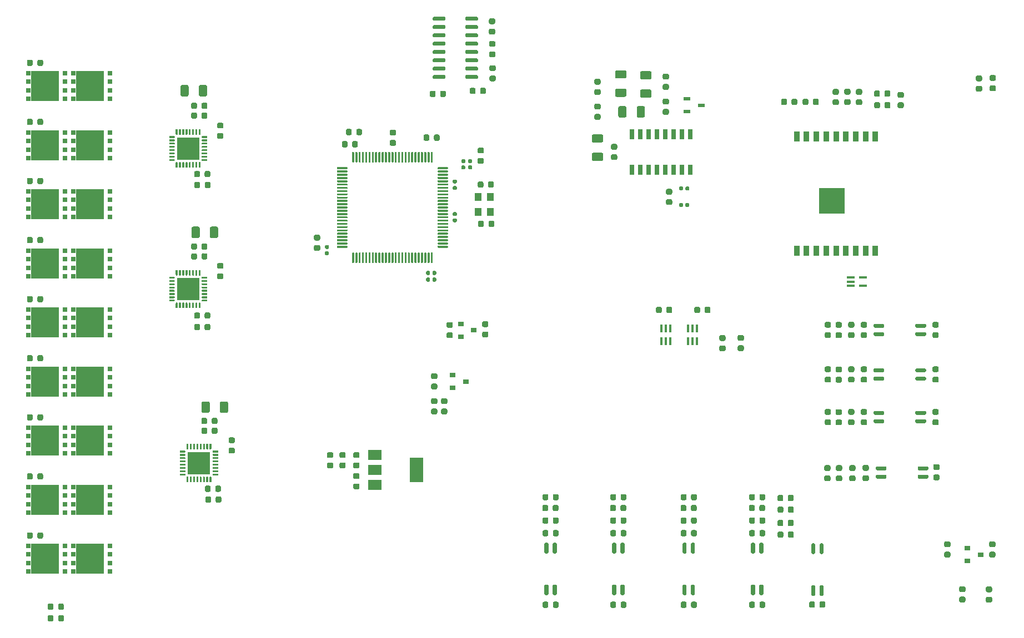
<source format=gbr>
%TF.GenerationSoftware,KiCad,Pcbnew,(5.1.6)-1*%
%TF.CreationDate,2021-03-23T13:45:05+09:00*%
%TF.ProjectId,FIG_DISPENSER_v1.0,4649475f-4449-4535-9045-4e5345525f76,rev?*%
%TF.SameCoordinates,Original*%
%TF.FileFunction,Paste,Top*%
%TF.FilePolarity,Positive*%
%FSLAX46Y46*%
G04 Gerber Fmt 4.6, Leading zero omitted, Abs format (unit mm)*
G04 Created by KiCad (PCBNEW (5.1.6)-1) date 2021-03-23 13:45:05*
%MOMM*%
%LPD*%
G01*
G04 APERTURE LIST*
%ADD10R,4.320000X4.560000*%
%ADD11R,0.680000X0.700000*%
%ADD12R,0.800000X0.700000*%
%ADD13C,0.100000*%
%ADD14R,3.450000X3.450000*%
%ADD15R,1.050000X1.300000*%
%ADD16R,2.000000X1.500000*%
%ADD17R,2.000000X3.800000*%
%ADD18R,0.900000X0.800000*%
%ADD19R,1.100000X0.600000*%
%ADD20R,0.900000X1.500000*%
%ADD21R,4.000000X4.000000*%
%ADD22R,0.400000X1.200000*%
%ADD23R,0.700000X1.525000*%
%ADD24R,1.200000X0.400000*%
G04 APERTURE END LIST*
%TO.C,C4*%
G36*
G01*
X52268500Y-42555250D02*
X52268500Y-42042750D01*
G75*
G02*
X52487250Y-41824000I218750J0D01*
G01*
X52924750Y-41824000D01*
G75*
G02*
X53143500Y-42042750I0J-218750D01*
G01*
X53143500Y-42555250D01*
G75*
G02*
X52924750Y-42774000I-218750J0D01*
G01*
X52487250Y-42774000D01*
G75*
G02*
X52268500Y-42555250I0J218750D01*
G01*
G37*
G36*
G01*
X50693500Y-42555250D02*
X50693500Y-42042750D01*
G75*
G02*
X50912250Y-41824000I218750J0D01*
G01*
X51349750Y-41824000D01*
G75*
G02*
X51568500Y-42042750I0J-218750D01*
G01*
X51568500Y-42555250D01*
G75*
G02*
X51349750Y-42774000I-218750J0D01*
G01*
X50912250Y-42774000D01*
G75*
G02*
X50693500Y-42555250I0J218750D01*
G01*
G37*
%TD*%
%TO.C,C28*%
G36*
G01*
X120277500Y-60619750D02*
X120277500Y-61132250D01*
G75*
G02*
X120058750Y-61351000I-218750J0D01*
G01*
X119621250Y-61351000D01*
G75*
G02*
X119402500Y-61132250I0J218750D01*
G01*
X119402500Y-60619750D01*
G75*
G02*
X119621250Y-60401000I218750J0D01*
G01*
X120058750Y-60401000D01*
G75*
G02*
X120277500Y-60619750I0J-218750D01*
G01*
G37*
G36*
G01*
X121852500Y-60619750D02*
X121852500Y-61132250D01*
G75*
G02*
X121633750Y-61351000I-218750J0D01*
G01*
X121196250Y-61351000D01*
G75*
G02*
X120977500Y-61132250I0J218750D01*
G01*
X120977500Y-60619750D01*
G75*
G02*
X121196250Y-60401000I218750J0D01*
G01*
X121633750Y-60401000D01*
G75*
G02*
X121852500Y-60619750I0J-218750D01*
G01*
G37*
%TD*%
%TO.C,C23*%
G36*
G01*
X50693500Y-69606250D02*
X50693500Y-69093750D01*
G75*
G02*
X50912250Y-68875000I218750J0D01*
G01*
X51349750Y-68875000D01*
G75*
G02*
X51568500Y-69093750I0J-218750D01*
G01*
X51568500Y-69606250D01*
G75*
G02*
X51349750Y-69825000I-218750J0D01*
G01*
X50912250Y-69825000D01*
G75*
G02*
X50693500Y-69606250I0J218750D01*
G01*
G37*
G36*
G01*
X52268500Y-69606250D02*
X52268500Y-69093750D01*
G75*
G02*
X52487250Y-68875000I218750J0D01*
G01*
X52924750Y-68875000D01*
G75*
G02*
X53143500Y-69093750I0J-218750D01*
G01*
X53143500Y-69606250D01*
G75*
G02*
X52924750Y-69825000I-218750J0D01*
G01*
X52487250Y-69825000D01*
G75*
G02*
X52268500Y-69606250I0J218750D01*
G01*
G37*
%TD*%
%TO.C,C36*%
G36*
G01*
X112122000Y-75203500D02*
X112122000Y-75548500D01*
G75*
G02*
X111974500Y-75696000I-147500J0D01*
G01*
X111679500Y-75696000D01*
G75*
G02*
X111532000Y-75548500I0J147500D01*
G01*
X111532000Y-75203500D01*
G75*
G02*
X111679500Y-75056000I147500J0D01*
G01*
X111974500Y-75056000D01*
G75*
G02*
X112122000Y-75203500I0J-147500D01*
G01*
G37*
G36*
G01*
X113092000Y-75203500D02*
X113092000Y-75548500D01*
G75*
G02*
X112944500Y-75696000I-147500J0D01*
G01*
X112649500Y-75696000D01*
G75*
G02*
X112502000Y-75548500I0J147500D01*
G01*
X112502000Y-75203500D01*
G75*
G02*
X112649500Y-75056000I147500J0D01*
G01*
X112944500Y-75056000D01*
G75*
G02*
X113092000Y-75203500I0J-147500D01*
G01*
G37*
%TD*%
%TO.C,C35*%
G36*
G01*
X100195000Y-52609750D02*
X100195000Y-53122250D01*
G75*
G02*
X99976250Y-53341000I-218750J0D01*
G01*
X99538750Y-53341000D01*
G75*
G02*
X99320000Y-53122250I0J218750D01*
G01*
X99320000Y-52609750D01*
G75*
G02*
X99538750Y-52391000I218750J0D01*
G01*
X99976250Y-52391000D01*
G75*
G02*
X100195000Y-52609750I0J-218750D01*
G01*
G37*
G36*
G01*
X101770000Y-52609750D02*
X101770000Y-53122250D01*
G75*
G02*
X101551250Y-53341000I-218750J0D01*
G01*
X101113750Y-53341000D01*
G75*
G02*
X100895000Y-53122250I0J218750D01*
G01*
X100895000Y-52609750D01*
G75*
G02*
X101113750Y-52391000I218750J0D01*
G01*
X101551250Y-52391000D01*
G75*
G02*
X101770000Y-52609750I0J-218750D01*
G01*
G37*
%TD*%
%TO.C,C38*%
G36*
G01*
X113092000Y-74203500D02*
X113092000Y-74548500D01*
G75*
G02*
X112944500Y-74696000I-147500J0D01*
G01*
X112649500Y-74696000D01*
G75*
G02*
X112502000Y-74548500I0J147500D01*
G01*
X112502000Y-74203500D01*
G75*
G02*
X112649500Y-74056000I147500J0D01*
G01*
X112944500Y-74056000D01*
G75*
G02*
X113092000Y-74203500I0J-147500D01*
G01*
G37*
G36*
G01*
X112122000Y-74203500D02*
X112122000Y-74548500D01*
G75*
G02*
X111974500Y-74696000I-147500J0D01*
G01*
X111679500Y-74696000D01*
G75*
G02*
X111532000Y-74548500I0J147500D01*
G01*
X111532000Y-74203500D01*
G75*
G02*
X111679500Y-74056000I147500J0D01*
G01*
X111974500Y-74056000D01*
G75*
G02*
X112122000Y-74203500I0J-147500D01*
G01*
G37*
%TD*%
%TO.C,C24*%
G36*
G01*
X50693500Y-114691250D02*
X50693500Y-114178750D01*
G75*
G02*
X50912250Y-113960000I218750J0D01*
G01*
X51349750Y-113960000D01*
G75*
G02*
X51568500Y-114178750I0J-218750D01*
G01*
X51568500Y-114691250D01*
G75*
G02*
X51349750Y-114910000I-218750J0D01*
G01*
X50912250Y-114910000D01*
G75*
G02*
X50693500Y-114691250I0J218750D01*
G01*
G37*
G36*
G01*
X52268500Y-114691250D02*
X52268500Y-114178750D01*
G75*
G02*
X52487250Y-113960000I218750J0D01*
G01*
X52924750Y-113960000D01*
G75*
G02*
X53143500Y-114178750I0J-218750D01*
G01*
X53143500Y-114691250D01*
G75*
G02*
X52924750Y-114910000I-218750J0D01*
G01*
X52487250Y-114910000D01*
G75*
G02*
X52268500Y-114691250I0J218750D01*
G01*
G37*
%TD*%
%TO.C,C27*%
G36*
G01*
X121927500Y-66619750D02*
X121927500Y-67132250D01*
G75*
G02*
X121708750Y-67351000I-218750J0D01*
G01*
X121271250Y-67351000D01*
G75*
G02*
X121052500Y-67132250I0J218750D01*
G01*
X121052500Y-66619750D01*
G75*
G02*
X121271250Y-66401000I218750J0D01*
G01*
X121708750Y-66401000D01*
G75*
G02*
X121927500Y-66619750I0J-218750D01*
G01*
G37*
G36*
G01*
X120352500Y-66619750D02*
X120352500Y-67132250D01*
G75*
G02*
X120133750Y-67351000I-218750J0D01*
G01*
X119696250Y-67351000D01*
G75*
G02*
X119477500Y-67132250I0J218750D01*
G01*
X119477500Y-66619750D01*
G75*
G02*
X119696250Y-66401000I218750J0D01*
G01*
X120133750Y-66401000D01*
G75*
G02*
X120352500Y-66619750I0J-218750D01*
G01*
G37*
%TD*%
%TO.C,C34*%
G36*
G01*
X115742500Y-65096000D02*
X116087500Y-65096000D01*
G75*
G02*
X116235000Y-65243500I0J-147500D01*
G01*
X116235000Y-65538500D01*
G75*
G02*
X116087500Y-65686000I-147500J0D01*
G01*
X115742500Y-65686000D01*
G75*
G02*
X115595000Y-65538500I0J147500D01*
G01*
X115595000Y-65243500D01*
G75*
G02*
X115742500Y-65096000I147500J0D01*
G01*
G37*
G36*
G01*
X115742500Y-66066000D02*
X116087500Y-66066000D01*
G75*
G02*
X116235000Y-66213500I0J-147500D01*
G01*
X116235000Y-66508500D01*
G75*
G02*
X116087500Y-66656000I-147500J0D01*
G01*
X115742500Y-66656000D01*
G75*
G02*
X115595000Y-66508500I0J147500D01*
G01*
X115595000Y-66213500D01*
G75*
G02*
X115742500Y-66066000I147500J0D01*
G01*
G37*
%TD*%
%TO.C,C39*%
G36*
G01*
X96242500Y-71066000D02*
X96587500Y-71066000D01*
G75*
G02*
X96735000Y-71213500I0J-147500D01*
G01*
X96735000Y-71508500D01*
G75*
G02*
X96587500Y-71656000I-147500J0D01*
G01*
X96242500Y-71656000D01*
G75*
G02*
X96095000Y-71508500I0J147500D01*
G01*
X96095000Y-71213500D01*
G75*
G02*
X96242500Y-71066000I147500J0D01*
G01*
G37*
G36*
G01*
X96242500Y-70096000D02*
X96587500Y-70096000D01*
G75*
G02*
X96735000Y-70243500I0J-147500D01*
G01*
X96735000Y-70538500D01*
G75*
G02*
X96587500Y-70686000I-147500J0D01*
G01*
X96242500Y-70686000D01*
G75*
G02*
X96095000Y-70538500I0J147500D01*
G01*
X96095000Y-70243500D01*
G75*
G02*
X96242500Y-70096000I147500J0D01*
G01*
G37*
%TD*%
%TO.C,C32*%
G36*
G01*
X94658750Y-68541000D02*
X95171250Y-68541000D01*
G75*
G02*
X95390000Y-68759750I0J-218750D01*
G01*
X95390000Y-69197250D01*
G75*
G02*
X95171250Y-69416000I-218750J0D01*
G01*
X94658750Y-69416000D01*
G75*
G02*
X94440000Y-69197250I0J218750D01*
G01*
X94440000Y-68759750D01*
G75*
G02*
X94658750Y-68541000I218750J0D01*
G01*
G37*
G36*
G01*
X94658750Y-70116000D02*
X95171250Y-70116000D01*
G75*
G02*
X95390000Y-70334750I0J-218750D01*
G01*
X95390000Y-70772250D01*
G75*
G02*
X95171250Y-70991000I-218750J0D01*
G01*
X94658750Y-70991000D01*
G75*
G02*
X94440000Y-70772250I0J218750D01*
G01*
X94440000Y-70334750D01*
G75*
G02*
X94658750Y-70116000I218750J0D01*
G01*
G37*
%TD*%
%TO.C,C31*%
G36*
G01*
X116087500Y-60701000D02*
X115742500Y-60701000D01*
G75*
G02*
X115595000Y-60553500I0J147500D01*
G01*
X115595000Y-60258500D01*
G75*
G02*
X115742500Y-60111000I147500J0D01*
G01*
X116087500Y-60111000D01*
G75*
G02*
X116235000Y-60258500I0J-147500D01*
G01*
X116235000Y-60553500D01*
G75*
G02*
X116087500Y-60701000I-147500J0D01*
G01*
G37*
G36*
G01*
X116087500Y-61671000D02*
X115742500Y-61671000D01*
G75*
G02*
X115595000Y-61523500I0J147500D01*
G01*
X115595000Y-61228500D01*
G75*
G02*
X115742500Y-61081000I147500J0D01*
G01*
X116087500Y-61081000D01*
G75*
G02*
X116235000Y-61228500I0J-147500D01*
G01*
X116235000Y-61523500D01*
G75*
G02*
X116087500Y-61671000I-147500J0D01*
G01*
G37*
%TD*%
%TO.C,R18*%
G36*
G01*
X150365000Y-108841250D02*
X150365000Y-108328750D01*
G75*
G02*
X150583750Y-108110000I218750J0D01*
G01*
X151021250Y-108110000D01*
G75*
G02*
X151240000Y-108328750I0J-218750D01*
G01*
X151240000Y-108841250D01*
G75*
G02*
X151021250Y-109060000I-218750J0D01*
G01*
X150583750Y-109060000D01*
G75*
G02*
X150365000Y-108841250I0J218750D01*
G01*
G37*
G36*
G01*
X151940000Y-108841250D02*
X151940000Y-108328750D01*
G75*
G02*
X152158750Y-108110000I218750J0D01*
G01*
X152596250Y-108110000D01*
G75*
G02*
X152815000Y-108328750I0J-218750D01*
G01*
X152815000Y-108841250D01*
G75*
G02*
X152596250Y-109060000I-218750J0D01*
G01*
X152158750Y-109060000D01*
G75*
G02*
X151940000Y-108841250I0J218750D01*
G01*
G37*
%TD*%
%TO.C,R16*%
G36*
G01*
X129295000Y-108841250D02*
X129295000Y-108328750D01*
G75*
G02*
X129513750Y-108110000I218750J0D01*
G01*
X129951250Y-108110000D01*
G75*
G02*
X130170000Y-108328750I0J-218750D01*
G01*
X130170000Y-108841250D01*
G75*
G02*
X129951250Y-109060000I-218750J0D01*
G01*
X129513750Y-109060000D01*
G75*
G02*
X129295000Y-108841250I0J218750D01*
G01*
G37*
G36*
G01*
X130870000Y-108841250D02*
X130870000Y-108328750D01*
G75*
G02*
X131088750Y-108110000I218750J0D01*
G01*
X131526250Y-108110000D01*
G75*
G02*
X131745000Y-108328750I0J-218750D01*
G01*
X131745000Y-108841250D01*
G75*
G02*
X131526250Y-109060000I-218750J0D01*
G01*
X131088750Y-109060000D01*
G75*
G02*
X130870000Y-108841250I0J218750D01*
G01*
G37*
%TD*%
%TO.C,R25*%
G36*
G01*
X176623250Y-97586001D02*
X176110750Y-97586001D01*
G75*
G02*
X175892000Y-97367251I0J218750D01*
G01*
X175892000Y-96929751D01*
G75*
G02*
X176110750Y-96711001I218750J0D01*
G01*
X176623250Y-96711001D01*
G75*
G02*
X176842000Y-96929751I0J-218750D01*
G01*
X176842000Y-97367251D01*
G75*
G02*
X176623250Y-97586001I-218750J0D01*
G01*
G37*
G36*
G01*
X176623250Y-96011001D02*
X176110750Y-96011001D01*
G75*
G02*
X175892000Y-95792251I0J218750D01*
G01*
X175892000Y-95354751D01*
G75*
G02*
X176110750Y-95136001I218750J0D01*
G01*
X176623250Y-95136001D01*
G75*
G02*
X176842000Y-95354751I0J-218750D01*
G01*
X176842000Y-95792251D01*
G75*
G02*
X176623250Y-96011001I-218750J0D01*
G01*
G37*
%TD*%
%TO.C,R14*%
G36*
G01*
X152815000Y-113828750D02*
X152815000Y-114341250D01*
G75*
G02*
X152596250Y-114560000I-218750J0D01*
G01*
X152158750Y-114560000D01*
G75*
G02*
X151940000Y-114341250I0J218750D01*
G01*
X151940000Y-113828750D01*
G75*
G02*
X152158750Y-113610000I218750J0D01*
G01*
X152596250Y-113610000D01*
G75*
G02*
X152815000Y-113828750I0J-218750D01*
G01*
G37*
G36*
G01*
X151240000Y-113828750D02*
X151240000Y-114341250D01*
G75*
G02*
X151021250Y-114560000I-218750J0D01*
G01*
X150583750Y-114560000D01*
G75*
G02*
X150365000Y-114341250I0J218750D01*
G01*
X150365000Y-113828750D01*
G75*
G02*
X150583750Y-113610000I218750J0D01*
G01*
X151021250Y-113610000D01*
G75*
G02*
X151240000Y-113828750I0J-218750D01*
G01*
G37*
%TD*%
%TO.C,R4*%
G36*
G01*
X130870000Y-125261250D02*
X130870000Y-124748750D01*
G75*
G02*
X131088750Y-124530000I218750J0D01*
G01*
X131526250Y-124530000D01*
G75*
G02*
X131745000Y-124748750I0J-218750D01*
G01*
X131745000Y-125261250D01*
G75*
G02*
X131526250Y-125480000I-218750J0D01*
G01*
X131088750Y-125480000D01*
G75*
G02*
X130870000Y-125261250I0J218750D01*
G01*
G37*
G36*
G01*
X129295000Y-125261250D02*
X129295000Y-124748750D01*
G75*
G02*
X129513750Y-124530000I218750J0D01*
G01*
X129951250Y-124530000D01*
G75*
G02*
X130170000Y-124748750I0J-218750D01*
G01*
X130170000Y-125261250D01*
G75*
G02*
X129951250Y-125480000I-218750J0D01*
G01*
X129513750Y-125480000D01*
G75*
G02*
X129295000Y-125261250I0J218750D01*
G01*
G37*
%TD*%
%TO.C,R17*%
G36*
G01*
X139625000Y-108841250D02*
X139625000Y-108328750D01*
G75*
G02*
X139843750Y-108110000I218750J0D01*
G01*
X140281250Y-108110000D01*
G75*
G02*
X140500000Y-108328750I0J-218750D01*
G01*
X140500000Y-108841250D01*
G75*
G02*
X140281250Y-109060000I-218750J0D01*
G01*
X139843750Y-109060000D01*
G75*
G02*
X139625000Y-108841250I0J218750D01*
G01*
G37*
G36*
G01*
X141200000Y-108841250D02*
X141200000Y-108328750D01*
G75*
G02*
X141418750Y-108110000I218750J0D01*
G01*
X141856250Y-108110000D01*
G75*
G02*
X142075000Y-108328750I0J-218750D01*
G01*
X142075000Y-108841250D01*
G75*
G02*
X141856250Y-109060000I-218750J0D01*
G01*
X141418750Y-109060000D01*
G75*
G02*
X141200000Y-108841250I0J218750D01*
G01*
G37*
%TD*%
%TO.C,R32*%
G36*
G01*
X114883750Y-81861000D02*
X115396250Y-81861000D01*
G75*
G02*
X115615000Y-82079750I0J-218750D01*
G01*
X115615000Y-82517250D01*
G75*
G02*
X115396250Y-82736000I-218750J0D01*
G01*
X114883750Y-82736000D01*
G75*
G02*
X114665000Y-82517250I0J218750D01*
G01*
X114665000Y-82079750D01*
G75*
G02*
X114883750Y-81861000I218750J0D01*
G01*
G37*
G36*
G01*
X114883750Y-83436000D02*
X115396250Y-83436000D01*
G75*
G02*
X115615000Y-83654750I0J-218750D01*
G01*
X115615000Y-84092250D01*
G75*
G02*
X115396250Y-84311000I-218750J0D01*
G01*
X114883750Y-84311000D01*
G75*
G02*
X114665000Y-84092250I0J218750D01*
G01*
X114665000Y-83654750D01*
G75*
G02*
X114883750Y-83436000I218750J0D01*
G01*
G37*
%TD*%
%TO.C,R33*%
G36*
G01*
X120303750Y-83326000D02*
X120816250Y-83326000D01*
G75*
G02*
X121035000Y-83544750I0J-218750D01*
G01*
X121035000Y-83982250D01*
G75*
G02*
X120816250Y-84201000I-218750J0D01*
G01*
X120303750Y-84201000D01*
G75*
G02*
X120085000Y-83982250I0J218750D01*
G01*
X120085000Y-83544750D01*
G75*
G02*
X120303750Y-83326000I218750J0D01*
G01*
G37*
G36*
G01*
X120303750Y-81751000D02*
X120816250Y-81751000D01*
G75*
G02*
X121035000Y-81969750I0J-218750D01*
G01*
X121035000Y-82407250D01*
G75*
G02*
X120816250Y-82626000I-218750J0D01*
G01*
X120303750Y-82626000D01*
G75*
G02*
X120085000Y-82407250I0J218750D01*
G01*
X120085000Y-81969750D01*
G75*
G02*
X120303750Y-81751000I218750J0D01*
G01*
G37*
%TD*%
%TO.C,R19*%
G36*
G01*
X160795000Y-108841250D02*
X160795000Y-108328750D01*
G75*
G02*
X161013750Y-108110000I218750J0D01*
G01*
X161451250Y-108110000D01*
G75*
G02*
X161670000Y-108328750I0J-218750D01*
G01*
X161670000Y-108841250D01*
G75*
G02*
X161451250Y-109060000I-218750J0D01*
G01*
X161013750Y-109060000D01*
G75*
G02*
X160795000Y-108841250I0J218750D01*
G01*
G37*
G36*
G01*
X162370000Y-108841250D02*
X162370000Y-108328750D01*
G75*
G02*
X162588750Y-108110000I218750J0D01*
G01*
X163026250Y-108110000D01*
G75*
G02*
X163245000Y-108328750I0J-218750D01*
G01*
X163245000Y-108841250D01*
G75*
G02*
X163026250Y-109060000I-218750J0D01*
G01*
X162588750Y-109060000D01*
G75*
G02*
X162370000Y-108841250I0J218750D01*
G01*
G37*
%TD*%
%TO.C,R28*%
G36*
G01*
X178040750Y-96711001D02*
X178553250Y-96711001D01*
G75*
G02*
X178772000Y-96929751I0J-218750D01*
G01*
X178772000Y-97367251D01*
G75*
G02*
X178553250Y-97586001I-218750J0D01*
G01*
X178040750Y-97586001D01*
G75*
G02*
X177822000Y-97367251I0J218750D01*
G01*
X177822000Y-96929751D01*
G75*
G02*
X178040750Y-96711001I218750J0D01*
G01*
G37*
G36*
G01*
X178040750Y-95136001D02*
X178553250Y-95136001D01*
G75*
G02*
X178772000Y-95354751I0J-218750D01*
G01*
X178772000Y-95792251D01*
G75*
G02*
X178553250Y-96011001I-218750J0D01*
G01*
X178040750Y-96011001D01*
G75*
G02*
X177822000Y-95792251I0J218750D01*
G01*
X177822000Y-95354751D01*
G75*
G02*
X178040750Y-95136001I218750J0D01*
G01*
G37*
%TD*%
%TO.C,R9*%
G36*
G01*
X139625000Y-112411250D02*
X139625000Y-111898750D01*
G75*
G02*
X139843750Y-111680000I218750J0D01*
G01*
X140281250Y-111680000D01*
G75*
G02*
X140500000Y-111898750I0J-218750D01*
G01*
X140500000Y-112411250D01*
G75*
G02*
X140281250Y-112630000I-218750J0D01*
G01*
X139843750Y-112630000D01*
G75*
G02*
X139625000Y-112411250I0J218750D01*
G01*
G37*
G36*
G01*
X141200000Y-112411250D02*
X141200000Y-111898750D01*
G75*
G02*
X141418750Y-111680000I218750J0D01*
G01*
X141856250Y-111680000D01*
G75*
G02*
X142075000Y-111898750I0J-218750D01*
G01*
X142075000Y-112411250D01*
G75*
G02*
X141856250Y-112630000I-218750J0D01*
G01*
X141418750Y-112630000D01*
G75*
G02*
X141200000Y-112411250I0J218750D01*
G01*
G37*
%TD*%
%TO.C,R8*%
G36*
G01*
X129295000Y-112411250D02*
X129295000Y-111898750D01*
G75*
G02*
X129513750Y-111680000I218750J0D01*
G01*
X129951250Y-111680000D01*
G75*
G02*
X130170000Y-111898750I0J-218750D01*
G01*
X130170000Y-112411250D01*
G75*
G02*
X129951250Y-112630000I-218750J0D01*
G01*
X129513750Y-112630000D01*
G75*
G02*
X129295000Y-112411250I0J218750D01*
G01*
G37*
G36*
G01*
X130870000Y-112411250D02*
X130870000Y-111898750D01*
G75*
G02*
X131088750Y-111680000I218750J0D01*
G01*
X131526250Y-111680000D01*
G75*
G02*
X131745000Y-111898750I0J-218750D01*
G01*
X131745000Y-112411250D01*
G75*
G02*
X131526250Y-112630000I-218750J0D01*
G01*
X131088750Y-112630000D01*
G75*
G02*
X130870000Y-112411250I0J218750D01*
G01*
G37*
%TD*%
%TO.C,R13*%
G36*
G01*
X142075000Y-113828750D02*
X142075000Y-114341250D01*
G75*
G02*
X141856250Y-114560000I-218750J0D01*
G01*
X141418750Y-114560000D01*
G75*
G02*
X141200000Y-114341250I0J218750D01*
G01*
X141200000Y-113828750D01*
G75*
G02*
X141418750Y-113610000I218750J0D01*
G01*
X141856250Y-113610000D01*
G75*
G02*
X142075000Y-113828750I0J-218750D01*
G01*
G37*
G36*
G01*
X140500000Y-113828750D02*
X140500000Y-114341250D01*
G75*
G02*
X140281250Y-114560000I-218750J0D01*
G01*
X139843750Y-114560000D01*
G75*
G02*
X139625000Y-114341250I0J218750D01*
G01*
X139625000Y-113828750D01*
G75*
G02*
X139843750Y-113610000I218750J0D01*
G01*
X140281250Y-113610000D01*
G75*
G02*
X140500000Y-113828750I0J-218750D01*
G01*
G37*
%TD*%
%TO.C,R12*%
G36*
G01*
X130170000Y-113828750D02*
X130170000Y-114341250D01*
G75*
G02*
X129951250Y-114560000I-218750J0D01*
G01*
X129513750Y-114560000D01*
G75*
G02*
X129295000Y-114341250I0J218750D01*
G01*
X129295000Y-113828750D01*
G75*
G02*
X129513750Y-113610000I218750J0D01*
G01*
X129951250Y-113610000D01*
G75*
G02*
X130170000Y-113828750I0J-218750D01*
G01*
G37*
G36*
G01*
X131745000Y-113828750D02*
X131745000Y-114341250D01*
G75*
G02*
X131526250Y-114560000I-218750J0D01*
G01*
X131088750Y-114560000D01*
G75*
G02*
X130870000Y-114341250I0J218750D01*
G01*
X130870000Y-113828750D01*
G75*
G02*
X131088750Y-113610000I218750J0D01*
G01*
X131526250Y-113610000D01*
G75*
G02*
X131745000Y-113828750I0J-218750D01*
G01*
G37*
%TD*%
%TO.C,R11*%
G36*
G01*
X162370000Y-112411250D02*
X162370000Y-111898750D01*
G75*
G02*
X162588750Y-111680000I218750J0D01*
G01*
X163026250Y-111680000D01*
G75*
G02*
X163245000Y-111898750I0J-218750D01*
G01*
X163245000Y-112411250D01*
G75*
G02*
X163026250Y-112630000I-218750J0D01*
G01*
X162588750Y-112630000D01*
G75*
G02*
X162370000Y-112411250I0J218750D01*
G01*
G37*
G36*
G01*
X160795000Y-112411250D02*
X160795000Y-111898750D01*
G75*
G02*
X161013750Y-111680000I218750J0D01*
G01*
X161451250Y-111680000D01*
G75*
G02*
X161670000Y-111898750I0J-218750D01*
G01*
X161670000Y-112411250D01*
G75*
G02*
X161451250Y-112630000I-218750J0D01*
G01*
X161013750Y-112630000D01*
G75*
G02*
X160795000Y-112411250I0J218750D01*
G01*
G37*
%TD*%
%TO.C,R15*%
G36*
G01*
X161670000Y-113828750D02*
X161670000Y-114341250D01*
G75*
G02*
X161451250Y-114560000I-218750J0D01*
G01*
X161013750Y-114560000D01*
G75*
G02*
X160795000Y-114341250I0J218750D01*
G01*
X160795000Y-113828750D01*
G75*
G02*
X161013750Y-113610000I218750J0D01*
G01*
X161451250Y-113610000D01*
G75*
G02*
X161670000Y-113828750I0J-218750D01*
G01*
G37*
G36*
G01*
X163245000Y-113828750D02*
X163245000Y-114341250D01*
G75*
G02*
X163026250Y-114560000I-218750J0D01*
G01*
X162588750Y-114560000D01*
G75*
G02*
X162370000Y-114341250I0J218750D01*
G01*
X162370000Y-113828750D01*
G75*
G02*
X162588750Y-113610000I218750J0D01*
G01*
X163026250Y-113610000D01*
G75*
G02*
X163245000Y-113828750I0J-218750D01*
G01*
G37*
%TD*%
%TO.C,R22*%
G36*
G01*
X189473250Y-96011001D02*
X188960750Y-96011001D01*
G75*
G02*
X188742000Y-95792251I0J218750D01*
G01*
X188742000Y-95354751D01*
G75*
G02*
X188960750Y-95136001I218750J0D01*
G01*
X189473250Y-95136001D01*
G75*
G02*
X189692000Y-95354751I0J-218750D01*
G01*
X189692000Y-95792251D01*
G75*
G02*
X189473250Y-96011001I-218750J0D01*
G01*
G37*
G36*
G01*
X189473250Y-97586001D02*
X188960750Y-97586001D01*
G75*
G02*
X188742000Y-97367251I0J218750D01*
G01*
X188742000Y-96929751D01*
G75*
G02*
X188960750Y-96711001I218750J0D01*
G01*
X189473250Y-96711001D01*
G75*
G02*
X189692000Y-96929751I0J-218750D01*
G01*
X189692000Y-97367251D01*
G75*
G02*
X189473250Y-97586001I-218750J0D01*
G01*
G37*
%TD*%
%TO.C,R5*%
G36*
G01*
X141200000Y-125261250D02*
X141200000Y-124748750D01*
G75*
G02*
X141418750Y-124530000I218750J0D01*
G01*
X141856250Y-124530000D01*
G75*
G02*
X142075000Y-124748750I0J-218750D01*
G01*
X142075000Y-125261250D01*
G75*
G02*
X141856250Y-125480000I-218750J0D01*
G01*
X141418750Y-125480000D01*
G75*
G02*
X141200000Y-125261250I0J218750D01*
G01*
G37*
G36*
G01*
X139625000Y-125261250D02*
X139625000Y-124748750D01*
G75*
G02*
X139843750Y-124530000I218750J0D01*
G01*
X140281250Y-124530000D01*
G75*
G02*
X140500000Y-124748750I0J-218750D01*
G01*
X140500000Y-125261250D01*
G75*
G02*
X140281250Y-125480000I-218750J0D01*
G01*
X139843750Y-125480000D01*
G75*
G02*
X139625000Y-125261250I0J218750D01*
G01*
G37*
%TD*%
%TO.C,R31*%
G36*
G01*
X173053250Y-96011001D02*
X172540750Y-96011001D01*
G75*
G02*
X172322000Y-95792251I0J218750D01*
G01*
X172322000Y-95354751D01*
G75*
G02*
X172540750Y-95136001I218750J0D01*
G01*
X173053250Y-95136001D01*
G75*
G02*
X173272000Y-95354751I0J-218750D01*
G01*
X173272000Y-95792251D01*
G75*
G02*
X173053250Y-96011001I-218750J0D01*
G01*
G37*
G36*
G01*
X173053250Y-97586001D02*
X172540750Y-97586001D01*
G75*
G02*
X172322000Y-97367251I0J218750D01*
G01*
X172322000Y-96929751D01*
G75*
G02*
X172540750Y-96711001I218750J0D01*
G01*
X173053250Y-96711001D01*
G75*
G02*
X173272000Y-96929751I0J-218750D01*
G01*
X173272000Y-97367251D01*
G75*
G02*
X173053250Y-97586001I-218750J0D01*
G01*
G37*
%TD*%
%TO.C,R10*%
G36*
G01*
X150365000Y-112411250D02*
X150365000Y-111898750D01*
G75*
G02*
X150583750Y-111680000I218750J0D01*
G01*
X151021250Y-111680000D01*
G75*
G02*
X151240000Y-111898750I0J-218750D01*
G01*
X151240000Y-112411250D01*
G75*
G02*
X151021250Y-112630000I-218750J0D01*
G01*
X150583750Y-112630000D01*
G75*
G02*
X150365000Y-112411250I0J218750D01*
G01*
G37*
G36*
G01*
X151940000Y-112411250D02*
X151940000Y-111898750D01*
G75*
G02*
X152158750Y-111680000I218750J0D01*
G01*
X152596250Y-111680000D01*
G75*
G02*
X152815000Y-111898750I0J-218750D01*
G01*
X152815000Y-112411250D01*
G75*
G02*
X152596250Y-112630000I-218750J0D01*
G01*
X152158750Y-112630000D01*
G75*
G02*
X151940000Y-112411250I0J218750D01*
G01*
G37*
%TD*%
D10*
%TO.C,Q2*%
X60275000Y-45855000D03*
D11*
X57775000Y-43925000D03*
X57775000Y-45170000D03*
X57775000Y-46540000D03*
X57775000Y-47785000D03*
D12*
X63340000Y-43925000D03*
X63340000Y-45170000D03*
X63340000Y-46540000D03*
X63340000Y-47785000D03*
%TD*%
%TO.C,Q3*%
X56482000Y-83853000D03*
X56482000Y-82608000D03*
X56482000Y-81238000D03*
X56482000Y-79993000D03*
D11*
X50917000Y-83853000D03*
X50917000Y-82608000D03*
X50917000Y-81238000D03*
X50917000Y-79993000D03*
D10*
X53417000Y-81923000D03*
%TD*%
D12*
%TO.C,Q4*%
X63340000Y-83853000D03*
X63340000Y-82608000D03*
X63340000Y-81238000D03*
X63340000Y-79993000D03*
D11*
X57775000Y-83853000D03*
X57775000Y-82608000D03*
X57775000Y-81238000D03*
X57775000Y-79993000D03*
D10*
X60275000Y-81923000D03*
%TD*%
D12*
%TO.C,Q1*%
X56482000Y-47785000D03*
X56482000Y-46540000D03*
X56482000Y-45170000D03*
X56482000Y-43925000D03*
D11*
X50917000Y-47785000D03*
X50917000Y-46540000D03*
X50917000Y-45170000D03*
X50917000Y-43925000D03*
D10*
X53417000Y-45855000D03*
%TD*%
%TO.C,Q5*%
X53417000Y-54872000D03*
D11*
X50917000Y-52942000D03*
X50917000Y-54187000D03*
X50917000Y-55557000D03*
X50917000Y-56802000D03*
D12*
X56482000Y-52942000D03*
X56482000Y-54187000D03*
X56482000Y-55557000D03*
X56482000Y-56802000D03*
%TD*%
%TO.C,C8*%
G36*
G01*
X78855000Y-97209250D02*
X78855000Y-96696750D01*
G75*
G02*
X79073750Y-96478000I218750J0D01*
G01*
X79511250Y-96478000D01*
G75*
G02*
X79730000Y-96696750I0J-218750D01*
G01*
X79730000Y-97209250D01*
G75*
G02*
X79511250Y-97428000I-218750J0D01*
G01*
X79073750Y-97428000D01*
G75*
G02*
X78855000Y-97209250I0J218750D01*
G01*
G37*
G36*
G01*
X77280000Y-97209250D02*
X77280000Y-96696750D01*
G75*
G02*
X77498750Y-96478000I218750J0D01*
G01*
X77936250Y-96478000D01*
G75*
G02*
X78155000Y-96696750I0J-218750D01*
G01*
X78155000Y-97209250D01*
G75*
G02*
X77936250Y-97428000I-218750J0D01*
G01*
X77498750Y-97428000D01*
G75*
G02*
X77280000Y-97209250I0J218750D01*
G01*
G37*
%TD*%
%TO.C,C5*%
G36*
G01*
X50693500Y-78623250D02*
X50693500Y-78110750D01*
G75*
G02*
X50912250Y-77892000I218750J0D01*
G01*
X51349750Y-77892000D01*
G75*
G02*
X51568500Y-78110750I0J-218750D01*
G01*
X51568500Y-78623250D01*
G75*
G02*
X51349750Y-78842000I-218750J0D01*
G01*
X50912250Y-78842000D01*
G75*
G02*
X50693500Y-78623250I0J218750D01*
G01*
G37*
G36*
G01*
X52268500Y-78623250D02*
X52268500Y-78110750D01*
G75*
G02*
X52487250Y-77892000I218750J0D01*
G01*
X52924750Y-77892000D01*
G75*
G02*
X53143500Y-78110750I0J-218750D01*
G01*
X53143500Y-78623250D01*
G75*
G02*
X52924750Y-78842000I-218750J0D01*
G01*
X52487250Y-78842000D01*
G75*
G02*
X52268500Y-78623250I0J218750D01*
G01*
G37*
%TD*%
%TO.C,C11*%
G36*
G01*
X80264500Y-107040750D02*
X80264500Y-107553250D01*
G75*
G02*
X80045750Y-107772000I-218750J0D01*
G01*
X79608250Y-107772000D01*
G75*
G02*
X79389500Y-107553250I0J218750D01*
G01*
X79389500Y-107040750D01*
G75*
G02*
X79608250Y-106822000I218750J0D01*
G01*
X80045750Y-106822000D01*
G75*
G02*
X80264500Y-107040750I0J-218750D01*
G01*
G37*
G36*
G01*
X78689500Y-107040750D02*
X78689500Y-107553250D01*
G75*
G02*
X78470750Y-107772000I-218750J0D01*
G01*
X78033250Y-107772000D01*
G75*
G02*
X77814500Y-107553250I0J218750D01*
G01*
X77814500Y-107040750D01*
G75*
G02*
X78033250Y-106822000I218750J0D01*
G01*
X78470750Y-106822000D01*
G75*
G02*
X78689500Y-107040750I0J-218750D01*
G01*
G37*
%TD*%
%TO.C,C18*%
G36*
G01*
X50693500Y-51572250D02*
X50693500Y-51059750D01*
G75*
G02*
X50912250Y-50841000I218750J0D01*
G01*
X51349750Y-50841000D01*
G75*
G02*
X51568500Y-51059750I0J-218750D01*
G01*
X51568500Y-51572250D01*
G75*
G02*
X51349750Y-51791000I-218750J0D01*
G01*
X50912250Y-51791000D01*
G75*
G02*
X50693500Y-51572250I0J218750D01*
G01*
G37*
G36*
G01*
X52268500Y-51572250D02*
X52268500Y-51059750D01*
G75*
G02*
X52487250Y-50841000I218750J0D01*
G01*
X52924750Y-50841000D01*
G75*
G02*
X53143500Y-51059750I0J-218750D01*
G01*
X53143500Y-51572250D01*
G75*
G02*
X52924750Y-51791000I-218750J0D01*
G01*
X52487250Y-51791000D01*
G75*
G02*
X52268500Y-51572250I0J218750D01*
G01*
G37*
%TD*%
%TO.C,C13*%
G36*
G01*
X79898750Y-53011000D02*
X80411250Y-53011000D01*
G75*
G02*
X80630000Y-53229750I0J-218750D01*
G01*
X80630000Y-53667250D01*
G75*
G02*
X80411250Y-53886000I-218750J0D01*
G01*
X79898750Y-53886000D01*
G75*
G02*
X79680000Y-53667250I0J218750D01*
G01*
X79680000Y-53229750D01*
G75*
G02*
X79898750Y-53011000I218750J0D01*
G01*
G37*
G36*
G01*
X79898750Y-51436000D02*
X80411250Y-51436000D01*
G75*
G02*
X80630000Y-51654750I0J-218750D01*
G01*
X80630000Y-52092250D01*
G75*
G02*
X80411250Y-52311000I-218750J0D01*
G01*
X79898750Y-52311000D01*
G75*
G02*
X79680000Y-52092250I0J218750D01*
G01*
X79680000Y-51654750D01*
G75*
G02*
X79898750Y-51436000I218750J0D01*
G01*
G37*
%TD*%
%TO.C,C20*%
G36*
G01*
X52268500Y-60589250D02*
X52268500Y-60076750D01*
G75*
G02*
X52487250Y-59858000I218750J0D01*
G01*
X52924750Y-59858000D01*
G75*
G02*
X53143500Y-60076750I0J-218750D01*
G01*
X53143500Y-60589250D01*
G75*
G02*
X52924750Y-60808000I-218750J0D01*
G01*
X52487250Y-60808000D01*
G75*
G02*
X52268500Y-60589250I0J218750D01*
G01*
G37*
G36*
G01*
X50693500Y-60589250D02*
X50693500Y-60076750D01*
G75*
G02*
X50912250Y-59858000I218750J0D01*
G01*
X51349750Y-59858000D01*
G75*
G02*
X51568500Y-60076750I0J-218750D01*
G01*
X51568500Y-60589250D01*
G75*
G02*
X51349750Y-60808000I-218750J0D01*
G01*
X50912250Y-60808000D01*
G75*
G02*
X50693500Y-60589250I0J218750D01*
G01*
G37*
%TD*%
%TO.C,C21*%
G36*
G01*
X52268500Y-96657250D02*
X52268500Y-96144750D01*
G75*
G02*
X52487250Y-95926000I218750J0D01*
G01*
X52924750Y-95926000D01*
G75*
G02*
X53143500Y-96144750I0J-218750D01*
G01*
X53143500Y-96657250D01*
G75*
G02*
X52924750Y-96876000I-218750J0D01*
G01*
X52487250Y-96876000D01*
G75*
G02*
X52268500Y-96657250I0J218750D01*
G01*
G37*
G36*
G01*
X50693500Y-96657250D02*
X50693500Y-96144750D01*
G75*
G02*
X50912250Y-95926000I218750J0D01*
G01*
X51349750Y-95926000D01*
G75*
G02*
X51568500Y-96144750I0J-218750D01*
G01*
X51568500Y-96657250D01*
G75*
G02*
X51349750Y-96876000I-218750J0D01*
G01*
X50912250Y-96876000D01*
G75*
G02*
X50693500Y-96657250I0J218750D01*
G01*
G37*
%TD*%
%TO.C,C22*%
G36*
G01*
X50693500Y-105674250D02*
X50693500Y-105161750D01*
G75*
G02*
X50912250Y-104943000I218750J0D01*
G01*
X51349750Y-104943000D01*
G75*
G02*
X51568500Y-105161750I0J-218750D01*
G01*
X51568500Y-105674250D01*
G75*
G02*
X51349750Y-105893000I-218750J0D01*
G01*
X50912250Y-105893000D01*
G75*
G02*
X50693500Y-105674250I0J218750D01*
G01*
G37*
G36*
G01*
X52268500Y-105674250D02*
X52268500Y-105161750D01*
G75*
G02*
X52487250Y-104943000I218750J0D01*
G01*
X52924750Y-104943000D01*
G75*
G02*
X53143500Y-105161750I0J-218750D01*
G01*
X53143500Y-105674250D01*
G75*
G02*
X52924750Y-105893000I-218750J0D01*
G01*
X52487250Y-105893000D01*
G75*
G02*
X52268500Y-105674250I0J218750D01*
G01*
G37*
%TD*%
%TO.C,C7*%
G36*
G01*
X75717500Y-70593250D02*
X75717500Y-70080750D01*
G75*
G02*
X75936250Y-69862000I218750J0D01*
G01*
X76373750Y-69862000D01*
G75*
G02*
X76592500Y-70080750I0J-218750D01*
G01*
X76592500Y-70593250D01*
G75*
G02*
X76373750Y-70812000I-218750J0D01*
G01*
X75936250Y-70812000D01*
G75*
G02*
X75717500Y-70593250I0J218750D01*
G01*
G37*
G36*
G01*
X77292500Y-70593250D02*
X77292500Y-70080750D01*
G75*
G02*
X77511250Y-69862000I218750J0D01*
G01*
X77948750Y-69862000D01*
G75*
G02*
X78167500Y-70080750I0J-218750D01*
G01*
X78167500Y-70593250D01*
G75*
G02*
X77948750Y-70812000I-218750J0D01*
G01*
X77511250Y-70812000D01*
G75*
G02*
X77292500Y-70593250I0J218750D01*
G01*
G37*
%TD*%
%TO.C,C6*%
G36*
G01*
X77305000Y-49117250D02*
X77305000Y-48604750D01*
G75*
G02*
X77523750Y-48386000I218750J0D01*
G01*
X77961250Y-48386000D01*
G75*
G02*
X78180000Y-48604750I0J-218750D01*
G01*
X78180000Y-49117250D01*
G75*
G02*
X77961250Y-49336000I-218750J0D01*
G01*
X77523750Y-49336000D01*
G75*
G02*
X77305000Y-49117250I0J218750D01*
G01*
G37*
G36*
G01*
X75730000Y-49117250D02*
X75730000Y-48604750D01*
G75*
G02*
X75948750Y-48386000I218750J0D01*
G01*
X76386250Y-48386000D01*
G75*
G02*
X76605000Y-48604750I0J-218750D01*
G01*
X76605000Y-49117250D01*
G75*
G02*
X76386250Y-49336000I-218750J0D01*
G01*
X75948750Y-49336000D01*
G75*
G02*
X75730000Y-49117250I0J218750D01*
G01*
G37*
%TD*%
%TO.C,C10*%
G36*
G01*
X77065000Y-80614750D02*
X77065000Y-81127250D01*
G75*
G02*
X76846250Y-81346000I-218750J0D01*
G01*
X76408750Y-81346000D01*
G75*
G02*
X76190000Y-81127250I0J218750D01*
G01*
X76190000Y-80614750D01*
G75*
G02*
X76408750Y-80396000I218750J0D01*
G01*
X76846250Y-80396000D01*
G75*
G02*
X77065000Y-80614750I0J-218750D01*
G01*
G37*
G36*
G01*
X78640000Y-80614750D02*
X78640000Y-81127250D01*
G75*
G02*
X78421250Y-81346000I-218750J0D01*
G01*
X77983750Y-81346000D01*
G75*
G02*
X77765000Y-81127250I0J218750D01*
G01*
X77765000Y-80614750D01*
G75*
G02*
X77983750Y-80396000I218750J0D01*
G01*
X78421250Y-80396000D01*
G75*
G02*
X78640000Y-80614750I0J-218750D01*
G01*
G37*
%TD*%
%TO.C,C15*%
G36*
G01*
X79898750Y-72849500D02*
X80411250Y-72849500D01*
G75*
G02*
X80630000Y-73068250I0J-218750D01*
G01*
X80630000Y-73505750D01*
G75*
G02*
X80411250Y-73724500I-218750J0D01*
G01*
X79898750Y-73724500D01*
G75*
G02*
X79680000Y-73505750I0J218750D01*
G01*
X79680000Y-73068250D01*
G75*
G02*
X79898750Y-72849500I218750J0D01*
G01*
G37*
G36*
G01*
X79898750Y-74424500D02*
X80411250Y-74424500D01*
G75*
G02*
X80630000Y-74643250I0J-218750D01*
G01*
X80630000Y-75080750D01*
G75*
G02*
X80411250Y-75299500I-218750J0D01*
G01*
X79898750Y-75299500D01*
G75*
G02*
X79680000Y-75080750I0J218750D01*
G01*
X79680000Y-74643250D01*
G75*
G02*
X79898750Y-74424500I218750J0D01*
G01*
G37*
%TD*%
%TO.C,C17*%
G36*
G01*
X81648750Y-101040500D02*
X82161250Y-101040500D01*
G75*
G02*
X82380000Y-101259250I0J-218750D01*
G01*
X82380000Y-101696750D01*
G75*
G02*
X82161250Y-101915500I-218750J0D01*
G01*
X81648750Y-101915500D01*
G75*
G02*
X81430000Y-101696750I0J218750D01*
G01*
X81430000Y-101259250D01*
G75*
G02*
X81648750Y-101040500I218750J0D01*
G01*
G37*
G36*
G01*
X81648750Y-99465500D02*
X82161250Y-99465500D01*
G75*
G02*
X82380000Y-99684250I0J-218750D01*
G01*
X82380000Y-100121750D01*
G75*
G02*
X82161250Y-100340500I-218750J0D01*
G01*
X81648750Y-100340500D01*
G75*
G02*
X81430000Y-100121750I0J218750D01*
G01*
X81430000Y-99684250D01*
G75*
G02*
X81648750Y-99465500I218750J0D01*
G01*
G37*
%TD*%
%TO.C,C12*%
G36*
G01*
X75730000Y-50617250D02*
X75730000Y-50104750D01*
G75*
G02*
X75948750Y-49886000I218750J0D01*
G01*
X76386250Y-49886000D01*
G75*
G02*
X76605000Y-50104750I0J-218750D01*
G01*
X76605000Y-50617250D01*
G75*
G02*
X76386250Y-50836000I-218750J0D01*
G01*
X75948750Y-50836000D01*
G75*
G02*
X75730000Y-50617250I0J218750D01*
G01*
G37*
G36*
G01*
X77305000Y-50617250D02*
X77305000Y-50104750D01*
G75*
G02*
X77523750Y-49886000I218750J0D01*
G01*
X77961250Y-49886000D01*
G75*
G02*
X78180000Y-50104750I0J-218750D01*
G01*
X78180000Y-50617250D01*
G75*
G02*
X77961250Y-50836000I-218750J0D01*
G01*
X77523750Y-50836000D01*
G75*
G02*
X77305000Y-50617250I0J218750D01*
G01*
G37*
%TD*%
%TO.C,C19*%
G36*
G01*
X52268500Y-87640250D02*
X52268500Y-87127750D01*
G75*
G02*
X52487250Y-86909000I218750J0D01*
G01*
X52924750Y-86909000D01*
G75*
G02*
X53143500Y-87127750I0J-218750D01*
G01*
X53143500Y-87640250D01*
G75*
G02*
X52924750Y-87859000I-218750J0D01*
G01*
X52487250Y-87859000D01*
G75*
G02*
X52268500Y-87640250I0J218750D01*
G01*
G37*
G36*
G01*
X50693500Y-87640250D02*
X50693500Y-87127750D01*
G75*
G02*
X50912250Y-86909000I218750J0D01*
G01*
X51349750Y-86909000D01*
G75*
G02*
X51568500Y-87127750I0J-218750D01*
G01*
X51568500Y-87640250D01*
G75*
G02*
X51349750Y-87859000I-218750J0D01*
G01*
X50912250Y-87859000D01*
G75*
G02*
X50693500Y-87640250I0J218750D01*
G01*
G37*
%TD*%
%TO.C,C9*%
G36*
G01*
X78640000Y-59024750D02*
X78640000Y-59537250D01*
G75*
G02*
X78421250Y-59756000I-218750J0D01*
G01*
X77983750Y-59756000D01*
G75*
G02*
X77765000Y-59537250I0J218750D01*
G01*
X77765000Y-59024750D01*
G75*
G02*
X77983750Y-58806000I218750J0D01*
G01*
X78421250Y-58806000D01*
G75*
G02*
X78640000Y-59024750I0J-218750D01*
G01*
G37*
G36*
G01*
X77065000Y-59024750D02*
X77065000Y-59537250D01*
G75*
G02*
X76846250Y-59756000I-218750J0D01*
G01*
X76408750Y-59756000D01*
G75*
G02*
X76190000Y-59537250I0J218750D01*
G01*
X76190000Y-59024750D01*
G75*
G02*
X76408750Y-58806000I218750J0D01*
G01*
X76846250Y-58806000D01*
G75*
G02*
X77065000Y-59024750I0J-218750D01*
G01*
G37*
%TD*%
%TO.C,C14*%
G36*
G01*
X77305000Y-72093250D02*
X77305000Y-71580750D01*
G75*
G02*
X77523750Y-71362000I218750J0D01*
G01*
X77961250Y-71362000D01*
G75*
G02*
X78180000Y-71580750I0J-218750D01*
G01*
X78180000Y-72093250D01*
G75*
G02*
X77961250Y-72312000I-218750J0D01*
G01*
X77523750Y-72312000D01*
G75*
G02*
X77305000Y-72093250I0J218750D01*
G01*
G37*
G36*
G01*
X75730000Y-72093250D02*
X75730000Y-71580750D01*
G75*
G02*
X75948750Y-71362000I218750J0D01*
G01*
X76386250Y-71362000D01*
G75*
G02*
X76605000Y-71580750I0J-218750D01*
G01*
X76605000Y-72093250D01*
G75*
G02*
X76386250Y-72312000I-218750J0D01*
G01*
X75948750Y-72312000D01*
G75*
G02*
X75730000Y-72093250I0J218750D01*
G01*
G37*
%TD*%
%TO.C,C16*%
G36*
G01*
X77280000Y-98709250D02*
X77280000Y-98196750D01*
G75*
G02*
X77498750Y-97978000I218750J0D01*
G01*
X77936250Y-97978000D01*
G75*
G02*
X78155000Y-98196750I0J-218750D01*
G01*
X78155000Y-98709250D01*
G75*
G02*
X77936250Y-98928000I-218750J0D01*
G01*
X77498750Y-98928000D01*
G75*
G02*
X77280000Y-98709250I0J218750D01*
G01*
G37*
G36*
G01*
X78855000Y-98709250D02*
X78855000Y-98196750D01*
G75*
G02*
X79073750Y-97978000I218750J0D01*
G01*
X79511250Y-97978000D01*
G75*
G02*
X79730000Y-98196750I0J-218750D01*
G01*
X79730000Y-98709250D01*
G75*
G02*
X79511250Y-98928000I-218750J0D01*
G01*
X79073750Y-98928000D01*
G75*
G02*
X78855000Y-98709250I0J218750D01*
G01*
G37*
%TD*%
%TO.C,C3*%
G36*
G01*
X77294000Y-95476000D02*
X77294000Y-94226000D01*
G75*
G02*
X77544000Y-93976000I250000J0D01*
G01*
X78294000Y-93976000D01*
G75*
G02*
X78544000Y-94226000I0J-250000D01*
G01*
X78544000Y-95476000D01*
G75*
G02*
X78294000Y-95726000I-250000J0D01*
G01*
X77544000Y-95726000D01*
G75*
G02*
X77294000Y-95476000I0J250000D01*
G01*
G37*
G36*
G01*
X80094000Y-95476000D02*
X80094000Y-94226000D01*
G75*
G02*
X80344000Y-93976000I250000J0D01*
G01*
X81094000Y-93976000D01*
G75*
G02*
X81344000Y-94226000I0J-250000D01*
G01*
X81344000Y-95476000D01*
G75*
G02*
X81094000Y-95726000I-250000J0D01*
G01*
X80344000Y-95726000D01*
G75*
G02*
X80094000Y-95476000I0J250000D01*
G01*
G37*
%TD*%
%TO.C,C1*%
G36*
G01*
X74090000Y-47176000D02*
X74090000Y-45926000D01*
G75*
G02*
X74340000Y-45676000I250000J0D01*
G01*
X75090000Y-45676000D01*
G75*
G02*
X75340000Y-45926000I0J-250000D01*
G01*
X75340000Y-47176000D01*
G75*
G02*
X75090000Y-47426000I-250000J0D01*
G01*
X74340000Y-47426000D01*
G75*
G02*
X74090000Y-47176000I0J250000D01*
G01*
G37*
G36*
G01*
X76890000Y-47176000D02*
X76890000Y-45926000D01*
G75*
G02*
X77140000Y-45676000I250000J0D01*
G01*
X77890000Y-45676000D01*
G75*
G02*
X78140000Y-45926000I0J-250000D01*
G01*
X78140000Y-47176000D01*
G75*
G02*
X77890000Y-47426000I-250000J0D01*
G01*
X77140000Y-47426000D01*
G75*
G02*
X76890000Y-47176000I0J250000D01*
G01*
G37*
%TD*%
%TO.C,C2*%
G36*
G01*
X78574000Y-68796000D02*
X78574000Y-67546000D01*
G75*
G02*
X78824000Y-67296000I250000J0D01*
G01*
X79574000Y-67296000D01*
G75*
G02*
X79824000Y-67546000I0J-250000D01*
G01*
X79824000Y-68796000D01*
G75*
G02*
X79574000Y-69046000I-250000J0D01*
G01*
X78824000Y-69046000D01*
G75*
G02*
X78574000Y-68796000I0J250000D01*
G01*
G37*
G36*
G01*
X75774000Y-68796000D02*
X75774000Y-67546000D01*
G75*
G02*
X76024000Y-67296000I250000J0D01*
G01*
X76774000Y-67296000D01*
G75*
G02*
X77024000Y-67546000I0J-250000D01*
G01*
X77024000Y-68796000D01*
G75*
G02*
X76774000Y-69046000I-250000J0D01*
G01*
X76024000Y-69046000D01*
G75*
G02*
X75774000Y-68796000I0J250000D01*
G01*
G37*
%TD*%
%TO.C,U12*%
G36*
G01*
X114890000Y-70301000D02*
X114890000Y-70451000D01*
G75*
G02*
X114815000Y-70526000I-75000J0D01*
G01*
X113365000Y-70526000D01*
G75*
G02*
X113290000Y-70451000I0J75000D01*
G01*
X113290000Y-70301000D01*
G75*
G02*
X113365000Y-70226000I75000J0D01*
G01*
X114815000Y-70226000D01*
G75*
G02*
X114890000Y-70301000I0J-75000D01*
G01*
G37*
G36*
G01*
X114890000Y-69801000D02*
X114890000Y-69951000D01*
G75*
G02*
X114815000Y-70026000I-75000J0D01*
G01*
X113365000Y-70026000D01*
G75*
G02*
X113290000Y-69951000I0J75000D01*
G01*
X113290000Y-69801000D01*
G75*
G02*
X113365000Y-69726000I75000J0D01*
G01*
X114815000Y-69726000D01*
G75*
G02*
X114890000Y-69801000I0J-75000D01*
G01*
G37*
G36*
G01*
X114890000Y-69301000D02*
X114890000Y-69451000D01*
G75*
G02*
X114815000Y-69526000I-75000J0D01*
G01*
X113365000Y-69526000D01*
G75*
G02*
X113290000Y-69451000I0J75000D01*
G01*
X113290000Y-69301000D01*
G75*
G02*
X113365000Y-69226000I75000J0D01*
G01*
X114815000Y-69226000D01*
G75*
G02*
X114890000Y-69301000I0J-75000D01*
G01*
G37*
G36*
G01*
X114890000Y-68801000D02*
X114890000Y-68951000D01*
G75*
G02*
X114815000Y-69026000I-75000J0D01*
G01*
X113365000Y-69026000D01*
G75*
G02*
X113290000Y-68951000I0J75000D01*
G01*
X113290000Y-68801000D01*
G75*
G02*
X113365000Y-68726000I75000J0D01*
G01*
X114815000Y-68726000D01*
G75*
G02*
X114890000Y-68801000I0J-75000D01*
G01*
G37*
G36*
G01*
X114890000Y-68301000D02*
X114890000Y-68451000D01*
G75*
G02*
X114815000Y-68526000I-75000J0D01*
G01*
X113365000Y-68526000D01*
G75*
G02*
X113290000Y-68451000I0J75000D01*
G01*
X113290000Y-68301000D01*
G75*
G02*
X113365000Y-68226000I75000J0D01*
G01*
X114815000Y-68226000D01*
G75*
G02*
X114890000Y-68301000I0J-75000D01*
G01*
G37*
G36*
G01*
X114890000Y-67801000D02*
X114890000Y-67951000D01*
G75*
G02*
X114815000Y-68026000I-75000J0D01*
G01*
X113365000Y-68026000D01*
G75*
G02*
X113290000Y-67951000I0J75000D01*
G01*
X113290000Y-67801000D01*
G75*
G02*
X113365000Y-67726000I75000J0D01*
G01*
X114815000Y-67726000D01*
G75*
G02*
X114890000Y-67801000I0J-75000D01*
G01*
G37*
G36*
G01*
X114890000Y-67301000D02*
X114890000Y-67451000D01*
G75*
G02*
X114815000Y-67526000I-75000J0D01*
G01*
X113365000Y-67526000D01*
G75*
G02*
X113290000Y-67451000I0J75000D01*
G01*
X113290000Y-67301000D01*
G75*
G02*
X113365000Y-67226000I75000J0D01*
G01*
X114815000Y-67226000D01*
G75*
G02*
X114890000Y-67301000I0J-75000D01*
G01*
G37*
G36*
G01*
X114890000Y-66801000D02*
X114890000Y-66951000D01*
G75*
G02*
X114815000Y-67026000I-75000J0D01*
G01*
X113365000Y-67026000D01*
G75*
G02*
X113290000Y-66951000I0J75000D01*
G01*
X113290000Y-66801000D01*
G75*
G02*
X113365000Y-66726000I75000J0D01*
G01*
X114815000Y-66726000D01*
G75*
G02*
X114890000Y-66801000I0J-75000D01*
G01*
G37*
G36*
G01*
X114890000Y-66301000D02*
X114890000Y-66451000D01*
G75*
G02*
X114815000Y-66526000I-75000J0D01*
G01*
X113365000Y-66526000D01*
G75*
G02*
X113290000Y-66451000I0J75000D01*
G01*
X113290000Y-66301000D01*
G75*
G02*
X113365000Y-66226000I75000J0D01*
G01*
X114815000Y-66226000D01*
G75*
G02*
X114890000Y-66301000I0J-75000D01*
G01*
G37*
G36*
G01*
X114890000Y-65801000D02*
X114890000Y-65951000D01*
G75*
G02*
X114815000Y-66026000I-75000J0D01*
G01*
X113365000Y-66026000D01*
G75*
G02*
X113290000Y-65951000I0J75000D01*
G01*
X113290000Y-65801000D01*
G75*
G02*
X113365000Y-65726000I75000J0D01*
G01*
X114815000Y-65726000D01*
G75*
G02*
X114890000Y-65801000I0J-75000D01*
G01*
G37*
G36*
G01*
X114890000Y-65301000D02*
X114890000Y-65451000D01*
G75*
G02*
X114815000Y-65526000I-75000J0D01*
G01*
X113365000Y-65526000D01*
G75*
G02*
X113290000Y-65451000I0J75000D01*
G01*
X113290000Y-65301000D01*
G75*
G02*
X113365000Y-65226000I75000J0D01*
G01*
X114815000Y-65226000D01*
G75*
G02*
X114890000Y-65301000I0J-75000D01*
G01*
G37*
G36*
G01*
X114890000Y-64801000D02*
X114890000Y-64951000D01*
G75*
G02*
X114815000Y-65026000I-75000J0D01*
G01*
X113365000Y-65026000D01*
G75*
G02*
X113290000Y-64951000I0J75000D01*
G01*
X113290000Y-64801000D01*
G75*
G02*
X113365000Y-64726000I75000J0D01*
G01*
X114815000Y-64726000D01*
G75*
G02*
X114890000Y-64801000I0J-75000D01*
G01*
G37*
G36*
G01*
X114890000Y-64301000D02*
X114890000Y-64451000D01*
G75*
G02*
X114815000Y-64526000I-75000J0D01*
G01*
X113365000Y-64526000D01*
G75*
G02*
X113290000Y-64451000I0J75000D01*
G01*
X113290000Y-64301000D01*
G75*
G02*
X113365000Y-64226000I75000J0D01*
G01*
X114815000Y-64226000D01*
G75*
G02*
X114890000Y-64301000I0J-75000D01*
G01*
G37*
G36*
G01*
X114890000Y-63801000D02*
X114890000Y-63951000D01*
G75*
G02*
X114815000Y-64026000I-75000J0D01*
G01*
X113365000Y-64026000D01*
G75*
G02*
X113290000Y-63951000I0J75000D01*
G01*
X113290000Y-63801000D01*
G75*
G02*
X113365000Y-63726000I75000J0D01*
G01*
X114815000Y-63726000D01*
G75*
G02*
X114890000Y-63801000I0J-75000D01*
G01*
G37*
G36*
G01*
X114890000Y-63301000D02*
X114890000Y-63451000D01*
G75*
G02*
X114815000Y-63526000I-75000J0D01*
G01*
X113365000Y-63526000D01*
G75*
G02*
X113290000Y-63451000I0J75000D01*
G01*
X113290000Y-63301000D01*
G75*
G02*
X113365000Y-63226000I75000J0D01*
G01*
X114815000Y-63226000D01*
G75*
G02*
X114890000Y-63301000I0J-75000D01*
G01*
G37*
G36*
G01*
X114890000Y-62801000D02*
X114890000Y-62951000D01*
G75*
G02*
X114815000Y-63026000I-75000J0D01*
G01*
X113365000Y-63026000D01*
G75*
G02*
X113290000Y-62951000I0J75000D01*
G01*
X113290000Y-62801000D01*
G75*
G02*
X113365000Y-62726000I75000J0D01*
G01*
X114815000Y-62726000D01*
G75*
G02*
X114890000Y-62801000I0J-75000D01*
G01*
G37*
G36*
G01*
X114890000Y-62301000D02*
X114890000Y-62451000D01*
G75*
G02*
X114815000Y-62526000I-75000J0D01*
G01*
X113365000Y-62526000D01*
G75*
G02*
X113290000Y-62451000I0J75000D01*
G01*
X113290000Y-62301000D01*
G75*
G02*
X113365000Y-62226000I75000J0D01*
G01*
X114815000Y-62226000D01*
G75*
G02*
X114890000Y-62301000I0J-75000D01*
G01*
G37*
G36*
G01*
X114890000Y-61801000D02*
X114890000Y-61951000D01*
G75*
G02*
X114815000Y-62026000I-75000J0D01*
G01*
X113365000Y-62026000D01*
G75*
G02*
X113290000Y-61951000I0J75000D01*
G01*
X113290000Y-61801000D01*
G75*
G02*
X113365000Y-61726000I75000J0D01*
G01*
X114815000Y-61726000D01*
G75*
G02*
X114890000Y-61801000I0J-75000D01*
G01*
G37*
G36*
G01*
X114890000Y-61301000D02*
X114890000Y-61451000D01*
G75*
G02*
X114815000Y-61526000I-75000J0D01*
G01*
X113365000Y-61526000D01*
G75*
G02*
X113290000Y-61451000I0J75000D01*
G01*
X113290000Y-61301000D01*
G75*
G02*
X113365000Y-61226000I75000J0D01*
G01*
X114815000Y-61226000D01*
G75*
G02*
X114890000Y-61301000I0J-75000D01*
G01*
G37*
G36*
G01*
X114890000Y-60801000D02*
X114890000Y-60951000D01*
G75*
G02*
X114815000Y-61026000I-75000J0D01*
G01*
X113365000Y-61026000D01*
G75*
G02*
X113290000Y-60951000I0J75000D01*
G01*
X113290000Y-60801000D01*
G75*
G02*
X113365000Y-60726000I75000J0D01*
G01*
X114815000Y-60726000D01*
G75*
G02*
X114890000Y-60801000I0J-75000D01*
G01*
G37*
G36*
G01*
X114890000Y-60301000D02*
X114890000Y-60451000D01*
G75*
G02*
X114815000Y-60526000I-75000J0D01*
G01*
X113365000Y-60526000D01*
G75*
G02*
X113290000Y-60451000I0J75000D01*
G01*
X113290000Y-60301000D01*
G75*
G02*
X113365000Y-60226000I75000J0D01*
G01*
X114815000Y-60226000D01*
G75*
G02*
X114890000Y-60301000I0J-75000D01*
G01*
G37*
G36*
G01*
X114890000Y-59801000D02*
X114890000Y-59951000D01*
G75*
G02*
X114815000Y-60026000I-75000J0D01*
G01*
X113365000Y-60026000D01*
G75*
G02*
X113290000Y-59951000I0J75000D01*
G01*
X113290000Y-59801000D01*
G75*
G02*
X113365000Y-59726000I75000J0D01*
G01*
X114815000Y-59726000D01*
G75*
G02*
X114890000Y-59801000I0J-75000D01*
G01*
G37*
G36*
G01*
X114890000Y-59301000D02*
X114890000Y-59451000D01*
G75*
G02*
X114815000Y-59526000I-75000J0D01*
G01*
X113365000Y-59526000D01*
G75*
G02*
X113290000Y-59451000I0J75000D01*
G01*
X113290000Y-59301000D01*
G75*
G02*
X113365000Y-59226000I75000J0D01*
G01*
X114815000Y-59226000D01*
G75*
G02*
X114890000Y-59301000I0J-75000D01*
G01*
G37*
G36*
G01*
X114890000Y-58801000D02*
X114890000Y-58951000D01*
G75*
G02*
X114815000Y-59026000I-75000J0D01*
G01*
X113365000Y-59026000D01*
G75*
G02*
X113290000Y-58951000I0J75000D01*
G01*
X113290000Y-58801000D01*
G75*
G02*
X113365000Y-58726000I75000J0D01*
G01*
X114815000Y-58726000D01*
G75*
G02*
X114890000Y-58801000I0J-75000D01*
G01*
G37*
G36*
G01*
X114890000Y-58301000D02*
X114890000Y-58451000D01*
G75*
G02*
X114815000Y-58526000I-75000J0D01*
G01*
X113365000Y-58526000D01*
G75*
G02*
X113290000Y-58451000I0J75000D01*
G01*
X113290000Y-58301000D01*
G75*
G02*
X113365000Y-58226000I75000J0D01*
G01*
X114815000Y-58226000D01*
G75*
G02*
X114890000Y-58301000I0J-75000D01*
G01*
G37*
G36*
G01*
X112565000Y-55976000D02*
X112565000Y-57426000D01*
G75*
G02*
X112490000Y-57501000I-75000J0D01*
G01*
X112340000Y-57501000D01*
G75*
G02*
X112265000Y-57426000I0J75000D01*
G01*
X112265000Y-55976000D01*
G75*
G02*
X112340000Y-55901000I75000J0D01*
G01*
X112490000Y-55901000D01*
G75*
G02*
X112565000Y-55976000I0J-75000D01*
G01*
G37*
G36*
G01*
X112065000Y-55976000D02*
X112065000Y-57426000D01*
G75*
G02*
X111990000Y-57501000I-75000J0D01*
G01*
X111840000Y-57501000D01*
G75*
G02*
X111765000Y-57426000I0J75000D01*
G01*
X111765000Y-55976000D01*
G75*
G02*
X111840000Y-55901000I75000J0D01*
G01*
X111990000Y-55901000D01*
G75*
G02*
X112065000Y-55976000I0J-75000D01*
G01*
G37*
G36*
G01*
X111565000Y-55976000D02*
X111565000Y-57426000D01*
G75*
G02*
X111490000Y-57501000I-75000J0D01*
G01*
X111340000Y-57501000D01*
G75*
G02*
X111265000Y-57426000I0J75000D01*
G01*
X111265000Y-55976000D01*
G75*
G02*
X111340000Y-55901000I75000J0D01*
G01*
X111490000Y-55901000D01*
G75*
G02*
X111565000Y-55976000I0J-75000D01*
G01*
G37*
G36*
G01*
X111065000Y-55976000D02*
X111065000Y-57426000D01*
G75*
G02*
X110990000Y-57501000I-75000J0D01*
G01*
X110840000Y-57501000D01*
G75*
G02*
X110765000Y-57426000I0J75000D01*
G01*
X110765000Y-55976000D01*
G75*
G02*
X110840000Y-55901000I75000J0D01*
G01*
X110990000Y-55901000D01*
G75*
G02*
X111065000Y-55976000I0J-75000D01*
G01*
G37*
G36*
G01*
X110565000Y-55976000D02*
X110565000Y-57426000D01*
G75*
G02*
X110490000Y-57501000I-75000J0D01*
G01*
X110340000Y-57501000D01*
G75*
G02*
X110265000Y-57426000I0J75000D01*
G01*
X110265000Y-55976000D01*
G75*
G02*
X110340000Y-55901000I75000J0D01*
G01*
X110490000Y-55901000D01*
G75*
G02*
X110565000Y-55976000I0J-75000D01*
G01*
G37*
G36*
G01*
X110065000Y-55976000D02*
X110065000Y-57426000D01*
G75*
G02*
X109990000Y-57501000I-75000J0D01*
G01*
X109840000Y-57501000D01*
G75*
G02*
X109765000Y-57426000I0J75000D01*
G01*
X109765000Y-55976000D01*
G75*
G02*
X109840000Y-55901000I75000J0D01*
G01*
X109990000Y-55901000D01*
G75*
G02*
X110065000Y-55976000I0J-75000D01*
G01*
G37*
G36*
G01*
X109565000Y-55976000D02*
X109565000Y-57426000D01*
G75*
G02*
X109490000Y-57501000I-75000J0D01*
G01*
X109340000Y-57501000D01*
G75*
G02*
X109265000Y-57426000I0J75000D01*
G01*
X109265000Y-55976000D01*
G75*
G02*
X109340000Y-55901000I75000J0D01*
G01*
X109490000Y-55901000D01*
G75*
G02*
X109565000Y-55976000I0J-75000D01*
G01*
G37*
G36*
G01*
X109065000Y-55976000D02*
X109065000Y-57426000D01*
G75*
G02*
X108990000Y-57501000I-75000J0D01*
G01*
X108840000Y-57501000D01*
G75*
G02*
X108765000Y-57426000I0J75000D01*
G01*
X108765000Y-55976000D01*
G75*
G02*
X108840000Y-55901000I75000J0D01*
G01*
X108990000Y-55901000D01*
G75*
G02*
X109065000Y-55976000I0J-75000D01*
G01*
G37*
G36*
G01*
X108565000Y-55976000D02*
X108565000Y-57426000D01*
G75*
G02*
X108490000Y-57501000I-75000J0D01*
G01*
X108340000Y-57501000D01*
G75*
G02*
X108265000Y-57426000I0J75000D01*
G01*
X108265000Y-55976000D01*
G75*
G02*
X108340000Y-55901000I75000J0D01*
G01*
X108490000Y-55901000D01*
G75*
G02*
X108565000Y-55976000I0J-75000D01*
G01*
G37*
G36*
G01*
X108065000Y-55976000D02*
X108065000Y-57426000D01*
G75*
G02*
X107990000Y-57501000I-75000J0D01*
G01*
X107840000Y-57501000D01*
G75*
G02*
X107765000Y-57426000I0J75000D01*
G01*
X107765000Y-55976000D01*
G75*
G02*
X107840000Y-55901000I75000J0D01*
G01*
X107990000Y-55901000D01*
G75*
G02*
X108065000Y-55976000I0J-75000D01*
G01*
G37*
G36*
G01*
X107565000Y-55976000D02*
X107565000Y-57426000D01*
G75*
G02*
X107490000Y-57501000I-75000J0D01*
G01*
X107340000Y-57501000D01*
G75*
G02*
X107265000Y-57426000I0J75000D01*
G01*
X107265000Y-55976000D01*
G75*
G02*
X107340000Y-55901000I75000J0D01*
G01*
X107490000Y-55901000D01*
G75*
G02*
X107565000Y-55976000I0J-75000D01*
G01*
G37*
G36*
G01*
X107065000Y-55976000D02*
X107065000Y-57426000D01*
G75*
G02*
X106990000Y-57501000I-75000J0D01*
G01*
X106840000Y-57501000D01*
G75*
G02*
X106765000Y-57426000I0J75000D01*
G01*
X106765000Y-55976000D01*
G75*
G02*
X106840000Y-55901000I75000J0D01*
G01*
X106990000Y-55901000D01*
G75*
G02*
X107065000Y-55976000I0J-75000D01*
G01*
G37*
G36*
G01*
X106565000Y-55976000D02*
X106565000Y-57426000D01*
G75*
G02*
X106490000Y-57501000I-75000J0D01*
G01*
X106340000Y-57501000D01*
G75*
G02*
X106265000Y-57426000I0J75000D01*
G01*
X106265000Y-55976000D01*
G75*
G02*
X106340000Y-55901000I75000J0D01*
G01*
X106490000Y-55901000D01*
G75*
G02*
X106565000Y-55976000I0J-75000D01*
G01*
G37*
G36*
G01*
X106065000Y-55976000D02*
X106065000Y-57426000D01*
G75*
G02*
X105990000Y-57501000I-75000J0D01*
G01*
X105840000Y-57501000D01*
G75*
G02*
X105765000Y-57426000I0J75000D01*
G01*
X105765000Y-55976000D01*
G75*
G02*
X105840000Y-55901000I75000J0D01*
G01*
X105990000Y-55901000D01*
G75*
G02*
X106065000Y-55976000I0J-75000D01*
G01*
G37*
G36*
G01*
X105565000Y-55976000D02*
X105565000Y-57426000D01*
G75*
G02*
X105490000Y-57501000I-75000J0D01*
G01*
X105340000Y-57501000D01*
G75*
G02*
X105265000Y-57426000I0J75000D01*
G01*
X105265000Y-55976000D01*
G75*
G02*
X105340000Y-55901000I75000J0D01*
G01*
X105490000Y-55901000D01*
G75*
G02*
X105565000Y-55976000I0J-75000D01*
G01*
G37*
G36*
G01*
X105065000Y-55976000D02*
X105065000Y-57426000D01*
G75*
G02*
X104990000Y-57501000I-75000J0D01*
G01*
X104840000Y-57501000D01*
G75*
G02*
X104765000Y-57426000I0J75000D01*
G01*
X104765000Y-55976000D01*
G75*
G02*
X104840000Y-55901000I75000J0D01*
G01*
X104990000Y-55901000D01*
G75*
G02*
X105065000Y-55976000I0J-75000D01*
G01*
G37*
G36*
G01*
X104565000Y-55976000D02*
X104565000Y-57426000D01*
G75*
G02*
X104490000Y-57501000I-75000J0D01*
G01*
X104340000Y-57501000D01*
G75*
G02*
X104265000Y-57426000I0J75000D01*
G01*
X104265000Y-55976000D01*
G75*
G02*
X104340000Y-55901000I75000J0D01*
G01*
X104490000Y-55901000D01*
G75*
G02*
X104565000Y-55976000I0J-75000D01*
G01*
G37*
G36*
G01*
X104065000Y-55976000D02*
X104065000Y-57426000D01*
G75*
G02*
X103990000Y-57501000I-75000J0D01*
G01*
X103840000Y-57501000D01*
G75*
G02*
X103765000Y-57426000I0J75000D01*
G01*
X103765000Y-55976000D01*
G75*
G02*
X103840000Y-55901000I75000J0D01*
G01*
X103990000Y-55901000D01*
G75*
G02*
X104065000Y-55976000I0J-75000D01*
G01*
G37*
G36*
G01*
X103565000Y-55976000D02*
X103565000Y-57426000D01*
G75*
G02*
X103490000Y-57501000I-75000J0D01*
G01*
X103340000Y-57501000D01*
G75*
G02*
X103265000Y-57426000I0J75000D01*
G01*
X103265000Y-55976000D01*
G75*
G02*
X103340000Y-55901000I75000J0D01*
G01*
X103490000Y-55901000D01*
G75*
G02*
X103565000Y-55976000I0J-75000D01*
G01*
G37*
G36*
G01*
X103065000Y-55976000D02*
X103065000Y-57426000D01*
G75*
G02*
X102990000Y-57501000I-75000J0D01*
G01*
X102840000Y-57501000D01*
G75*
G02*
X102765000Y-57426000I0J75000D01*
G01*
X102765000Y-55976000D01*
G75*
G02*
X102840000Y-55901000I75000J0D01*
G01*
X102990000Y-55901000D01*
G75*
G02*
X103065000Y-55976000I0J-75000D01*
G01*
G37*
G36*
G01*
X102565000Y-55976000D02*
X102565000Y-57426000D01*
G75*
G02*
X102490000Y-57501000I-75000J0D01*
G01*
X102340000Y-57501000D01*
G75*
G02*
X102265000Y-57426000I0J75000D01*
G01*
X102265000Y-55976000D01*
G75*
G02*
X102340000Y-55901000I75000J0D01*
G01*
X102490000Y-55901000D01*
G75*
G02*
X102565000Y-55976000I0J-75000D01*
G01*
G37*
G36*
G01*
X102065000Y-55976000D02*
X102065000Y-57426000D01*
G75*
G02*
X101990000Y-57501000I-75000J0D01*
G01*
X101840000Y-57501000D01*
G75*
G02*
X101765000Y-57426000I0J75000D01*
G01*
X101765000Y-55976000D01*
G75*
G02*
X101840000Y-55901000I75000J0D01*
G01*
X101990000Y-55901000D01*
G75*
G02*
X102065000Y-55976000I0J-75000D01*
G01*
G37*
G36*
G01*
X101565000Y-55976000D02*
X101565000Y-57426000D01*
G75*
G02*
X101490000Y-57501000I-75000J0D01*
G01*
X101340000Y-57501000D01*
G75*
G02*
X101265000Y-57426000I0J75000D01*
G01*
X101265000Y-55976000D01*
G75*
G02*
X101340000Y-55901000I75000J0D01*
G01*
X101490000Y-55901000D01*
G75*
G02*
X101565000Y-55976000I0J-75000D01*
G01*
G37*
G36*
G01*
X101065000Y-55976000D02*
X101065000Y-57426000D01*
G75*
G02*
X100990000Y-57501000I-75000J0D01*
G01*
X100840000Y-57501000D01*
G75*
G02*
X100765000Y-57426000I0J75000D01*
G01*
X100765000Y-55976000D01*
G75*
G02*
X100840000Y-55901000I75000J0D01*
G01*
X100990000Y-55901000D01*
G75*
G02*
X101065000Y-55976000I0J-75000D01*
G01*
G37*
G36*
G01*
X100565000Y-55976000D02*
X100565000Y-57426000D01*
G75*
G02*
X100490000Y-57501000I-75000J0D01*
G01*
X100340000Y-57501000D01*
G75*
G02*
X100265000Y-57426000I0J75000D01*
G01*
X100265000Y-55976000D01*
G75*
G02*
X100340000Y-55901000I75000J0D01*
G01*
X100490000Y-55901000D01*
G75*
G02*
X100565000Y-55976000I0J-75000D01*
G01*
G37*
G36*
G01*
X99540000Y-58301000D02*
X99540000Y-58451000D01*
G75*
G02*
X99465000Y-58526000I-75000J0D01*
G01*
X98015000Y-58526000D01*
G75*
G02*
X97940000Y-58451000I0J75000D01*
G01*
X97940000Y-58301000D01*
G75*
G02*
X98015000Y-58226000I75000J0D01*
G01*
X99465000Y-58226000D01*
G75*
G02*
X99540000Y-58301000I0J-75000D01*
G01*
G37*
G36*
G01*
X99540000Y-58801000D02*
X99540000Y-58951000D01*
G75*
G02*
X99465000Y-59026000I-75000J0D01*
G01*
X98015000Y-59026000D01*
G75*
G02*
X97940000Y-58951000I0J75000D01*
G01*
X97940000Y-58801000D01*
G75*
G02*
X98015000Y-58726000I75000J0D01*
G01*
X99465000Y-58726000D01*
G75*
G02*
X99540000Y-58801000I0J-75000D01*
G01*
G37*
G36*
G01*
X99540000Y-59301000D02*
X99540000Y-59451000D01*
G75*
G02*
X99465000Y-59526000I-75000J0D01*
G01*
X98015000Y-59526000D01*
G75*
G02*
X97940000Y-59451000I0J75000D01*
G01*
X97940000Y-59301000D01*
G75*
G02*
X98015000Y-59226000I75000J0D01*
G01*
X99465000Y-59226000D01*
G75*
G02*
X99540000Y-59301000I0J-75000D01*
G01*
G37*
G36*
G01*
X99540000Y-59801000D02*
X99540000Y-59951000D01*
G75*
G02*
X99465000Y-60026000I-75000J0D01*
G01*
X98015000Y-60026000D01*
G75*
G02*
X97940000Y-59951000I0J75000D01*
G01*
X97940000Y-59801000D01*
G75*
G02*
X98015000Y-59726000I75000J0D01*
G01*
X99465000Y-59726000D01*
G75*
G02*
X99540000Y-59801000I0J-75000D01*
G01*
G37*
G36*
G01*
X99540000Y-60301000D02*
X99540000Y-60451000D01*
G75*
G02*
X99465000Y-60526000I-75000J0D01*
G01*
X98015000Y-60526000D01*
G75*
G02*
X97940000Y-60451000I0J75000D01*
G01*
X97940000Y-60301000D01*
G75*
G02*
X98015000Y-60226000I75000J0D01*
G01*
X99465000Y-60226000D01*
G75*
G02*
X99540000Y-60301000I0J-75000D01*
G01*
G37*
G36*
G01*
X99540000Y-60801000D02*
X99540000Y-60951000D01*
G75*
G02*
X99465000Y-61026000I-75000J0D01*
G01*
X98015000Y-61026000D01*
G75*
G02*
X97940000Y-60951000I0J75000D01*
G01*
X97940000Y-60801000D01*
G75*
G02*
X98015000Y-60726000I75000J0D01*
G01*
X99465000Y-60726000D01*
G75*
G02*
X99540000Y-60801000I0J-75000D01*
G01*
G37*
G36*
G01*
X99540000Y-61301000D02*
X99540000Y-61451000D01*
G75*
G02*
X99465000Y-61526000I-75000J0D01*
G01*
X98015000Y-61526000D01*
G75*
G02*
X97940000Y-61451000I0J75000D01*
G01*
X97940000Y-61301000D01*
G75*
G02*
X98015000Y-61226000I75000J0D01*
G01*
X99465000Y-61226000D01*
G75*
G02*
X99540000Y-61301000I0J-75000D01*
G01*
G37*
G36*
G01*
X99540000Y-61801000D02*
X99540000Y-61951000D01*
G75*
G02*
X99465000Y-62026000I-75000J0D01*
G01*
X98015000Y-62026000D01*
G75*
G02*
X97940000Y-61951000I0J75000D01*
G01*
X97940000Y-61801000D01*
G75*
G02*
X98015000Y-61726000I75000J0D01*
G01*
X99465000Y-61726000D01*
G75*
G02*
X99540000Y-61801000I0J-75000D01*
G01*
G37*
G36*
G01*
X99540000Y-62301000D02*
X99540000Y-62451000D01*
G75*
G02*
X99465000Y-62526000I-75000J0D01*
G01*
X98015000Y-62526000D01*
G75*
G02*
X97940000Y-62451000I0J75000D01*
G01*
X97940000Y-62301000D01*
G75*
G02*
X98015000Y-62226000I75000J0D01*
G01*
X99465000Y-62226000D01*
G75*
G02*
X99540000Y-62301000I0J-75000D01*
G01*
G37*
G36*
G01*
X99540000Y-62801000D02*
X99540000Y-62951000D01*
G75*
G02*
X99465000Y-63026000I-75000J0D01*
G01*
X98015000Y-63026000D01*
G75*
G02*
X97940000Y-62951000I0J75000D01*
G01*
X97940000Y-62801000D01*
G75*
G02*
X98015000Y-62726000I75000J0D01*
G01*
X99465000Y-62726000D01*
G75*
G02*
X99540000Y-62801000I0J-75000D01*
G01*
G37*
G36*
G01*
X99540000Y-63301000D02*
X99540000Y-63451000D01*
G75*
G02*
X99465000Y-63526000I-75000J0D01*
G01*
X98015000Y-63526000D01*
G75*
G02*
X97940000Y-63451000I0J75000D01*
G01*
X97940000Y-63301000D01*
G75*
G02*
X98015000Y-63226000I75000J0D01*
G01*
X99465000Y-63226000D01*
G75*
G02*
X99540000Y-63301000I0J-75000D01*
G01*
G37*
G36*
G01*
X99540000Y-63801000D02*
X99540000Y-63951000D01*
G75*
G02*
X99465000Y-64026000I-75000J0D01*
G01*
X98015000Y-64026000D01*
G75*
G02*
X97940000Y-63951000I0J75000D01*
G01*
X97940000Y-63801000D01*
G75*
G02*
X98015000Y-63726000I75000J0D01*
G01*
X99465000Y-63726000D01*
G75*
G02*
X99540000Y-63801000I0J-75000D01*
G01*
G37*
G36*
G01*
X99540000Y-64301000D02*
X99540000Y-64451000D01*
G75*
G02*
X99465000Y-64526000I-75000J0D01*
G01*
X98015000Y-64526000D01*
G75*
G02*
X97940000Y-64451000I0J75000D01*
G01*
X97940000Y-64301000D01*
G75*
G02*
X98015000Y-64226000I75000J0D01*
G01*
X99465000Y-64226000D01*
G75*
G02*
X99540000Y-64301000I0J-75000D01*
G01*
G37*
G36*
G01*
X99540000Y-64801000D02*
X99540000Y-64951000D01*
G75*
G02*
X99465000Y-65026000I-75000J0D01*
G01*
X98015000Y-65026000D01*
G75*
G02*
X97940000Y-64951000I0J75000D01*
G01*
X97940000Y-64801000D01*
G75*
G02*
X98015000Y-64726000I75000J0D01*
G01*
X99465000Y-64726000D01*
G75*
G02*
X99540000Y-64801000I0J-75000D01*
G01*
G37*
G36*
G01*
X99540000Y-65301000D02*
X99540000Y-65451000D01*
G75*
G02*
X99465000Y-65526000I-75000J0D01*
G01*
X98015000Y-65526000D01*
G75*
G02*
X97940000Y-65451000I0J75000D01*
G01*
X97940000Y-65301000D01*
G75*
G02*
X98015000Y-65226000I75000J0D01*
G01*
X99465000Y-65226000D01*
G75*
G02*
X99540000Y-65301000I0J-75000D01*
G01*
G37*
G36*
G01*
X99540000Y-65801000D02*
X99540000Y-65951000D01*
G75*
G02*
X99465000Y-66026000I-75000J0D01*
G01*
X98015000Y-66026000D01*
G75*
G02*
X97940000Y-65951000I0J75000D01*
G01*
X97940000Y-65801000D01*
G75*
G02*
X98015000Y-65726000I75000J0D01*
G01*
X99465000Y-65726000D01*
G75*
G02*
X99540000Y-65801000I0J-75000D01*
G01*
G37*
G36*
G01*
X99540000Y-66301000D02*
X99540000Y-66451000D01*
G75*
G02*
X99465000Y-66526000I-75000J0D01*
G01*
X98015000Y-66526000D01*
G75*
G02*
X97940000Y-66451000I0J75000D01*
G01*
X97940000Y-66301000D01*
G75*
G02*
X98015000Y-66226000I75000J0D01*
G01*
X99465000Y-66226000D01*
G75*
G02*
X99540000Y-66301000I0J-75000D01*
G01*
G37*
G36*
G01*
X99540000Y-66801000D02*
X99540000Y-66951000D01*
G75*
G02*
X99465000Y-67026000I-75000J0D01*
G01*
X98015000Y-67026000D01*
G75*
G02*
X97940000Y-66951000I0J75000D01*
G01*
X97940000Y-66801000D01*
G75*
G02*
X98015000Y-66726000I75000J0D01*
G01*
X99465000Y-66726000D01*
G75*
G02*
X99540000Y-66801000I0J-75000D01*
G01*
G37*
G36*
G01*
X99540000Y-67301000D02*
X99540000Y-67451000D01*
G75*
G02*
X99465000Y-67526000I-75000J0D01*
G01*
X98015000Y-67526000D01*
G75*
G02*
X97940000Y-67451000I0J75000D01*
G01*
X97940000Y-67301000D01*
G75*
G02*
X98015000Y-67226000I75000J0D01*
G01*
X99465000Y-67226000D01*
G75*
G02*
X99540000Y-67301000I0J-75000D01*
G01*
G37*
G36*
G01*
X99540000Y-67801000D02*
X99540000Y-67951000D01*
G75*
G02*
X99465000Y-68026000I-75000J0D01*
G01*
X98015000Y-68026000D01*
G75*
G02*
X97940000Y-67951000I0J75000D01*
G01*
X97940000Y-67801000D01*
G75*
G02*
X98015000Y-67726000I75000J0D01*
G01*
X99465000Y-67726000D01*
G75*
G02*
X99540000Y-67801000I0J-75000D01*
G01*
G37*
G36*
G01*
X99540000Y-68301000D02*
X99540000Y-68451000D01*
G75*
G02*
X99465000Y-68526000I-75000J0D01*
G01*
X98015000Y-68526000D01*
G75*
G02*
X97940000Y-68451000I0J75000D01*
G01*
X97940000Y-68301000D01*
G75*
G02*
X98015000Y-68226000I75000J0D01*
G01*
X99465000Y-68226000D01*
G75*
G02*
X99540000Y-68301000I0J-75000D01*
G01*
G37*
G36*
G01*
X99540000Y-68801000D02*
X99540000Y-68951000D01*
G75*
G02*
X99465000Y-69026000I-75000J0D01*
G01*
X98015000Y-69026000D01*
G75*
G02*
X97940000Y-68951000I0J75000D01*
G01*
X97940000Y-68801000D01*
G75*
G02*
X98015000Y-68726000I75000J0D01*
G01*
X99465000Y-68726000D01*
G75*
G02*
X99540000Y-68801000I0J-75000D01*
G01*
G37*
G36*
G01*
X99540000Y-69301000D02*
X99540000Y-69451000D01*
G75*
G02*
X99465000Y-69526000I-75000J0D01*
G01*
X98015000Y-69526000D01*
G75*
G02*
X97940000Y-69451000I0J75000D01*
G01*
X97940000Y-69301000D01*
G75*
G02*
X98015000Y-69226000I75000J0D01*
G01*
X99465000Y-69226000D01*
G75*
G02*
X99540000Y-69301000I0J-75000D01*
G01*
G37*
G36*
G01*
X99540000Y-69801000D02*
X99540000Y-69951000D01*
G75*
G02*
X99465000Y-70026000I-75000J0D01*
G01*
X98015000Y-70026000D01*
G75*
G02*
X97940000Y-69951000I0J75000D01*
G01*
X97940000Y-69801000D01*
G75*
G02*
X98015000Y-69726000I75000J0D01*
G01*
X99465000Y-69726000D01*
G75*
G02*
X99540000Y-69801000I0J-75000D01*
G01*
G37*
G36*
G01*
X99540000Y-70301000D02*
X99540000Y-70451000D01*
G75*
G02*
X99465000Y-70526000I-75000J0D01*
G01*
X98015000Y-70526000D01*
G75*
G02*
X97940000Y-70451000I0J75000D01*
G01*
X97940000Y-70301000D01*
G75*
G02*
X98015000Y-70226000I75000J0D01*
G01*
X99465000Y-70226000D01*
G75*
G02*
X99540000Y-70301000I0J-75000D01*
G01*
G37*
G36*
G01*
X100565000Y-71326000D02*
X100565000Y-72776000D01*
G75*
G02*
X100490000Y-72851000I-75000J0D01*
G01*
X100340000Y-72851000D01*
G75*
G02*
X100265000Y-72776000I0J75000D01*
G01*
X100265000Y-71326000D01*
G75*
G02*
X100340000Y-71251000I75000J0D01*
G01*
X100490000Y-71251000D01*
G75*
G02*
X100565000Y-71326000I0J-75000D01*
G01*
G37*
G36*
G01*
X101065000Y-71326000D02*
X101065000Y-72776000D01*
G75*
G02*
X100990000Y-72851000I-75000J0D01*
G01*
X100840000Y-72851000D01*
G75*
G02*
X100765000Y-72776000I0J75000D01*
G01*
X100765000Y-71326000D01*
G75*
G02*
X100840000Y-71251000I75000J0D01*
G01*
X100990000Y-71251000D01*
G75*
G02*
X101065000Y-71326000I0J-75000D01*
G01*
G37*
G36*
G01*
X101565000Y-71326000D02*
X101565000Y-72776000D01*
G75*
G02*
X101490000Y-72851000I-75000J0D01*
G01*
X101340000Y-72851000D01*
G75*
G02*
X101265000Y-72776000I0J75000D01*
G01*
X101265000Y-71326000D01*
G75*
G02*
X101340000Y-71251000I75000J0D01*
G01*
X101490000Y-71251000D01*
G75*
G02*
X101565000Y-71326000I0J-75000D01*
G01*
G37*
G36*
G01*
X102065000Y-71326000D02*
X102065000Y-72776000D01*
G75*
G02*
X101990000Y-72851000I-75000J0D01*
G01*
X101840000Y-72851000D01*
G75*
G02*
X101765000Y-72776000I0J75000D01*
G01*
X101765000Y-71326000D01*
G75*
G02*
X101840000Y-71251000I75000J0D01*
G01*
X101990000Y-71251000D01*
G75*
G02*
X102065000Y-71326000I0J-75000D01*
G01*
G37*
G36*
G01*
X102565000Y-71326000D02*
X102565000Y-72776000D01*
G75*
G02*
X102490000Y-72851000I-75000J0D01*
G01*
X102340000Y-72851000D01*
G75*
G02*
X102265000Y-72776000I0J75000D01*
G01*
X102265000Y-71326000D01*
G75*
G02*
X102340000Y-71251000I75000J0D01*
G01*
X102490000Y-71251000D01*
G75*
G02*
X102565000Y-71326000I0J-75000D01*
G01*
G37*
G36*
G01*
X103065000Y-71326000D02*
X103065000Y-72776000D01*
G75*
G02*
X102990000Y-72851000I-75000J0D01*
G01*
X102840000Y-72851000D01*
G75*
G02*
X102765000Y-72776000I0J75000D01*
G01*
X102765000Y-71326000D01*
G75*
G02*
X102840000Y-71251000I75000J0D01*
G01*
X102990000Y-71251000D01*
G75*
G02*
X103065000Y-71326000I0J-75000D01*
G01*
G37*
G36*
G01*
X103565000Y-71326000D02*
X103565000Y-72776000D01*
G75*
G02*
X103490000Y-72851000I-75000J0D01*
G01*
X103340000Y-72851000D01*
G75*
G02*
X103265000Y-72776000I0J75000D01*
G01*
X103265000Y-71326000D01*
G75*
G02*
X103340000Y-71251000I75000J0D01*
G01*
X103490000Y-71251000D01*
G75*
G02*
X103565000Y-71326000I0J-75000D01*
G01*
G37*
G36*
G01*
X104065000Y-71326000D02*
X104065000Y-72776000D01*
G75*
G02*
X103990000Y-72851000I-75000J0D01*
G01*
X103840000Y-72851000D01*
G75*
G02*
X103765000Y-72776000I0J75000D01*
G01*
X103765000Y-71326000D01*
G75*
G02*
X103840000Y-71251000I75000J0D01*
G01*
X103990000Y-71251000D01*
G75*
G02*
X104065000Y-71326000I0J-75000D01*
G01*
G37*
G36*
G01*
X104565000Y-71326000D02*
X104565000Y-72776000D01*
G75*
G02*
X104490000Y-72851000I-75000J0D01*
G01*
X104340000Y-72851000D01*
G75*
G02*
X104265000Y-72776000I0J75000D01*
G01*
X104265000Y-71326000D01*
G75*
G02*
X104340000Y-71251000I75000J0D01*
G01*
X104490000Y-71251000D01*
G75*
G02*
X104565000Y-71326000I0J-75000D01*
G01*
G37*
G36*
G01*
X105065000Y-71326000D02*
X105065000Y-72776000D01*
G75*
G02*
X104990000Y-72851000I-75000J0D01*
G01*
X104840000Y-72851000D01*
G75*
G02*
X104765000Y-72776000I0J75000D01*
G01*
X104765000Y-71326000D01*
G75*
G02*
X104840000Y-71251000I75000J0D01*
G01*
X104990000Y-71251000D01*
G75*
G02*
X105065000Y-71326000I0J-75000D01*
G01*
G37*
G36*
G01*
X105565000Y-71326000D02*
X105565000Y-72776000D01*
G75*
G02*
X105490000Y-72851000I-75000J0D01*
G01*
X105340000Y-72851000D01*
G75*
G02*
X105265000Y-72776000I0J75000D01*
G01*
X105265000Y-71326000D01*
G75*
G02*
X105340000Y-71251000I75000J0D01*
G01*
X105490000Y-71251000D01*
G75*
G02*
X105565000Y-71326000I0J-75000D01*
G01*
G37*
G36*
G01*
X106065000Y-71326000D02*
X106065000Y-72776000D01*
G75*
G02*
X105990000Y-72851000I-75000J0D01*
G01*
X105840000Y-72851000D01*
G75*
G02*
X105765000Y-72776000I0J75000D01*
G01*
X105765000Y-71326000D01*
G75*
G02*
X105840000Y-71251000I75000J0D01*
G01*
X105990000Y-71251000D01*
G75*
G02*
X106065000Y-71326000I0J-75000D01*
G01*
G37*
G36*
G01*
X106565000Y-71326000D02*
X106565000Y-72776000D01*
G75*
G02*
X106490000Y-72851000I-75000J0D01*
G01*
X106340000Y-72851000D01*
G75*
G02*
X106265000Y-72776000I0J75000D01*
G01*
X106265000Y-71326000D01*
G75*
G02*
X106340000Y-71251000I75000J0D01*
G01*
X106490000Y-71251000D01*
G75*
G02*
X106565000Y-71326000I0J-75000D01*
G01*
G37*
G36*
G01*
X107065000Y-71326000D02*
X107065000Y-72776000D01*
G75*
G02*
X106990000Y-72851000I-75000J0D01*
G01*
X106840000Y-72851000D01*
G75*
G02*
X106765000Y-72776000I0J75000D01*
G01*
X106765000Y-71326000D01*
G75*
G02*
X106840000Y-71251000I75000J0D01*
G01*
X106990000Y-71251000D01*
G75*
G02*
X107065000Y-71326000I0J-75000D01*
G01*
G37*
G36*
G01*
X107565000Y-71326000D02*
X107565000Y-72776000D01*
G75*
G02*
X107490000Y-72851000I-75000J0D01*
G01*
X107340000Y-72851000D01*
G75*
G02*
X107265000Y-72776000I0J75000D01*
G01*
X107265000Y-71326000D01*
G75*
G02*
X107340000Y-71251000I75000J0D01*
G01*
X107490000Y-71251000D01*
G75*
G02*
X107565000Y-71326000I0J-75000D01*
G01*
G37*
G36*
G01*
X108065000Y-71326000D02*
X108065000Y-72776000D01*
G75*
G02*
X107990000Y-72851000I-75000J0D01*
G01*
X107840000Y-72851000D01*
G75*
G02*
X107765000Y-72776000I0J75000D01*
G01*
X107765000Y-71326000D01*
G75*
G02*
X107840000Y-71251000I75000J0D01*
G01*
X107990000Y-71251000D01*
G75*
G02*
X108065000Y-71326000I0J-75000D01*
G01*
G37*
G36*
G01*
X108565000Y-71326000D02*
X108565000Y-72776000D01*
G75*
G02*
X108490000Y-72851000I-75000J0D01*
G01*
X108340000Y-72851000D01*
G75*
G02*
X108265000Y-72776000I0J75000D01*
G01*
X108265000Y-71326000D01*
G75*
G02*
X108340000Y-71251000I75000J0D01*
G01*
X108490000Y-71251000D01*
G75*
G02*
X108565000Y-71326000I0J-75000D01*
G01*
G37*
G36*
G01*
X109065000Y-71326000D02*
X109065000Y-72776000D01*
G75*
G02*
X108990000Y-72851000I-75000J0D01*
G01*
X108840000Y-72851000D01*
G75*
G02*
X108765000Y-72776000I0J75000D01*
G01*
X108765000Y-71326000D01*
G75*
G02*
X108840000Y-71251000I75000J0D01*
G01*
X108990000Y-71251000D01*
G75*
G02*
X109065000Y-71326000I0J-75000D01*
G01*
G37*
G36*
G01*
X109565000Y-71326000D02*
X109565000Y-72776000D01*
G75*
G02*
X109490000Y-72851000I-75000J0D01*
G01*
X109340000Y-72851000D01*
G75*
G02*
X109265000Y-72776000I0J75000D01*
G01*
X109265000Y-71326000D01*
G75*
G02*
X109340000Y-71251000I75000J0D01*
G01*
X109490000Y-71251000D01*
G75*
G02*
X109565000Y-71326000I0J-75000D01*
G01*
G37*
G36*
G01*
X110065000Y-71326000D02*
X110065000Y-72776000D01*
G75*
G02*
X109990000Y-72851000I-75000J0D01*
G01*
X109840000Y-72851000D01*
G75*
G02*
X109765000Y-72776000I0J75000D01*
G01*
X109765000Y-71326000D01*
G75*
G02*
X109840000Y-71251000I75000J0D01*
G01*
X109990000Y-71251000D01*
G75*
G02*
X110065000Y-71326000I0J-75000D01*
G01*
G37*
G36*
G01*
X110565000Y-71326000D02*
X110565000Y-72776000D01*
G75*
G02*
X110490000Y-72851000I-75000J0D01*
G01*
X110340000Y-72851000D01*
G75*
G02*
X110265000Y-72776000I0J75000D01*
G01*
X110265000Y-71326000D01*
G75*
G02*
X110340000Y-71251000I75000J0D01*
G01*
X110490000Y-71251000D01*
G75*
G02*
X110565000Y-71326000I0J-75000D01*
G01*
G37*
G36*
G01*
X111065000Y-71326000D02*
X111065000Y-72776000D01*
G75*
G02*
X110990000Y-72851000I-75000J0D01*
G01*
X110840000Y-72851000D01*
G75*
G02*
X110765000Y-72776000I0J75000D01*
G01*
X110765000Y-71326000D01*
G75*
G02*
X110840000Y-71251000I75000J0D01*
G01*
X110990000Y-71251000D01*
G75*
G02*
X111065000Y-71326000I0J-75000D01*
G01*
G37*
G36*
G01*
X111565000Y-71326000D02*
X111565000Y-72776000D01*
G75*
G02*
X111490000Y-72851000I-75000J0D01*
G01*
X111340000Y-72851000D01*
G75*
G02*
X111265000Y-72776000I0J75000D01*
G01*
X111265000Y-71326000D01*
G75*
G02*
X111340000Y-71251000I75000J0D01*
G01*
X111490000Y-71251000D01*
G75*
G02*
X111565000Y-71326000I0J-75000D01*
G01*
G37*
G36*
G01*
X112065000Y-71326000D02*
X112065000Y-72776000D01*
G75*
G02*
X111990000Y-72851000I-75000J0D01*
G01*
X111840000Y-72851000D01*
G75*
G02*
X111765000Y-72776000I0J75000D01*
G01*
X111765000Y-71326000D01*
G75*
G02*
X111840000Y-71251000I75000J0D01*
G01*
X111990000Y-71251000D01*
G75*
G02*
X112065000Y-71326000I0J-75000D01*
G01*
G37*
G36*
G01*
X112565000Y-71326000D02*
X112565000Y-72776000D01*
G75*
G02*
X112490000Y-72851000I-75000J0D01*
G01*
X112340000Y-72851000D01*
G75*
G02*
X112265000Y-72776000I0J75000D01*
G01*
X112265000Y-71326000D01*
G75*
G02*
X112340000Y-71251000I75000J0D01*
G01*
X112490000Y-71251000D01*
G75*
G02*
X112565000Y-71326000I0J-75000D01*
G01*
G37*
%TD*%
%TO.C,U5*%
G36*
G01*
X140365000Y-123552001D02*
X140065000Y-123552001D01*
G75*
G02*
X139915000Y-123402001I0J150000D01*
G01*
X139915000Y-122077001D01*
G75*
G02*
X140065000Y-121927001I150000J0D01*
G01*
X140365000Y-121927001D01*
G75*
G02*
X140515000Y-122077001I0J-150000D01*
G01*
X140515000Y-123402001D01*
G75*
G02*
X140365000Y-123552001I-150000J0D01*
G01*
G37*
G36*
G01*
X141635000Y-123552001D02*
X141335000Y-123552001D01*
G75*
G02*
X141185000Y-123402001I0J150000D01*
G01*
X141185000Y-122077001D01*
G75*
G02*
X141335000Y-121927001I150000J0D01*
G01*
X141635000Y-121927001D01*
G75*
G02*
X141785000Y-122077001I0J-150000D01*
G01*
X141785000Y-123402001D01*
G75*
G02*
X141635000Y-123552001I-150000J0D01*
G01*
G37*
G36*
G01*
X141635000Y-117177001D02*
X141335000Y-117177001D01*
G75*
G02*
X141185000Y-117027001I0J150000D01*
G01*
X141185000Y-115702001D01*
G75*
G02*
X141335000Y-115552001I150000J0D01*
G01*
X141635000Y-115552001D01*
G75*
G02*
X141785000Y-115702001I0J-150000D01*
G01*
X141785000Y-117027001D01*
G75*
G02*
X141635000Y-117177001I-150000J0D01*
G01*
G37*
G36*
G01*
X140365000Y-117177001D02*
X140065000Y-117177001D01*
G75*
G02*
X139915000Y-117027001I0J150000D01*
G01*
X139915000Y-115702001D01*
G75*
G02*
X140065000Y-115552001I150000J0D01*
G01*
X140365000Y-115552001D01*
G75*
G02*
X140515000Y-115702001I0J-150000D01*
G01*
X140515000Y-117027001D01*
G75*
G02*
X140365000Y-117177001I-150000J0D01*
G01*
G37*
%TD*%
D13*
%TO.C,U2*%
G36*
X77451000Y-78722831D02*
G01*
X77444131Y-78722831D01*
X77430458Y-78721485D01*
X77416983Y-78718804D01*
X77403835Y-78714816D01*
X77391142Y-78709559D01*
X77379026Y-78703082D01*
X77367602Y-78695449D01*
X77356982Y-78686733D01*
X77347267Y-78677018D01*
X77338551Y-78666398D01*
X77330918Y-78654974D01*
X77324441Y-78642858D01*
X77319184Y-78630165D01*
X77315196Y-78617017D01*
X77312515Y-78603542D01*
X77311169Y-78589869D01*
X77311169Y-78576131D01*
X77312515Y-78562458D01*
X77315196Y-78548983D01*
X77319184Y-78535835D01*
X77324441Y-78523142D01*
X77330918Y-78511026D01*
X77338551Y-78499602D01*
X77347267Y-78488982D01*
X77356982Y-78479267D01*
X77367602Y-78470551D01*
X77379026Y-78462918D01*
X77391142Y-78456441D01*
X77403835Y-78451184D01*
X77416983Y-78447196D01*
X77430458Y-78444515D01*
X77444131Y-78443169D01*
X77451000Y-78443169D01*
X77451000Y-78443000D01*
X78161000Y-78443000D01*
X78161000Y-78723000D01*
X77451000Y-78723000D01*
X77451000Y-78722831D01*
G37*
G36*
X73371169Y-79023000D02*
G01*
X73371169Y-79016131D01*
X73372515Y-79002458D01*
X73375196Y-78988983D01*
X73379184Y-78975835D01*
X73384441Y-78963142D01*
X73390918Y-78951026D01*
X73398551Y-78939602D01*
X73407267Y-78928982D01*
X73416982Y-78919267D01*
X73427602Y-78910551D01*
X73439026Y-78902918D01*
X73451142Y-78896441D01*
X73463835Y-78891184D01*
X73476983Y-78887196D01*
X73490458Y-78884515D01*
X73504131Y-78883169D01*
X73517869Y-78883169D01*
X73531542Y-78884515D01*
X73545017Y-78887196D01*
X73558165Y-78891184D01*
X73570858Y-78896441D01*
X73582974Y-78902918D01*
X73594398Y-78910551D01*
X73605018Y-78919267D01*
X73614733Y-78928982D01*
X73623449Y-78939602D01*
X73631082Y-78951026D01*
X73637559Y-78963142D01*
X73642816Y-78975835D01*
X73646804Y-78988983D01*
X73649485Y-79002458D01*
X73650831Y-79016131D01*
X73650831Y-79023000D01*
X73651000Y-79023000D01*
X73651000Y-79733000D01*
X73371000Y-79733000D01*
X73371000Y-79023000D01*
X73371169Y-79023000D01*
G37*
G36*
X73071000Y-74943169D02*
G01*
X73077869Y-74943169D01*
X73091542Y-74944515D01*
X73105017Y-74947196D01*
X73118165Y-74951184D01*
X73130858Y-74956441D01*
X73142974Y-74962918D01*
X73154398Y-74970551D01*
X73165018Y-74979267D01*
X73174733Y-74988982D01*
X73183449Y-74999602D01*
X73191082Y-75011026D01*
X73197559Y-75023142D01*
X73202816Y-75035835D01*
X73206804Y-75048983D01*
X73209485Y-75062458D01*
X73210831Y-75076131D01*
X73210831Y-75089869D01*
X73209485Y-75103542D01*
X73206804Y-75117017D01*
X73202816Y-75130165D01*
X73197559Y-75142858D01*
X73191082Y-75154974D01*
X73183449Y-75166398D01*
X73174733Y-75177018D01*
X73165018Y-75186733D01*
X73154398Y-75195449D01*
X73142974Y-75203082D01*
X73130858Y-75209559D01*
X73118165Y-75214816D01*
X73105017Y-75218804D01*
X73091542Y-75221485D01*
X73077869Y-75222831D01*
X73071000Y-75222831D01*
X73071000Y-75223000D01*
X72361000Y-75223000D01*
X72361000Y-74943000D01*
X73071000Y-74943000D01*
X73071000Y-74943169D01*
G37*
G36*
X77451000Y-77722831D02*
G01*
X77444131Y-77722831D01*
X77430458Y-77721485D01*
X77416983Y-77718804D01*
X77403835Y-77714816D01*
X77391142Y-77709559D01*
X77379026Y-77703082D01*
X77367602Y-77695449D01*
X77356982Y-77686733D01*
X77347267Y-77677018D01*
X77338551Y-77666398D01*
X77330918Y-77654974D01*
X77324441Y-77642858D01*
X77319184Y-77630165D01*
X77315196Y-77617017D01*
X77312515Y-77603542D01*
X77311169Y-77589869D01*
X77311169Y-77576131D01*
X77312515Y-77562458D01*
X77315196Y-77548983D01*
X77319184Y-77535835D01*
X77324441Y-77523142D01*
X77330918Y-77511026D01*
X77338551Y-77499602D01*
X77347267Y-77488982D01*
X77356982Y-77479267D01*
X77367602Y-77470551D01*
X77379026Y-77462918D01*
X77391142Y-77456441D01*
X77403835Y-77451184D01*
X77416983Y-77447196D01*
X77430458Y-77444515D01*
X77444131Y-77443169D01*
X77451000Y-77443169D01*
X77451000Y-77443000D01*
X78161000Y-77443000D01*
X78161000Y-77723000D01*
X77451000Y-77723000D01*
X77451000Y-77722831D01*
G37*
G36*
X74371169Y-79023000D02*
G01*
X74371169Y-79016131D01*
X74372515Y-79002458D01*
X74375196Y-78988983D01*
X74379184Y-78975835D01*
X74384441Y-78963142D01*
X74390918Y-78951026D01*
X74398551Y-78939602D01*
X74407267Y-78928982D01*
X74416982Y-78919267D01*
X74427602Y-78910551D01*
X74439026Y-78902918D01*
X74451142Y-78896441D01*
X74463835Y-78891184D01*
X74476983Y-78887196D01*
X74490458Y-78884515D01*
X74504131Y-78883169D01*
X74517869Y-78883169D01*
X74531542Y-78884515D01*
X74545017Y-78887196D01*
X74558165Y-78891184D01*
X74570858Y-78896441D01*
X74582974Y-78902918D01*
X74594398Y-78910551D01*
X74605018Y-78919267D01*
X74614733Y-78928982D01*
X74623449Y-78939602D01*
X74631082Y-78951026D01*
X74637559Y-78963142D01*
X74642816Y-78975835D01*
X74646804Y-78988983D01*
X74649485Y-79002458D01*
X74650831Y-79016131D01*
X74650831Y-79023000D01*
X74651000Y-79023000D01*
X74651000Y-79733000D01*
X74371000Y-79733000D01*
X74371000Y-79023000D01*
X74371169Y-79023000D01*
G37*
G36*
X73071000Y-75943169D02*
G01*
X73077869Y-75943169D01*
X73091542Y-75944515D01*
X73105017Y-75947196D01*
X73118165Y-75951184D01*
X73130858Y-75956441D01*
X73142974Y-75962918D01*
X73154398Y-75970551D01*
X73165018Y-75979267D01*
X73174733Y-75988982D01*
X73183449Y-75999602D01*
X73191082Y-76011026D01*
X73197559Y-76023142D01*
X73202816Y-76035835D01*
X73206804Y-76048983D01*
X73209485Y-76062458D01*
X73210831Y-76076131D01*
X73210831Y-76089869D01*
X73209485Y-76103542D01*
X73206804Y-76117017D01*
X73202816Y-76130165D01*
X73197559Y-76142858D01*
X73191082Y-76154974D01*
X73183449Y-76166398D01*
X73174733Y-76177018D01*
X73165018Y-76186733D01*
X73154398Y-76195449D01*
X73142974Y-76203082D01*
X73130858Y-76209559D01*
X73118165Y-76214816D01*
X73105017Y-76218804D01*
X73091542Y-76221485D01*
X73077869Y-76222831D01*
X73071000Y-76222831D01*
X73071000Y-76223000D01*
X72361000Y-76223000D01*
X72361000Y-75943000D01*
X73071000Y-75943000D01*
X73071000Y-75943169D01*
G37*
G36*
X77451000Y-76222831D02*
G01*
X77444131Y-76222831D01*
X77430458Y-76221485D01*
X77416983Y-76218804D01*
X77403835Y-76214816D01*
X77391142Y-76209559D01*
X77379026Y-76203082D01*
X77367602Y-76195449D01*
X77356982Y-76186733D01*
X77347267Y-76177018D01*
X77338551Y-76166398D01*
X77330918Y-76154974D01*
X77324441Y-76142858D01*
X77319184Y-76130165D01*
X77315196Y-76117017D01*
X77312515Y-76103542D01*
X77311169Y-76089869D01*
X77311169Y-76076131D01*
X77312515Y-76062458D01*
X77315196Y-76048983D01*
X77319184Y-76035835D01*
X77324441Y-76023142D01*
X77330918Y-76011026D01*
X77338551Y-75999602D01*
X77347267Y-75988982D01*
X77356982Y-75979267D01*
X77367602Y-75970551D01*
X77379026Y-75962918D01*
X77391142Y-75956441D01*
X77403835Y-75951184D01*
X77416983Y-75947196D01*
X77430458Y-75944515D01*
X77444131Y-75943169D01*
X77451000Y-75943169D01*
X77451000Y-75943000D01*
X78161000Y-75943000D01*
X78161000Y-76223000D01*
X77451000Y-76223000D01*
X77451000Y-76222831D01*
G37*
G36*
X75871169Y-79023000D02*
G01*
X75871169Y-79016131D01*
X75872515Y-79002458D01*
X75875196Y-78988983D01*
X75879184Y-78975835D01*
X75884441Y-78963142D01*
X75890918Y-78951026D01*
X75898551Y-78939602D01*
X75907267Y-78928982D01*
X75916982Y-78919267D01*
X75927602Y-78910551D01*
X75939026Y-78902918D01*
X75951142Y-78896441D01*
X75963835Y-78891184D01*
X75976983Y-78887196D01*
X75990458Y-78884515D01*
X76004131Y-78883169D01*
X76017869Y-78883169D01*
X76031542Y-78884515D01*
X76045017Y-78887196D01*
X76058165Y-78891184D01*
X76070858Y-78896441D01*
X76082974Y-78902918D01*
X76094398Y-78910551D01*
X76105018Y-78919267D01*
X76114733Y-78928982D01*
X76123449Y-78939602D01*
X76131082Y-78951026D01*
X76137559Y-78963142D01*
X76142816Y-78975835D01*
X76146804Y-78988983D01*
X76149485Y-79002458D01*
X76150831Y-79016131D01*
X76150831Y-79023000D01*
X76151000Y-79023000D01*
X76151000Y-79733000D01*
X75871000Y-79733000D01*
X75871000Y-79023000D01*
X75871169Y-79023000D01*
G37*
G36*
X73071000Y-77443169D02*
G01*
X73077869Y-77443169D01*
X73091542Y-77444515D01*
X73105017Y-77447196D01*
X73118165Y-77451184D01*
X73130858Y-77456441D01*
X73142974Y-77462918D01*
X73154398Y-77470551D01*
X73165018Y-77479267D01*
X73174733Y-77488982D01*
X73183449Y-77499602D01*
X73191082Y-77511026D01*
X73197559Y-77523142D01*
X73202816Y-77535835D01*
X73206804Y-77548983D01*
X73209485Y-77562458D01*
X73210831Y-77576131D01*
X73210831Y-77589869D01*
X73209485Y-77603542D01*
X73206804Y-77617017D01*
X73202816Y-77630165D01*
X73197559Y-77642858D01*
X73191082Y-77654974D01*
X73183449Y-77666398D01*
X73174733Y-77677018D01*
X73165018Y-77686733D01*
X73154398Y-77695449D01*
X73142974Y-77703082D01*
X73130858Y-77709559D01*
X73118165Y-77714816D01*
X73105017Y-77718804D01*
X73091542Y-77721485D01*
X73077869Y-77722831D01*
X73071000Y-77722831D01*
X73071000Y-77723000D01*
X72361000Y-77723000D01*
X72361000Y-77443000D01*
X73071000Y-77443000D01*
X73071000Y-77443169D01*
G37*
G36*
X77451000Y-76722831D02*
G01*
X77444131Y-76722831D01*
X77430458Y-76721485D01*
X77416983Y-76718804D01*
X77403835Y-76714816D01*
X77391142Y-76709559D01*
X77379026Y-76703082D01*
X77367602Y-76695449D01*
X77356982Y-76686733D01*
X77347267Y-76677018D01*
X77338551Y-76666398D01*
X77330918Y-76654974D01*
X77324441Y-76642858D01*
X77319184Y-76630165D01*
X77315196Y-76617017D01*
X77312515Y-76603542D01*
X77311169Y-76589869D01*
X77311169Y-76576131D01*
X77312515Y-76562458D01*
X77315196Y-76548983D01*
X77319184Y-76535835D01*
X77324441Y-76523142D01*
X77330918Y-76511026D01*
X77338551Y-76499602D01*
X77347267Y-76488982D01*
X77356982Y-76479267D01*
X77367602Y-76470551D01*
X77379026Y-76462918D01*
X77391142Y-76456441D01*
X77403835Y-76451184D01*
X77416983Y-76447196D01*
X77430458Y-76444515D01*
X77444131Y-76443169D01*
X77451000Y-76443169D01*
X77451000Y-76443000D01*
X78161000Y-76443000D01*
X78161000Y-76723000D01*
X77451000Y-76723000D01*
X77451000Y-76722831D01*
G37*
G36*
X75371169Y-79023000D02*
G01*
X75371169Y-79016131D01*
X75372515Y-79002458D01*
X75375196Y-78988983D01*
X75379184Y-78975835D01*
X75384441Y-78963142D01*
X75390918Y-78951026D01*
X75398551Y-78939602D01*
X75407267Y-78928982D01*
X75416982Y-78919267D01*
X75427602Y-78910551D01*
X75439026Y-78902918D01*
X75451142Y-78896441D01*
X75463835Y-78891184D01*
X75476983Y-78887196D01*
X75490458Y-78884515D01*
X75504131Y-78883169D01*
X75517869Y-78883169D01*
X75531542Y-78884515D01*
X75545017Y-78887196D01*
X75558165Y-78891184D01*
X75570858Y-78896441D01*
X75582974Y-78902918D01*
X75594398Y-78910551D01*
X75605018Y-78919267D01*
X75614733Y-78928982D01*
X75623449Y-78939602D01*
X75631082Y-78951026D01*
X75637559Y-78963142D01*
X75642816Y-78975835D01*
X75646804Y-78988983D01*
X75649485Y-79002458D01*
X75650831Y-79016131D01*
X75650831Y-79023000D01*
X75651000Y-79023000D01*
X75651000Y-79733000D01*
X75371000Y-79733000D01*
X75371000Y-79023000D01*
X75371169Y-79023000D01*
G37*
G36*
X73071000Y-76943169D02*
G01*
X73077869Y-76943169D01*
X73091542Y-76944515D01*
X73105017Y-76947196D01*
X73118165Y-76951184D01*
X73130858Y-76956441D01*
X73142974Y-76962918D01*
X73154398Y-76970551D01*
X73165018Y-76979267D01*
X73174733Y-76988982D01*
X73183449Y-76999602D01*
X73191082Y-77011026D01*
X73197559Y-77023142D01*
X73202816Y-77035835D01*
X73206804Y-77048983D01*
X73209485Y-77062458D01*
X73210831Y-77076131D01*
X73210831Y-77089869D01*
X73209485Y-77103542D01*
X73206804Y-77117017D01*
X73202816Y-77130165D01*
X73197559Y-77142858D01*
X73191082Y-77154974D01*
X73183449Y-77166398D01*
X73174733Y-77177018D01*
X73165018Y-77186733D01*
X73154398Y-77195449D01*
X73142974Y-77203082D01*
X73130858Y-77209559D01*
X73118165Y-77214816D01*
X73105017Y-77218804D01*
X73091542Y-77221485D01*
X73077869Y-77222831D01*
X73071000Y-77222831D01*
X73071000Y-77223000D01*
X72361000Y-77223000D01*
X72361000Y-76943000D01*
X73071000Y-76943000D01*
X73071000Y-76943169D01*
G37*
G36*
X77451000Y-77222831D02*
G01*
X77444131Y-77222831D01*
X77430458Y-77221485D01*
X77416983Y-77218804D01*
X77403835Y-77214816D01*
X77391142Y-77209559D01*
X77379026Y-77203082D01*
X77367602Y-77195449D01*
X77356982Y-77186733D01*
X77347267Y-77177018D01*
X77338551Y-77166398D01*
X77330918Y-77154974D01*
X77324441Y-77142858D01*
X77319184Y-77130165D01*
X77315196Y-77117017D01*
X77312515Y-77103542D01*
X77311169Y-77089869D01*
X77311169Y-77076131D01*
X77312515Y-77062458D01*
X77315196Y-77048983D01*
X77319184Y-77035835D01*
X77324441Y-77023142D01*
X77330918Y-77011026D01*
X77338551Y-76999602D01*
X77347267Y-76988982D01*
X77356982Y-76979267D01*
X77367602Y-76970551D01*
X77379026Y-76962918D01*
X77391142Y-76956441D01*
X77403835Y-76951184D01*
X77416983Y-76947196D01*
X77430458Y-76944515D01*
X77444131Y-76943169D01*
X77451000Y-76943169D01*
X77451000Y-76943000D01*
X78161000Y-76943000D01*
X78161000Y-77223000D01*
X77451000Y-77223000D01*
X77451000Y-77222831D01*
G37*
G36*
X74871169Y-79023000D02*
G01*
X74871169Y-79016131D01*
X74872515Y-79002458D01*
X74875196Y-78988983D01*
X74879184Y-78975835D01*
X74884441Y-78963142D01*
X74890918Y-78951026D01*
X74898551Y-78939602D01*
X74907267Y-78928982D01*
X74916982Y-78919267D01*
X74927602Y-78910551D01*
X74939026Y-78902918D01*
X74951142Y-78896441D01*
X74963835Y-78891184D01*
X74976983Y-78887196D01*
X74990458Y-78884515D01*
X75004131Y-78883169D01*
X75017869Y-78883169D01*
X75031542Y-78884515D01*
X75045017Y-78887196D01*
X75058165Y-78891184D01*
X75070858Y-78896441D01*
X75082974Y-78902918D01*
X75094398Y-78910551D01*
X75105018Y-78919267D01*
X75114733Y-78928982D01*
X75123449Y-78939602D01*
X75131082Y-78951026D01*
X75137559Y-78963142D01*
X75142816Y-78975835D01*
X75146804Y-78988983D01*
X75149485Y-79002458D01*
X75150831Y-79016131D01*
X75150831Y-79023000D01*
X75151000Y-79023000D01*
X75151000Y-79733000D01*
X74871000Y-79733000D01*
X74871000Y-79023000D01*
X74871169Y-79023000D01*
G37*
G36*
X73071000Y-76443169D02*
G01*
X73077869Y-76443169D01*
X73091542Y-76444515D01*
X73105017Y-76447196D01*
X73118165Y-76451184D01*
X73130858Y-76456441D01*
X73142974Y-76462918D01*
X73154398Y-76470551D01*
X73165018Y-76479267D01*
X73174733Y-76488982D01*
X73183449Y-76499602D01*
X73191082Y-76511026D01*
X73197559Y-76523142D01*
X73202816Y-76535835D01*
X73206804Y-76548983D01*
X73209485Y-76562458D01*
X73210831Y-76576131D01*
X73210831Y-76589869D01*
X73209485Y-76603542D01*
X73206804Y-76617017D01*
X73202816Y-76630165D01*
X73197559Y-76642858D01*
X73191082Y-76654974D01*
X73183449Y-76666398D01*
X73174733Y-76677018D01*
X73165018Y-76686733D01*
X73154398Y-76695449D01*
X73142974Y-76703082D01*
X73130858Y-76709559D01*
X73118165Y-76714816D01*
X73105017Y-76718804D01*
X73091542Y-76721485D01*
X73077869Y-76722831D01*
X73071000Y-76722831D01*
X73071000Y-76723000D01*
X72361000Y-76723000D01*
X72361000Y-76443000D01*
X73071000Y-76443000D01*
X73071000Y-76443169D01*
G37*
G36*
X77451000Y-78222831D02*
G01*
X77444131Y-78222831D01*
X77430458Y-78221485D01*
X77416983Y-78218804D01*
X77403835Y-78214816D01*
X77391142Y-78209559D01*
X77379026Y-78203082D01*
X77367602Y-78195449D01*
X77356982Y-78186733D01*
X77347267Y-78177018D01*
X77338551Y-78166398D01*
X77330918Y-78154974D01*
X77324441Y-78142858D01*
X77319184Y-78130165D01*
X77315196Y-78117017D01*
X77312515Y-78103542D01*
X77311169Y-78089869D01*
X77311169Y-78076131D01*
X77312515Y-78062458D01*
X77315196Y-78048983D01*
X77319184Y-78035835D01*
X77324441Y-78023142D01*
X77330918Y-78011026D01*
X77338551Y-77999602D01*
X77347267Y-77988982D01*
X77356982Y-77979267D01*
X77367602Y-77970551D01*
X77379026Y-77962918D01*
X77391142Y-77956441D01*
X77403835Y-77951184D01*
X77416983Y-77947196D01*
X77430458Y-77944515D01*
X77444131Y-77943169D01*
X77451000Y-77943169D01*
X77451000Y-77943000D01*
X78161000Y-77943000D01*
X78161000Y-78223000D01*
X77451000Y-78223000D01*
X77451000Y-78222831D01*
G37*
G36*
X73871169Y-79023000D02*
G01*
X73871169Y-79016131D01*
X73872515Y-79002458D01*
X73875196Y-78988983D01*
X73879184Y-78975835D01*
X73884441Y-78963142D01*
X73890918Y-78951026D01*
X73898551Y-78939602D01*
X73907267Y-78928982D01*
X73916982Y-78919267D01*
X73927602Y-78910551D01*
X73939026Y-78902918D01*
X73951142Y-78896441D01*
X73963835Y-78891184D01*
X73976983Y-78887196D01*
X73990458Y-78884515D01*
X74004131Y-78883169D01*
X74017869Y-78883169D01*
X74031542Y-78884515D01*
X74045017Y-78887196D01*
X74058165Y-78891184D01*
X74070858Y-78896441D01*
X74082974Y-78902918D01*
X74094398Y-78910551D01*
X74105018Y-78919267D01*
X74114733Y-78928982D01*
X74123449Y-78939602D01*
X74131082Y-78951026D01*
X74137559Y-78963142D01*
X74142816Y-78975835D01*
X74146804Y-78988983D01*
X74149485Y-79002458D01*
X74150831Y-79016131D01*
X74150831Y-79023000D01*
X74151000Y-79023000D01*
X74151000Y-79733000D01*
X73871000Y-79733000D01*
X73871000Y-79023000D01*
X73871169Y-79023000D01*
G37*
G36*
X73071000Y-75443169D02*
G01*
X73077869Y-75443169D01*
X73091542Y-75444515D01*
X73105017Y-75447196D01*
X73118165Y-75451184D01*
X73130858Y-75456441D01*
X73142974Y-75462918D01*
X73154398Y-75470551D01*
X73165018Y-75479267D01*
X73174733Y-75488982D01*
X73183449Y-75499602D01*
X73191082Y-75511026D01*
X73197559Y-75523142D01*
X73202816Y-75535835D01*
X73206804Y-75548983D01*
X73209485Y-75562458D01*
X73210831Y-75576131D01*
X73210831Y-75589869D01*
X73209485Y-75603542D01*
X73206804Y-75617017D01*
X73202816Y-75630165D01*
X73197559Y-75642858D01*
X73191082Y-75654974D01*
X73183449Y-75666398D01*
X73174733Y-75677018D01*
X73165018Y-75686733D01*
X73154398Y-75695449D01*
X73142974Y-75703082D01*
X73130858Y-75709559D01*
X73118165Y-75714816D01*
X73105017Y-75718804D01*
X73091542Y-75721485D01*
X73077869Y-75722831D01*
X73071000Y-75722831D01*
X73071000Y-75723000D01*
X72361000Y-75723000D01*
X72361000Y-75443000D01*
X73071000Y-75443000D01*
X73071000Y-75443169D01*
G37*
G36*
X77451000Y-75722831D02*
G01*
X77444131Y-75722831D01*
X77430458Y-75721485D01*
X77416983Y-75718804D01*
X77403835Y-75714816D01*
X77391142Y-75709559D01*
X77379026Y-75703082D01*
X77367602Y-75695449D01*
X77356982Y-75686733D01*
X77347267Y-75677018D01*
X77338551Y-75666398D01*
X77330918Y-75654974D01*
X77324441Y-75642858D01*
X77319184Y-75630165D01*
X77315196Y-75617017D01*
X77312515Y-75603542D01*
X77311169Y-75589869D01*
X77311169Y-75576131D01*
X77312515Y-75562458D01*
X77315196Y-75548983D01*
X77319184Y-75535835D01*
X77324441Y-75523142D01*
X77330918Y-75511026D01*
X77338551Y-75499602D01*
X77347267Y-75488982D01*
X77356982Y-75479267D01*
X77367602Y-75470551D01*
X77379026Y-75462918D01*
X77391142Y-75456441D01*
X77403835Y-75451184D01*
X77416983Y-75447196D01*
X77430458Y-75444515D01*
X77444131Y-75443169D01*
X77451000Y-75443169D01*
X77451000Y-75443000D01*
X78161000Y-75443000D01*
X78161000Y-75723000D01*
X77451000Y-75723000D01*
X77451000Y-75722831D01*
G37*
G36*
X76371169Y-79023000D02*
G01*
X76371169Y-79016131D01*
X76372515Y-79002458D01*
X76375196Y-78988983D01*
X76379184Y-78975835D01*
X76384441Y-78963142D01*
X76390918Y-78951026D01*
X76398551Y-78939602D01*
X76407267Y-78928982D01*
X76416982Y-78919267D01*
X76427602Y-78910551D01*
X76439026Y-78902918D01*
X76451142Y-78896441D01*
X76463835Y-78891184D01*
X76476983Y-78887196D01*
X76490458Y-78884515D01*
X76504131Y-78883169D01*
X76517869Y-78883169D01*
X76531542Y-78884515D01*
X76545017Y-78887196D01*
X76558165Y-78891184D01*
X76570858Y-78896441D01*
X76582974Y-78902918D01*
X76594398Y-78910551D01*
X76605018Y-78919267D01*
X76614733Y-78928982D01*
X76623449Y-78939602D01*
X76631082Y-78951026D01*
X76637559Y-78963142D01*
X76642816Y-78975835D01*
X76646804Y-78988983D01*
X76649485Y-79002458D01*
X76650831Y-79016131D01*
X76650831Y-79023000D01*
X76651000Y-79023000D01*
X76651000Y-79733000D01*
X76371000Y-79733000D01*
X76371000Y-79023000D01*
X76371169Y-79023000D01*
G37*
G36*
X73071000Y-77943169D02*
G01*
X73077869Y-77943169D01*
X73091542Y-77944515D01*
X73105017Y-77947196D01*
X73118165Y-77951184D01*
X73130858Y-77956441D01*
X73142974Y-77962918D01*
X73154398Y-77970551D01*
X73165018Y-77979267D01*
X73174733Y-77988982D01*
X73183449Y-77999602D01*
X73191082Y-78011026D01*
X73197559Y-78023142D01*
X73202816Y-78035835D01*
X73206804Y-78048983D01*
X73209485Y-78062458D01*
X73210831Y-78076131D01*
X73210831Y-78089869D01*
X73209485Y-78103542D01*
X73206804Y-78117017D01*
X73202816Y-78130165D01*
X73197559Y-78142858D01*
X73191082Y-78154974D01*
X73183449Y-78166398D01*
X73174733Y-78177018D01*
X73165018Y-78186733D01*
X73154398Y-78195449D01*
X73142974Y-78203082D01*
X73130858Y-78209559D01*
X73118165Y-78214816D01*
X73105017Y-78218804D01*
X73091542Y-78221485D01*
X73077869Y-78222831D01*
X73071000Y-78222831D01*
X73071000Y-78223000D01*
X72361000Y-78223000D01*
X72361000Y-77943000D01*
X73071000Y-77943000D01*
X73071000Y-77943169D01*
G37*
G36*
X77451000Y-75222831D02*
G01*
X77444131Y-75222831D01*
X77430458Y-75221485D01*
X77416983Y-75218804D01*
X77403835Y-75214816D01*
X77391142Y-75209559D01*
X77379026Y-75203082D01*
X77367602Y-75195449D01*
X77356982Y-75186733D01*
X77347267Y-75177018D01*
X77338551Y-75166398D01*
X77330918Y-75154974D01*
X77324441Y-75142858D01*
X77319184Y-75130165D01*
X77315196Y-75117017D01*
X77312515Y-75103542D01*
X77311169Y-75089869D01*
X77311169Y-75076131D01*
X77312515Y-75062458D01*
X77315196Y-75048983D01*
X77319184Y-75035835D01*
X77324441Y-75023142D01*
X77330918Y-75011026D01*
X77338551Y-74999602D01*
X77347267Y-74988982D01*
X77356982Y-74979267D01*
X77367602Y-74970551D01*
X77379026Y-74962918D01*
X77391142Y-74956441D01*
X77403835Y-74951184D01*
X77416983Y-74947196D01*
X77430458Y-74944515D01*
X77444131Y-74943169D01*
X77451000Y-74943169D01*
X77451000Y-74943000D01*
X78161000Y-74943000D01*
X78161000Y-75223000D01*
X77451000Y-75223000D01*
X77451000Y-75222831D01*
G37*
G36*
X76871169Y-79023000D02*
G01*
X76871169Y-79016131D01*
X76872515Y-79002458D01*
X76875196Y-78988983D01*
X76879184Y-78975835D01*
X76884441Y-78963142D01*
X76890918Y-78951026D01*
X76898551Y-78939602D01*
X76907267Y-78928982D01*
X76916982Y-78919267D01*
X76927602Y-78910551D01*
X76939026Y-78902918D01*
X76951142Y-78896441D01*
X76963835Y-78891184D01*
X76976983Y-78887196D01*
X76990458Y-78884515D01*
X77004131Y-78883169D01*
X77017869Y-78883169D01*
X77031542Y-78884515D01*
X77045017Y-78887196D01*
X77058165Y-78891184D01*
X77070858Y-78896441D01*
X77082974Y-78902918D01*
X77094398Y-78910551D01*
X77105018Y-78919267D01*
X77114733Y-78928982D01*
X77123449Y-78939602D01*
X77131082Y-78951026D01*
X77137559Y-78963142D01*
X77142816Y-78975835D01*
X77146804Y-78988983D01*
X77149485Y-79002458D01*
X77150831Y-79016131D01*
X77150831Y-79023000D01*
X77151000Y-79023000D01*
X77151000Y-79733000D01*
X76871000Y-79733000D01*
X76871000Y-79023000D01*
X76871169Y-79023000D01*
G37*
G36*
X73071000Y-78443169D02*
G01*
X73077869Y-78443169D01*
X73091542Y-78444515D01*
X73105017Y-78447196D01*
X73118165Y-78451184D01*
X73130858Y-78456441D01*
X73142974Y-78462918D01*
X73154398Y-78470551D01*
X73165018Y-78479267D01*
X73174733Y-78488982D01*
X73183449Y-78499602D01*
X73191082Y-78511026D01*
X73197559Y-78523142D01*
X73202816Y-78535835D01*
X73206804Y-78548983D01*
X73209485Y-78562458D01*
X73210831Y-78576131D01*
X73210831Y-78589869D01*
X73209485Y-78603542D01*
X73206804Y-78617017D01*
X73202816Y-78630165D01*
X73197559Y-78642858D01*
X73191082Y-78654974D01*
X73183449Y-78666398D01*
X73174733Y-78677018D01*
X73165018Y-78686733D01*
X73154398Y-78695449D01*
X73142974Y-78703082D01*
X73130858Y-78709559D01*
X73118165Y-78714816D01*
X73105017Y-78718804D01*
X73091542Y-78721485D01*
X73077869Y-78722831D01*
X73071000Y-78722831D01*
X73071000Y-78723000D01*
X72361000Y-78723000D01*
X72361000Y-78443000D01*
X73071000Y-78443000D01*
X73071000Y-78443169D01*
G37*
G36*
X73650831Y-74643000D02*
G01*
X73650831Y-74649869D01*
X73649485Y-74663542D01*
X73646804Y-74677017D01*
X73642816Y-74690165D01*
X73637559Y-74702858D01*
X73631082Y-74714974D01*
X73623449Y-74726398D01*
X73614733Y-74737018D01*
X73605018Y-74746733D01*
X73594398Y-74755449D01*
X73582974Y-74763082D01*
X73570858Y-74769559D01*
X73558165Y-74774816D01*
X73545017Y-74778804D01*
X73531542Y-74781485D01*
X73517869Y-74782831D01*
X73504131Y-74782831D01*
X73490458Y-74781485D01*
X73476983Y-74778804D01*
X73463835Y-74774816D01*
X73451142Y-74769559D01*
X73439026Y-74763082D01*
X73427602Y-74755449D01*
X73416982Y-74746733D01*
X73407267Y-74737018D01*
X73398551Y-74726398D01*
X73390918Y-74714974D01*
X73384441Y-74702858D01*
X73379184Y-74690165D01*
X73375196Y-74677017D01*
X73372515Y-74663542D01*
X73371169Y-74649869D01*
X73371169Y-74643000D01*
X73371000Y-74643000D01*
X73371000Y-73933000D01*
X73651000Y-73933000D01*
X73651000Y-74643000D01*
X73650831Y-74643000D01*
G37*
G36*
X74150831Y-74643000D02*
G01*
X74150831Y-74649869D01*
X74149485Y-74663542D01*
X74146804Y-74677017D01*
X74142816Y-74690165D01*
X74137559Y-74702858D01*
X74131082Y-74714974D01*
X74123449Y-74726398D01*
X74114733Y-74737018D01*
X74105018Y-74746733D01*
X74094398Y-74755449D01*
X74082974Y-74763082D01*
X74070858Y-74769559D01*
X74058165Y-74774816D01*
X74045017Y-74778804D01*
X74031542Y-74781485D01*
X74017869Y-74782831D01*
X74004131Y-74782831D01*
X73990458Y-74781485D01*
X73976983Y-74778804D01*
X73963835Y-74774816D01*
X73951142Y-74769559D01*
X73939026Y-74763082D01*
X73927602Y-74755449D01*
X73916982Y-74746733D01*
X73907267Y-74737018D01*
X73898551Y-74726398D01*
X73890918Y-74714974D01*
X73884441Y-74702858D01*
X73879184Y-74690165D01*
X73875196Y-74677017D01*
X73872515Y-74663542D01*
X73871169Y-74649869D01*
X73871169Y-74643000D01*
X73871000Y-74643000D01*
X73871000Y-73933000D01*
X74151000Y-73933000D01*
X74151000Y-74643000D01*
X74150831Y-74643000D01*
G37*
G36*
X74650831Y-74643000D02*
G01*
X74650831Y-74649869D01*
X74649485Y-74663542D01*
X74646804Y-74677017D01*
X74642816Y-74690165D01*
X74637559Y-74702858D01*
X74631082Y-74714974D01*
X74623449Y-74726398D01*
X74614733Y-74737018D01*
X74605018Y-74746733D01*
X74594398Y-74755449D01*
X74582974Y-74763082D01*
X74570858Y-74769559D01*
X74558165Y-74774816D01*
X74545017Y-74778804D01*
X74531542Y-74781485D01*
X74517869Y-74782831D01*
X74504131Y-74782831D01*
X74490458Y-74781485D01*
X74476983Y-74778804D01*
X74463835Y-74774816D01*
X74451142Y-74769559D01*
X74439026Y-74763082D01*
X74427602Y-74755449D01*
X74416982Y-74746733D01*
X74407267Y-74737018D01*
X74398551Y-74726398D01*
X74390918Y-74714974D01*
X74384441Y-74702858D01*
X74379184Y-74690165D01*
X74375196Y-74677017D01*
X74372515Y-74663542D01*
X74371169Y-74649869D01*
X74371169Y-74643000D01*
X74371000Y-74643000D01*
X74371000Y-73933000D01*
X74651000Y-73933000D01*
X74651000Y-74643000D01*
X74650831Y-74643000D01*
G37*
G36*
X75150831Y-74643000D02*
G01*
X75150831Y-74649869D01*
X75149485Y-74663542D01*
X75146804Y-74677017D01*
X75142816Y-74690165D01*
X75137559Y-74702858D01*
X75131082Y-74714974D01*
X75123449Y-74726398D01*
X75114733Y-74737018D01*
X75105018Y-74746733D01*
X75094398Y-74755449D01*
X75082974Y-74763082D01*
X75070858Y-74769559D01*
X75058165Y-74774816D01*
X75045017Y-74778804D01*
X75031542Y-74781485D01*
X75017869Y-74782831D01*
X75004131Y-74782831D01*
X74990458Y-74781485D01*
X74976983Y-74778804D01*
X74963835Y-74774816D01*
X74951142Y-74769559D01*
X74939026Y-74763082D01*
X74927602Y-74755449D01*
X74916982Y-74746733D01*
X74907267Y-74737018D01*
X74898551Y-74726398D01*
X74890918Y-74714974D01*
X74884441Y-74702858D01*
X74879184Y-74690165D01*
X74875196Y-74677017D01*
X74872515Y-74663542D01*
X74871169Y-74649869D01*
X74871169Y-74643000D01*
X74871000Y-74643000D01*
X74871000Y-73933000D01*
X75151000Y-73933000D01*
X75151000Y-74643000D01*
X75150831Y-74643000D01*
G37*
G36*
X75650831Y-74643000D02*
G01*
X75650831Y-74649869D01*
X75649485Y-74663542D01*
X75646804Y-74677017D01*
X75642816Y-74690165D01*
X75637559Y-74702858D01*
X75631082Y-74714974D01*
X75623449Y-74726398D01*
X75614733Y-74737018D01*
X75605018Y-74746733D01*
X75594398Y-74755449D01*
X75582974Y-74763082D01*
X75570858Y-74769559D01*
X75558165Y-74774816D01*
X75545017Y-74778804D01*
X75531542Y-74781485D01*
X75517869Y-74782831D01*
X75504131Y-74782831D01*
X75490458Y-74781485D01*
X75476983Y-74778804D01*
X75463835Y-74774816D01*
X75451142Y-74769559D01*
X75439026Y-74763082D01*
X75427602Y-74755449D01*
X75416982Y-74746733D01*
X75407267Y-74737018D01*
X75398551Y-74726398D01*
X75390918Y-74714974D01*
X75384441Y-74702858D01*
X75379184Y-74690165D01*
X75375196Y-74677017D01*
X75372515Y-74663542D01*
X75371169Y-74649869D01*
X75371169Y-74643000D01*
X75371000Y-74643000D01*
X75371000Y-73933000D01*
X75651000Y-73933000D01*
X75651000Y-74643000D01*
X75650831Y-74643000D01*
G37*
G36*
X76150831Y-74643000D02*
G01*
X76150831Y-74649869D01*
X76149485Y-74663542D01*
X76146804Y-74677017D01*
X76142816Y-74690165D01*
X76137559Y-74702858D01*
X76131082Y-74714974D01*
X76123449Y-74726398D01*
X76114733Y-74737018D01*
X76105018Y-74746733D01*
X76094398Y-74755449D01*
X76082974Y-74763082D01*
X76070858Y-74769559D01*
X76058165Y-74774816D01*
X76045017Y-74778804D01*
X76031542Y-74781485D01*
X76017869Y-74782831D01*
X76004131Y-74782831D01*
X75990458Y-74781485D01*
X75976983Y-74778804D01*
X75963835Y-74774816D01*
X75951142Y-74769559D01*
X75939026Y-74763082D01*
X75927602Y-74755449D01*
X75916982Y-74746733D01*
X75907267Y-74737018D01*
X75898551Y-74726398D01*
X75890918Y-74714974D01*
X75884441Y-74702858D01*
X75879184Y-74690165D01*
X75875196Y-74677017D01*
X75872515Y-74663542D01*
X75871169Y-74649869D01*
X75871169Y-74643000D01*
X75871000Y-74643000D01*
X75871000Y-73933000D01*
X76151000Y-73933000D01*
X76151000Y-74643000D01*
X76150831Y-74643000D01*
G37*
G36*
X76650831Y-74643000D02*
G01*
X76650831Y-74649869D01*
X76649485Y-74663542D01*
X76646804Y-74677017D01*
X76642816Y-74690165D01*
X76637559Y-74702858D01*
X76631082Y-74714974D01*
X76623449Y-74726398D01*
X76614733Y-74737018D01*
X76605018Y-74746733D01*
X76594398Y-74755449D01*
X76582974Y-74763082D01*
X76570858Y-74769559D01*
X76558165Y-74774816D01*
X76545017Y-74778804D01*
X76531542Y-74781485D01*
X76517869Y-74782831D01*
X76504131Y-74782831D01*
X76490458Y-74781485D01*
X76476983Y-74778804D01*
X76463835Y-74774816D01*
X76451142Y-74769559D01*
X76439026Y-74763082D01*
X76427602Y-74755449D01*
X76416982Y-74746733D01*
X76407267Y-74737018D01*
X76398551Y-74726398D01*
X76390918Y-74714974D01*
X76384441Y-74702858D01*
X76379184Y-74690165D01*
X76375196Y-74677017D01*
X76372515Y-74663542D01*
X76371169Y-74649869D01*
X76371169Y-74643000D01*
X76371000Y-74643000D01*
X76371000Y-73933000D01*
X76651000Y-73933000D01*
X76651000Y-74643000D01*
X76650831Y-74643000D01*
G37*
G36*
X77150831Y-74643000D02*
G01*
X77150831Y-74649869D01*
X77149485Y-74663542D01*
X77146804Y-74677017D01*
X77142816Y-74690165D01*
X77137559Y-74702858D01*
X77131082Y-74714974D01*
X77123449Y-74726398D01*
X77114733Y-74737018D01*
X77105018Y-74746733D01*
X77094398Y-74755449D01*
X77082974Y-74763082D01*
X77070858Y-74769559D01*
X77058165Y-74774816D01*
X77045017Y-74778804D01*
X77031542Y-74781485D01*
X77017869Y-74782831D01*
X77004131Y-74782831D01*
X76990458Y-74781485D01*
X76976983Y-74778804D01*
X76963835Y-74774816D01*
X76951142Y-74769559D01*
X76939026Y-74763082D01*
X76927602Y-74755449D01*
X76916982Y-74746733D01*
X76907267Y-74737018D01*
X76898551Y-74726398D01*
X76890918Y-74714974D01*
X76884441Y-74702858D01*
X76879184Y-74690165D01*
X76875196Y-74677017D01*
X76872515Y-74663542D01*
X76871169Y-74649869D01*
X76871169Y-74643000D01*
X76871000Y-74643000D01*
X76871000Y-73933000D01*
X77151000Y-73933000D01*
X77151000Y-74643000D01*
X77150831Y-74643000D01*
G37*
D14*
X75261000Y-76833000D03*
%TD*%
D15*
%TO.C,Y1*%
X121340000Y-65026000D03*
X121340000Y-62726000D03*
X119490000Y-62726000D03*
X119490000Y-65026000D03*
%TD*%
%TO.C,R38*%
G36*
G01*
X56304500Y-125039750D02*
X56304500Y-125552250D01*
G75*
G02*
X56085750Y-125771000I-218750J0D01*
G01*
X55648250Y-125771000D01*
G75*
G02*
X55429500Y-125552250I0J218750D01*
G01*
X55429500Y-125039750D01*
G75*
G02*
X55648250Y-124821000I218750J0D01*
G01*
X56085750Y-124821000D01*
G75*
G02*
X56304500Y-125039750I0J-218750D01*
G01*
G37*
G36*
G01*
X54729500Y-125039750D02*
X54729500Y-125552250D01*
G75*
G02*
X54510750Y-125771000I-218750J0D01*
G01*
X54073250Y-125771000D01*
G75*
G02*
X53854500Y-125552250I0J218750D01*
G01*
X53854500Y-125039750D01*
G75*
G02*
X54073250Y-124821000I218750J0D01*
G01*
X54510750Y-124821000D01*
G75*
G02*
X54729500Y-125039750I0J-218750D01*
G01*
G37*
%TD*%
D16*
%TO.C,U14*%
X103753000Y-102152000D03*
X103753000Y-106752000D03*
X103753000Y-104452000D03*
D17*
X110053000Y-104452000D03*
%TD*%
D14*
%TO.C,U1*%
X75261000Y-55377000D03*
D13*
G36*
X77150831Y-53187000D02*
G01*
X77150831Y-53193869D01*
X77149485Y-53207542D01*
X77146804Y-53221017D01*
X77142816Y-53234165D01*
X77137559Y-53246858D01*
X77131082Y-53258974D01*
X77123449Y-53270398D01*
X77114733Y-53281018D01*
X77105018Y-53290733D01*
X77094398Y-53299449D01*
X77082974Y-53307082D01*
X77070858Y-53313559D01*
X77058165Y-53318816D01*
X77045017Y-53322804D01*
X77031542Y-53325485D01*
X77017869Y-53326831D01*
X77004131Y-53326831D01*
X76990458Y-53325485D01*
X76976983Y-53322804D01*
X76963835Y-53318816D01*
X76951142Y-53313559D01*
X76939026Y-53307082D01*
X76927602Y-53299449D01*
X76916982Y-53290733D01*
X76907267Y-53281018D01*
X76898551Y-53270398D01*
X76890918Y-53258974D01*
X76884441Y-53246858D01*
X76879184Y-53234165D01*
X76875196Y-53221017D01*
X76872515Y-53207542D01*
X76871169Y-53193869D01*
X76871169Y-53187000D01*
X76871000Y-53187000D01*
X76871000Y-52477000D01*
X77151000Y-52477000D01*
X77151000Y-53187000D01*
X77150831Y-53187000D01*
G37*
G36*
X76650831Y-53187000D02*
G01*
X76650831Y-53193869D01*
X76649485Y-53207542D01*
X76646804Y-53221017D01*
X76642816Y-53234165D01*
X76637559Y-53246858D01*
X76631082Y-53258974D01*
X76623449Y-53270398D01*
X76614733Y-53281018D01*
X76605018Y-53290733D01*
X76594398Y-53299449D01*
X76582974Y-53307082D01*
X76570858Y-53313559D01*
X76558165Y-53318816D01*
X76545017Y-53322804D01*
X76531542Y-53325485D01*
X76517869Y-53326831D01*
X76504131Y-53326831D01*
X76490458Y-53325485D01*
X76476983Y-53322804D01*
X76463835Y-53318816D01*
X76451142Y-53313559D01*
X76439026Y-53307082D01*
X76427602Y-53299449D01*
X76416982Y-53290733D01*
X76407267Y-53281018D01*
X76398551Y-53270398D01*
X76390918Y-53258974D01*
X76384441Y-53246858D01*
X76379184Y-53234165D01*
X76375196Y-53221017D01*
X76372515Y-53207542D01*
X76371169Y-53193869D01*
X76371169Y-53187000D01*
X76371000Y-53187000D01*
X76371000Y-52477000D01*
X76651000Y-52477000D01*
X76651000Y-53187000D01*
X76650831Y-53187000D01*
G37*
G36*
X76150831Y-53187000D02*
G01*
X76150831Y-53193869D01*
X76149485Y-53207542D01*
X76146804Y-53221017D01*
X76142816Y-53234165D01*
X76137559Y-53246858D01*
X76131082Y-53258974D01*
X76123449Y-53270398D01*
X76114733Y-53281018D01*
X76105018Y-53290733D01*
X76094398Y-53299449D01*
X76082974Y-53307082D01*
X76070858Y-53313559D01*
X76058165Y-53318816D01*
X76045017Y-53322804D01*
X76031542Y-53325485D01*
X76017869Y-53326831D01*
X76004131Y-53326831D01*
X75990458Y-53325485D01*
X75976983Y-53322804D01*
X75963835Y-53318816D01*
X75951142Y-53313559D01*
X75939026Y-53307082D01*
X75927602Y-53299449D01*
X75916982Y-53290733D01*
X75907267Y-53281018D01*
X75898551Y-53270398D01*
X75890918Y-53258974D01*
X75884441Y-53246858D01*
X75879184Y-53234165D01*
X75875196Y-53221017D01*
X75872515Y-53207542D01*
X75871169Y-53193869D01*
X75871169Y-53187000D01*
X75871000Y-53187000D01*
X75871000Y-52477000D01*
X76151000Y-52477000D01*
X76151000Y-53187000D01*
X76150831Y-53187000D01*
G37*
G36*
X75650831Y-53187000D02*
G01*
X75650831Y-53193869D01*
X75649485Y-53207542D01*
X75646804Y-53221017D01*
X75642816Y-53234165D01*
X75637559Y-53246858D01*
X75631082Y-53258974D01*
X75623449Y-53270398D01*
X75614733Y-53281018D01*
X75605018Y-53290733D01*
X75594398Y-53299449D01*
X75582974Y-53307082D01*
X75570858Y-53313559D01*
X75558165Y-53318816D01*
X75545017Y-53322804D01*
X75531542Y-53325485D01*
X75517869Y-53326831D01*
X75504131Y-53326831D01*
X75490458Y-53325485D01*
X75476983Y-53322804D01*
X75463835Y-53318816D01*
X75451142Y-53313559D01*
X75439026Y-53307082D01*
X75427602Y-53299449D01*
X75416982Y-53290733D01*
X75407267Y-53281018D01*
X75398551Y-53270398D01*
X75390918Y-53258974D01*
X75384441Y-53246858D01*
X75379184Y-53234165D01*
X75375196Y-53221017D01*
X75372515Y-53207542D01*
X75371169Y-53193869D01*
X75371169Y-53187000D01*
X75371000Y-53187000D01*
X75371000Y-52477000D01*
X75651000Y-52477000D01*
X75651000Y-53187000D01*
X75650831Y-53187000D01*
G37*
G36*
X75150831Y-53187000D02*
G01*
X75150831Y-53193869D01*
X75149485Y-53207542D01*
X75146804Y-53221017D01*
X75142816Y-53234165D01*
X75137559Y-53246858D01*
X75131082Y-53258974D01*
X75123449Y-53270398D01*
X75114733Y-53281018D01*
X75105018Y-53290733D01*
X75094398Y-53299449D01*
X75082974Y-53307082D01*
X75070858Y-53313559D01*
X75058165Y-53318816D01*
X75045017Y-53322804D01*
X75031542Y-53325485D01*
X75017869Y-53326831D01*
X75004131Y-53326831D01*
X74990458Y-53325485D01*
X74976983Y-53322804D01*
X74963835Y-53318816D01*
X74951142Y-53313559D01*
X74939026Y-53307082D01*
X74927602Y-53299449D01*
X74916982Y-53290733D01*
X74907267Y-53281018D01*
X74898551Y-53270398D01*
X74890918Y-53258974D01*
X74884441Y-53246858D01*
X74879184Y-53234165D01*
X74875196Y-53221017D01*
X74872515Y-53207542D01*
X74871169Y-53193869D01*
X74871169Y-53187000D01*
X74871000Y-53187000D01*
X74871000Y-52477000D01*
X75151000Y-52477000D01*
X75151000Y-53187000D01*
X75150831Y-53187000D01*
G37*
G36*
X74650831Y-53187000D02*
G01*
X74650831Y-53193869D01*
X74649485Y-53207542D01*
X74646804Y-53221017D01*
X74642816Y-53234165D01*
X74637559Y-53246858D01*
X74631082Y-53258974D01*
X74623449Y-53270398D01*
X74614733Y-53281018D01*
X74605018Y-53290733D01*
X74594398Y-53299449D01*
X74582974Y-53307082D01*
X74570858Y-53313559D01*
X74558165Y-53318816D01*
X74545017Y-53322804D01*
X74531542Y-53325485D01*
X74517869Y-53326831D01*
X74504131Y-53326831D01*
X74490458Y-53325485D01*
X74476983Y-53322804D01*
X74463835Y-53318816D01*
X74451142Y-53313559D01*
X74439026Y-53307082D01*
X74427602Y-53299449D01*
X74416982Y-53290733D01*
X74407267Y-53281018D01*
X74398551Y-53270398D01*
X74390918Y-53258974D01*
X74384441Y-53246858D01*
X74379184Y-53234165D01*
X74375196Y-53221017D01*
X74372515Y-53207542D01*
X74371169Y-53193869D01*
X74371169Y-53187000D01*
X74371000Y-53187000D01*
X74371000Y-52477000D01*
X74651000Y-52477000D01*
X74651000Y-53187000D01*
X74650831Y-53187000D01*
G37*
G36*
X74150831Y-53187000D02*
G01*
X74150831Y-53193869D01*
X74149485Y-53207542D01*
X74146804Y-53221017D01*
X74142816Y-53234165D01*
X74137559Y-53246858D01*
X74131082Y-53258974D01*
X74123449Y-53270398D01*
X74114733Y-53281018D01*
X74105018Y-53290733D01*
X74094398Y-53299449D01*
X74082974Y-53307082D01*
X74070858Y-53313559D01*
X74058165Y-53318816D01*
X74045017Y-53322804D01*
X74031542Y-53325485D01*
X74017869Y-53326831D01*
X74004131Y-53326831D01*
X73990458Y-53325485D01*
X73976983Y-53322804D01*
X73963835Y-53318816D01*
X73951142Y-53313559D01*
X73939026Y-53307082D01*
X73927602Y-53299449D01*
X73916982Y-53290733D01*
X73907267Y-53281018D01*
X73898551Y-53270398D01*
X73890918Y-53258974D01*
X73884441Y-53246858D01*
X73879184Y-53234165D01*
X73875196Y-53221017D01*
X73872515Y-53207542D01*
X73871169Y-53193869D01*
X73871169Y-53187000D01*
X73871000Y-53187000D01*
X73871000Y-52477000D01*
X74151000Y-52477000D01*
X74151000Y-53187000D01*
X74150831Y-53187000D01*
G37*
G36*
X73650831Y-53187000D02*
G01*
X73650831Y-53193869D01*
X73649485Y-53207542D01*
X73646804Y-53221017D01*
X73642816Y-53234165D01*
X73637559Y-53246858D01*
X73631082Y-53258974D01*
X73623449Y-53270398D01*
X73614733Y-53281018D01*
X73605018Y-53290733D01*
X73594398Y-53299449D01*
X73582974Y-53307082D01*
X73570858Y-53313559D01*
X73558165Y-53318816D01*
X73545017Y-53322804D01*
X73531542Y-53325485D01*
X73517869Y-53326831D01*
X73504131Y-53326831D01*
X73490458Y-53325485D01*
X73476983Y-53322804D01*
X73463835Y-53318816D01*
X73451142Y-53313559D01*
X73439026Y-53307082D01*
X73427602Y-53299449D01*
X73416982Y-53290733D01*
X73407267Y-53281018D01*
X73398551Y-53270398D01*
X73390918Y-53258974D01*
X73384441Y-53246858D01*
X73379184Y-53234165D01*
X73375196Y-53221017D01*
X73372515Y-53207542D01*
X73371169Y-53193869D01*
X73371169Y-53187000D01*
X73371000Y-53187000D01*
X73371000Y-52477000D01*
X73651000Y-52477000D01*
X73651000Y-53187000D01*
X73650831Y-53187000D01*
G37*
G36*
X73071000Y-56987169D02*
G01*
X73077869Y-56987169D01*
X73091542Y-56988515D01*
X73105017Y-56991196D01*
X73118165Y-56995184D01*
X73130858Y-57000441D01*
X73142974Y-57006918D01*
X73154398Y-57014551D01*
X73165018Y-57023267D01*
X73174733Y-57032982D01*
X73183449Y-57043602D01*
X73191082Y-57055026D01*
X73197559Y-57067142D01*
X73202816Y-57079835D01*
X73206804Y-57092983D01*
X73209485Y-57106458D01*
X73210831Y-57120131D01*
X73210831Y-57133869D01*
X73209485Y-57147542D01*
X73206804Y-57161017D01*
X73202816Y-57174165D01*
X73197559Y-57186858D01*
X73191082Y-57198974D01*
X73183449Y-57210398D01*
X73174733Y-57221018D01*
X73165018Y-57230733D01*
X73154398Y-57239449D01*
X73142974Y-57247082D01*
X73130858Y-57253559D01*
X73118165Y-57258816D01*
X73105017Y-57262804D01*
X73091542Y-57265485D01*
X73077869Y-57266831D01*
X73071000Y-57266831D01*
X73071000Y-57267000D01*
X72361000Y-57267000D01*
X72361000Y-56987000D01*
X73071000Y-56987000D01*
X73071000Y-56987169D01*
G37*
G36*
X76871169Y-57567000D02*
G01*
X76871169Y-57560131D01*
X76872515Y-57546458D01*
X76875196Y-57532983D01*
X76879184Y-57519835D01*
X76884441Y-57507142D01*
X76890918Y-57495026D01*
X76898551Y-57483602D01*
X76907267Y-57472982D01*
X76916982Y-57463267D01*
X76927602Y-57454551D01*
X76939026Y-57446918D01*
X76951142Y-57440441D01*
X76963835Y-57435184D01*
X76976983Y-57431196D01*
X76990458Y-57428515D01*
X77004131Y-57427169D01*
X77017869Y-57427169D01*
X77031542Y-57428515D01*
X77045017Y-57431196D01*
X77058165Y-57435184D01*
X77070858Y-57440441D01*
X77082974Y-57446918D01*
X77094398Y-57454551D01*
X77105018Y-57463267D01*
X77114733Y-57472982D01*
X77123449Y-57483602D01*
X77131082Y-57495026D01*
X77137559Y-57507142D01*
X77142816Y-57519835D01*
X77146804Y-57532983D01*
X77149485Y-57546458D01*
X77150831Y-57560131D01*
X77150831Y-57567000D01*
X77151000Y-57567000D01*
X77151000Y-58277000D01*
X76871000Y-58277000D01*
X76871000Y-57567000D01*
X76871169Y-57567000D01*
G37*
G36*
X77451000Y-53766831D02*
G01*
X77444131Y-53766831D01*
X77430458Y-53765485D01*
X77416983Y-53762804D01*
X77403835Y-53758816D01*
X77391142Y-53753559D01*
X77379026Y-53747082D01*
X77367602Y-53739449D01*
X77356982Y-53730733D01*
X77347267Y-53721018D01*
X77338551Y-53710398D01*
X77330918Y-53698974D01*
X77324441Y-53686858D01*
X77319184Y-53674165D01*
X77315196Y-53661017D01*
X77312515Y-53647542D01*
X77311169Y-53633869D01*
X77311169Y-53620131D01*
X77312515Y-53606458D01*
X77315196Y-53592983D01*
X77319184Y-53579835D01*
X77324441Y-53567142D01*
X77330918Y-53555026D01*
X77338551Y-53543602D01*
X77347267Y-53532982D01*
X77356982Y-53523267D01*
X77367602Y-53514551D01*
X77379026Y-53506918D01*
X77391142Y-53500441D01*
X77403835Y-53495184D01*
X77416983Y-53491196D01*
X77430458Y-53488515D01*
X77444131Y-53487169D01*
X77451000Y-53487169D01*
X77451000Y-53487000D01*
X78161000Y-53487000D01*
X78161000Y-53767000D01*
X77451000Y-53767000D01*
X77451000Y-53766831D01*
G37*
G36*
X73071000Y-56487169D02*
G01*
X73077869Y-56487169D01*
X73091542Y-56488515D01*
X73105017Y-56491196D01*
X73118165Y-56495184D01*
X73130858Y-56500441D01*
X73142974Y-56506918D01*
X73154398Y-56514551D01*
X73165018Y-56523267D01*
X73174733Y-56532982D01*
X73183449Y-56543602D01*
X73191082Y-56555026D01*
X73197559Y-56567142D01*
X73202816Y-56579835D01*
X73206804Y-56592983D01*
X73209485Y-56606458D01*
X73210831Y-56620131D01*
X73210831Y-56633869D01*
X73209485Y-56647542D01*
X73206804Y-56661017D01*
X73202816Y-56674165D01*
X73197559Y-56686858D01*
X73191082Y-56698974D01*
X73183449Y-56710398D01*
X73174733Y-56721018D01*
X73165018Y-56730733D01*
X73154398Y-56739449D01*
X73142974Y-56747082D01*
X73130858Y-56753559D01*
X73118165Y-56758816D01*
X73105017Y-56762804D01*
X73091542Y-56765485D01*
X73077869Y-56766831D01*
X73071000Y-56766831D01*
X73071000Y-56767000D01*
X72361000Y-56767000D01*
X72361000Y-56487000D01*
X73071000Y-56487000D01*
X73071000Y-56487169D01*
G37*
G36*
X76371169Y-57567000D02*
G01*
X76371169Y-57560131D01*
X76372515Y-57546458D01*
X76375196Y-57532983D01*
X76379184Y-57519835D01*
X76384441Y-57507142D01*
X76390918Y-57495026D01*
X76398551Y-57483602D01*
X76407267Y-57472982D01*
X76416982Y-57463267D01*
X76427602Y-57454551D01*
X76439026Y-57446918D01*
X76451142Y-57440441D01*
X76463835Y-57435184D01*
X76476983Y-57431196D01*
X76490458Y-57428515D01*
X76504131Y-57427169D01*
X76517869Y-57427169D01*
X76531542Y-57428515D01*
X76545017Y-57431196D01*
X76558165Y-57435184D01*
X76570858Y-57440441D01*
X76582974Y-57446918D01*
X76594398Y-57454551D01*
X76605018Y-57463267D01*
X76614733Y-57472982D01*
X76623449Y-57483602D01*
X76631082Y-57495026D01*
X76637559Y-57507142D01*
X76642816Y-57519835D01*
X76646804Y-57532983D01*
X76649485Y-57546458D01*
X76650831Y-57560131D01*
X76650831Y-57567000D01*
X76651000Y-57567000D01*
X76651000Y-58277000D01*
X76371000Y-58277000D01*
X76371000Y-57567000D01*
X76371169Y-57567000D01*
G37*
G36*
X77451000Y-54266831D02*
G01*
X77444131Y-54266831D01*
X77430458Y-54265485D01*
X77416983Y-54262804D01*
X77403835Y-54258816D01*
X77391142Y-54253559D01*
X77379026Y-54247082D01*
X77367602Y-54239449D01*
X77356982Y-54230733D01*
X77347267Y-54221018D01*
X77338551Y-54210398D01*
X77330918Y-54198974D01*
X77324441Y-54186858D01*
X77319184Y-54174165D01*
X77315196Y-54161017D01*
X77312515Y-54147542D01*
X77311169Y-54133869D01*
X77311169Y-54120131D01*
X77312515Y-54106458D01*
X77315196Y-54092983D01*
X77319184Y-54079835D01*
X77324441Y-54067142D01*
X77330918Y-54055026D01*
X77338551Y-54043602D01*
X77347267Y-54032982D01*
X77356982Y-54023267D01*
X77367602Y-54014551D01*
X77379026Y-54006918D01*
X77391142Y-54000441D01*
X77403835Y-53995184D01*
X77416983Y-53991196D01*
X77430458Y-53988515D01*
X77444131Y-53987169D01*
X77451000Y-53987169D01*
X77451000Y-53987000D01*
X78161000Y-53987000D01*
X78161000Y-54267000D01*
X77451000Y-54267000D01*
X77451000Y-54266831D01*
G37*
G36*
X73071000Y-53987169D02*
G01*
X73077869Y-53987169D01*
X73091542Y-53988515D01*
X73105017Y-53991196D01*
X73118165Y-53995184D01*
X73130858Y-54000441D01*
X73142974Y-54006918D01*
X73154398Y-54014551D01*
X73165018Y-54023267D01*
X73174733Y-54032982D01*
X73183449Y-54043602D01*
X73191082Y-54055026D01*
X73197559Y-54067142D01*
X73202816Y-54079835D01*
X73206804Y-54092983D01*
X73209485Y-54106458D01*
X73210831Y-54120131D01*
X73210831Y-54133869D01*
X73209485Y-54147542D01*
X73206804Y-54161017D01*
X73202816Y-54174165D01*
X73197559Y-54186858D01*
X73191082Y-54198974D01*
X73183449Y-54210398D01*
X73174733Y-54221018D01*
X73165018Y-54230733D01*
X73154398Y-54239449D01*
X73142974Y-54247082D01*
X73130858Y-54253559D01*
X73118165Y-54258816D01*
X73105017Y-54262804D01*
X73091542Y-54265485D01*
X73077869Y-54266831D01*
X73071000Y-54266831D01*
X73071000Y-54267000D01*
X72361000Y-54267000D01*
X72361000Y-53987000D01*
X73071000Y-53987000D01*
X73071000Y-53987169D01*
G37*
G36*
X73871169Y-57567000D02*
G01*
X73871169Y-57560131D01*
X73872515Y-57546458D01*
X73875196Y-57532983D01*
X73879184Y-57519835D01*
X73884441Y-57507142D01*
X73890918Y-57495026D01*
X73898551Y-57483602D01*
X73907267Y-57472982D01*
X73916982Y-57463267D01*
X73927602Y-57454551D01*
X73939026Y-57446918D01*
X73951142Y-57440441D01*
X73963835Y-57435184D01*
X73976983Y-57431196D01*
X73990458Y-57428515D01*
X74004131Y-57427169D01*
X74017869Y-57427169D01*
X74031542Y-57428515D01*
X74045017Y-57431196D01*
X74058165Y-57435184D01*
X74070858Y-57440441D01*
X74082974Y-57446918D01*
X74094398Y-57454551D01*
X74105018Y-57463267D01*
X74114733Y-57472982D01*
X74123449Y-57483602D01*
X74131082Y-57495026D01*
X74137559Y-57507142D01*
X74142816Y-57519835D01*
X74146804Y-57532983D01*
X74149485Y-57546458D01*
X74150831Y-57560131D01*
X74150831Y-57567000D01*
X74151000Y-57567000D01*
X74151000Y-58277000D01*
X73871000Y-58277000D01*
X73871000Y-57567000D01*
X73871169Y-57567000D01*
G37*
G36*
X77451000Y-56766831D02*
G01*
X77444131Y-56766831D01*
X77430458Y-56765485D01*
X77416983Y-56762804D01*
X77403835Y-56758816D01*
X77391142Y-56753559D01*
X77379026Y-56747082D01*
X77367602Y-56739449D01*
X77356982Y-56730733D01*
X77347267Y-56721018D01*
X77338551Y-56710398D01*
X77330918Y-56698974D01*
X77324441Y-56686858D01*
X77319184Y-56674165D01*
X77315196Y-56661017D01*
X77312515Y-56647542D01*
X77311169Y-56633869D01*
X77311169Y-56620131D01*
X77312515Y-56606458D01*
X77315196Y-56592983D01*
X77319184Y-56579835D01*
X77324441Y-56567142D01*
X77330918Y-56555026D01*
X77338551Y-56543602D01*
X77347267Y-56532982D01*
X77356982Y-56523267D01*
X77367602Y-56514551D01*
X77379026Y-56506918D01*
X77391142Y-56500441D01*
X77403835Y-56495184D01*
X77416983Y-56491196D01*
X77430458Y-56488515D01*
X77444131Y-56487169D01*
X77451000Y-56487169D01*
X77451000Y-56487000D01*
X78161000Y-56487000D01*
X78161000Y-56767000D01*
X77451000Y-56767000D01*
X77451000Y-56766831D01*
G37*
G36*
X73071000Y-54987169D02*
G01*
X73077869Y-54987169D01*
X73091542Y-54988515D01*
X73105017Y-54991196D01*
X73118165Y-54995184D01*
X73130858Y-55000441D01*
X73142974Y-55006918D01*
X73154398Y-55014551D01*
X73165018Y-55023267D01*
X73174733Y-55032982D01*
X73183449Y-55043602D01*
X73191082Y-55055026D01*
X73197559Y-55067142D01*
X73202816Y-55079835D01*
X73206804Y-55092983D01*
X73209485Y-55106458D01*
X73210831Y-55120131D01*
X73210831Y-55133869D01*
X73209485Y-55147542D01*
X73206804Y-55161017D01*
X73202816Y-55174165D01*
X73197559Y-55186858D01*
X73191082Y-55198974D01*
X73183449Y-55210398D01*
X73174733Y-55221018D01*
X73165018Y-55230733D01*
X73154398Y-55239449D01*
X73142974Y-55247082D01*
X73130858Y-55253559D01*
X73118165Y-55258816D01*
X73105017Y-55262804D01*
X73091542Y-55265485D01*
X73077869Y-55266831D01*
X73071000Y-55266831D01*
X73071000Y-55267000D01*
X72361000Y-55267000D01*
X72361000Y-54987000D01*
X73071000Y-54987000D01*
X73071000Y-54987169D01*
G37*
G36*
X74871169Y-57567000D02*
G01*
X74871169Y-57560131D01*
X74872515Y-57546458D01*
X74875196Y-57532983D01*
X74879184Y-57519835D01*
X74884441Y-57507142D01*
X74890918Y-57495026D01*
X74898551Y-57483602D01*
X74907267Y-57472982D01*
X74916982Y-57463267D01*
X74927602Y-57454551D01*
X74939026Y-57446918D01*
X74951142Y-57440441D01*
X74963835Y-57435184D01*
X74976983Y-57431196D01*
X74990458Y-57428515D01*
X75004131Y-57427169D01*
X75017869Y-57427169D01*
X75031542Y-57428515D01*
X75045017Y-57431196D01*
X75058165Y-57435184D01*
X75070858Y-57440441D01*
X75082974Y-57446918D01*
X75094398Y-57454551D01*
X75105018Y-57463267D01*
X75114733Y-57472982D01*
X75123449Y-57483602D01*
X75131082Y-57495026D01*
X75137559Y-57507142D01*
X75142816Y-57519835D01*
X75146804Y-57532983D01*
X75149485Y-57546458D01*
X75150831Y-57560131D01*
X75150831Y-57567000D01*
X75151000Y-57567000D01*
X75151000Y-58277000D01*
X74871000Y-58277000D01*
X74871000Y-57567000D01*
X74871169Y-57567000D01*
G37*
G36*
X77451000Y-55766831D02*
G01*
X77444131Y-55766831D01*
X77430458Y-55765485D01*
X77416983Y-55762804D01*
X77403835Y-55758816D01*
X77391142Y-55753559D01*
X77379026Y-55747082D01*
X77367602Y-55739449D01*
X77356982Y-55730733D01*
X77347267Y-55721018D01*
X77338551Y-55710398D01*
X77330918Y-55698974D01*
X77324441Y-55686858D01*
X77319184Y-55674165D01*
X77315196Y-55661017D01*
X77312515Y-55647542D01*
X77311169Y-55633869D01*
X77311169Y-55620131D01*
X77312515Y-55606458D01*
X77315196Y-55592983D01*
X77319184Y-55579835D01*
X77324441Y-55567142D01*
X77330918Y-55555026D01*
X77338551Y-55543602D01*
X77347267Y-55532982D01*
X77356982Y-55523267D01*
X77367602Y-55514551D01*
X77379026Y-55506918D01*
X77391142Y-55500441D01*
X77403835Y-55495184D01*
X77416983Y-55491196D01*
X77430458Y-55488515D01*
X77444131Y-55487169D01*
X77451000Y-55487169D01*
X77451000Y-55487000D01*
X78161000Y-55487000D01*
X78161000Y-55767000D01*
X77451000Y-55767000D01*
X77451000Y-55766831D01*
G37*
G36*
X73071000Y-55487169D02*
G01*
X73077869Y-55487169D01*
X73091542Y-55488515D01*
X73105017Y-55491196D01*
X73118165Y-55495184D01*
X73130858Y-55500441D01*
X73142974Y-55506918D01*
X73154398Y-55514551D01*
X73165018Y-55523267D01*
X73174733Y-55532982D01*
X73183449Y-55543602D01*
X73191082Y-55555026D01*
X73197559Y-55567142D01*
X73202816Y-55579835D01*
X73206804Y-55592983D01*
X73209485Y-55606458D01*
X73210831Y-55620131D01*
X73210831Y-55633869D01*
X73209485Y-55647542D01*
X73206804Y-55661017D01*
X73202816Y-55674165D01*
X73197559Y-55686858D01*
X73191082Y-55698974D01*
X73183449Y-55710398D01*
X73174733Y-55721018D01*
X73165018Y-55730733D01*
X73154398Y-55739449D01*
X73142974Y-55747082D01*
X73130858Y-55753559D01*
X73118165Y-55758816D01*
X73105017Y-55762804D01*
X73091542Y-55765485D01*
X73077869Y-55766831D01*
X73071000Y-55766831D01*
X73071000Y-55767000D01*
X72361000Y-55767000D01*
X72361000Y-55487000D01*
X73071000Y-55487000D01*
X73071000Y-55487169D01*
G37*
G36*
X75371169Y-57567000D02*
G01*
X75371169Y-57560131D01*
X75372515Y-57546458D01*
X75375196Y-57532983D01*
X75379184Y-57519835D01*
X75384441Y-57507142D01*
X75390918Y-57495026D01*
X75398551Y-57483602D01*
X75407267Y-57472982D01*
X75416982Y-57463267D01*
X75427602Y-57454551D01*
X75439026Y-57446918D01*
X75451142Y-57440441D01*
X75463835Y-57435184D01*
X75476983Y-57431196D01*
X75490458Y-57428515D01*
X75504131Y-57427169D01*
X75517869Y-57427169D01*
X75531542Y-57428515D01*
X75545017Y-57431196D01*
X75558165Y-57435184D01*
X75570858Y-57440441D01*
X75582974Y-57446918D01*
X75594398Y-57454551D01*
X75605018Y-57463267D01*
X75614733Y-57472982D01*
X75623449Y-57483602D01*
X75631082Y-57495026D01*
X75637559Y-57507142D01*
X75642816Y-57519835D01*
X75646804Y-57532983D01*
X75649485Y-57546458D01*
X75650831Y-57560131D01*
X75650831Y-57567000D01*
X75651000Y-57567000D01*
X75651000Y-58277000D01*
X75371000Y-58277000D01*
X75371000Y-57567000D01*
X75371169Y-57567000D01*
G37*
G36*
X77451000Y-55266831D02*
G01*
X77444131Y-55266831D01*
X77430458Y-55265485D01*
X77416983Y-55262804D01*
X77403835Y-55258816D01*
X77391142Y-55253559D01*
X77379026Y-55247082D01*
X77367602Y-55239449D01*
X77356982Y-55230733D01*
X77347267Y-55221018D01*
X77338551Y-55210398D01*
X77330918Y-55198974D01*
X77324441Y-55186858D01*
X77319184Y-55174165D01*
X77315196Y-55161017D01*
X77312515Y-55147542D01*
X77311169Y-55133869D01*
X77311169Y-55120131D01*
X77312515Y-55106458D01*
X77315196Y-55092983D01*
X77319184Y-55079835D01*
X77324441Y-55067142D01*
X77330918Y-55055026D01*
X77338551Y-55043602D01*
X77347267Y-55032982D01*
X77356982Y-55023267D01*
X77367602Y-55014551D01*
X77379026Y-55006918D01*
X77391142Y-55000441D01*
X77403835Y-54995184D01*
X77416983Y-54991196D01*
X77430458Y-54988515D01*
X77444131Y-54987169D01*
X77451000Y-54987169D01*
X77451000Y-54987000D01*
X78161000Y-54987000D01*
X78161000Y-55267000D01*
X77451000Y-55267000D01*
X77451000Y-55266831D01*
G37*
G36*
X73071000Y-55987169D02*
G01*
X73077869Y-55987169D01*
X73091542Y-55988515D01*
X73105017Y-55991196D01*
X73118165Y-55995184D01*
X73130858Y-56000441D01*
X73142974Y-56006918D01*
X73154398Y-56014551D01*
X73165018Y-56023267D01*
X73174733Y-56032982D01*
X73183449Y-56043602D01*
X73191082Y-56055026D01*
X73197559Y-56067142D01*
X73202816Y-56079835D01*
X73206804Y-56092983D01*
X73209485Y-56106458D01*
X73210831Y-56120131D01*
X73210831Y-56133869D01*
X73209485Y-56147542D01*
X73206804Y-56161017D01*
X73202816Y-56174165D01*
X73197559Y-56186858D01*
X73191082Y-56198974D01*
X73183449Y-56210398D01*
X73174733Y-56221018D01*
X73165018Y-56230733D01*
X73154398Y-56239449D01*
X73142974Y-56247082D01*
X73130858Y-56253559D01*
X73118165Y-56258816D01*
X73105017Y-56262804D01*
X73091542Y-56265485D01*
X73077869Y-56266831D01*
X73071000Y-56266831D01*
X73071000Y-56267000D01*
X72361000Y-56267000D01*
X72361000Y-55987000D01*
X73071000Y-55987000D01*
X73071000Y-55987169D01*
G37*
G36*
X75871169Y-57567000D02*
G01*
X75871169Y-57560131D01*
X75872515Y-57546458D01*
X75875196Y-57532983D01*
X75879184Y-57519835D01*
X75884441Y-57507142D01*
X75890918Y-57495026D01*
X75898551Y-57483602D01*
X75907267Y-57472982D01*
X75916982Y-57463267D01*
X75927602Y-57454551D01*
X75939026Y-57446918D01*
X75951142Y-57440441D01*
X75963835Y-57435184D01*
X75976983Y-57431196D01*
X75990458Y-57428515D01*
X76004131Y-57427169D01*
X76017869Y-57427169D01*
X76031542Y-57428515D01*
X76045017Y-57431196D01*
X76058165Y-57435184D01*
X76070858Y-57440441D01*
X76082974Y-57446918D01*
X76094398Y-57454551D01*
X76105018Y-57463267D01*
X76114733Y-57472982D01*
X76123449Y-57483602D01*
X76131082Y-57495026D01*
X76137559Y-57507142D01*
X76142816Y-57519835D01*
X76146804Y-57532983D01*
X76149485Y-57546458D01*
X76150831Y-57560131D01*
X76150831Y-57567000D01*
X76151000Y-57567000D01*
X76151000Y-58277000D01*
X75871000Y-58277000D01*
X75871000Y-57567000D01*
X75871169Y-57567000D01*
G37*
G36*
X77451000Y-54766831D02*
G01*
X77444131Y-54766831D01*
X77430458Y-54765485D01*
X77416983Y-54762804D01*
X77403835Y-54758816D01*
X77391142Y-54753559D01*
X77379026Y-54747082D01*
X77367602Y-54739449D01*
X77356982Y-54730733D01*
X77347267Y-54721018D01*
X77338551Y-54710398D01*
X77330918Y-54698974D01*
X77324441Y-54686858D01*
X77319184Y-54674165D01*
X77315196Y-54661017D01*
X77312515Y-54647542D01*
X77311169Y-54633869D01*
X77311169Y-54620131D01*
X77312515Y-54606458D01*
X77315196Y-54592983D01*
X77319184Y-54579835D01*
X77324441Y-54567142D01*
X77330918Y-54555026D01*
X77338551Y-54543602D01*
X77347267Y-54532982D01*
X77356982Y-54523267D01*
X77367602Y-54514551D01*
X77379026Y-54506918D01*
X77391142Y-54500441D01*
X77403835Y-54495184D01*
X77416983Y-54491196D01*
X77430458Y-54488515D01*
X77444131Y-54487169D01*
X77451000Y-54487169D01*
X77451000Y-54487000D01*
X78161000Y-54487000D01*
X78161000Y-54767000D01*
X77451000Y-54767000D01*
X77451000Y-54766831D01*
G37*
G36*
X73071000Y-54487169D02*
G01*
X73077869Y-54487169D01*
X73091542Y-54488515D01*
X73105017Y-54491196D01*
X73118165Y-54495184D01*
X73130858Y-54500441D01*
X73142974Y-54506918D01*
X73154398Y-54514551D01*
X73165018Y-54523267D01*
X73174733Y-54532982D01*
X73183449Y-54543602D01*
X73191082Y-54555026D01*
X73197559Y-54567142D01*
X73202816Y-54579835D01*
X73206804Y-54592983D01*
X73209485Y-54606458D01*
X73210831Y-54620131D01*
X73210831Y-54633869D01*
X73209485Y-54647542D01*
X73206804Y-54661017D01*
X73202816Y-54674165D01*
X73197559Y-54686858D01*
X73191082Y-54698974D01*
X73183449Y-54710398D01*
X73174733Y-54721018D01*
X73165018Y-54730733D01*
X73154398Y-54739449D01*
X73142974Y-54747082D01*
X73130858Y-54753559D01*
X73118165Y-54758816D01*
X73105017Y-54762804D01*
X73091542Y-54765485D01*
X73077869Y-54766831D01*
X73071000Y-54766831D01*
X73071000Y-54767000D01*
X72361000Y-54767000D01*
X72361000Y-54487000D01*
X73071000Y-54487000D01*
X73071000Y-54487169D01*
G37*
G36*
X74371169Y-57567000D02*
G01*
X74371169Y-57560131D01*
X74372515Y-57546458D01*
X74375196Y-57532983D01*
X74379184Y-57519835D01*
X74384441Y-57507142D01*
X74390918Y-57495026D01*
X74398551Y-57483602D01*
X74407267Y-57472982D01*
X74416982Y-57463267D01*
X74427602Y-57454551D01*
X74439026Y-57446918D01*
X74451142Y-57440441D01*
X74463835Y-57435184D01*
X74476983Y-57431196D01*
X74490458Y-57428515D01*
X74504131Y-57427169D01*
X74517869Y-57427169D01*
X74531542Y-57428515D01*
X74545017Y-57431196D01*
X74558165Y-57435184D01*
X74570858Y-57440441D01*
X74582974Y-57446918D01*
X74594398Y-57454551D01*
X74605018Y-57463267D01*
X74614733Y-57472982D01*
X74623449Y-57483602D01*
X74631082Y-57495026D01*
X74637559Y-57507142D01*
X74642816Y-57519835D01*
X74646804Y-57532983D01*
X74649485Y-57546458D01*
X74650831Y-57560131D01*
X74650831Y-57567000D01*
X74651000Y-57567000D01*
X74651000Y-58277000D01*
X74371000Y-58277000D01*
X74371000Y-57567000D01*
X74371169Y-57567000D01*
G37*
G36*
X77451000Y-56266831D02*
G01*
X77444131Y-56266831D01*
X77430458Y-56265485D01*
X77416983Y-56262804D01*
X77403835Y-56258816D01*
X77391142Y-56253559D01*
X77379026Y-56247082D01*
X77367602Y-56239449D01*
X77356982Y-56230733D01*
X77347267Y-56221018D01*
X77338551Y-56210398D01*
X77330918Y-56198974D01*
X77324441Y-56186858D01*
X77319184Y-56174165D01*
X77315196Y-56161017D01*
X77312515Y-56147542D01*
X77311169Y-56133869D01*
X77311169Y-56120131D01*
X77312515Y-56106458D01*
X77315196Y-56092983D01*
X77319184Y-56079835D01*
X77324441Y-56067142D01*
X77330918Y-56055026D01*
X77338551Y-56043602D01*
X77347267Y-56032982D01*
X77356982Y-56023267D01*
X77367602Y-56014551D01*
X77379026Y-56006918D01*
X77391142Y-56000441D01*
X77403835Y-55995184D01*
X77416983Y-55991196D01*
X77430458Y-55988515D01*
X77444131Y-55987169D01*
X77451000Y-55987169D01*
X77451000Y-55987000D01*
X78161000Y-55987000D01*
X78161000Y-56267000D01*
X77451000Y-56267000D01*
X77451000Y-56266831D01*
G37*
G36*
X73071000Y-53487169D02*
G01*
X73077869Y-53487169D01*
X73091542Y-53488515D01*
X73105017Y-53491196D01*
X73118165Y-53495184D01*
X73130858Y-53500441D01*
X73142974Y-53506918D01*
X73154398Y-53514551D01*
X73165018Y-53523267D01*
X73174733Y-53532982D01*
X73183449Y-53543602D01*
X73191082Y-53555026D01*
X73197559Y-53567142D01*
X73202816Y-53579835D01*
X73206804Y-53592983D01*
X73209485Y-53606458D01*
X73210831Y-53620131D01*
X73210831Y-53633869D01*
X73209485Y-53647542D01*
X73206804Y-53661017D01*
X73202816Y-53674165D01*
X73197559Y-53686858D01*
X73191082Y-53698974D01*
X73183449Y-53710398D01*
X73174733Y-53721018D01*
X73165018Y-53730733D01*
X73154398Y-53739449D01*
X73142974Y-53747082D01*
X73130858Y-53753559D01*
X73118165Y-53758816D01*
X73105017Y-53762804D01*
X73091542Y-53765485D01*
X73077869Y-53766831D01*
X73071000Y-53766831D01*
X73071000Y-53767000D01*
X72361000Y-53767000D01*
X72361000Y-53487000D01*
X73071000Y-53487000D01*
X73071000Y-53487169D01*
G37*
G36*
X73371169Y-57567000D02*
G01*
X73371169Y-57560131D01*
X73372515Y-57546458D01*
X73375196Y-57532983D01*
X73379184Y-57519835D01*
X73384441Y-57507142D01*
X73390918Y-57495026D01*
X73398551Y-57483602D01*
X73407267Y-57472982D01*
X73416982Y-57463267D01*
X73427602Y-57454551D01*
X73439026Y-57446918D01*
X73451142Y-57440441D01*
X73463835Y-57435184D01*
X73476983Y-57431196D01*
X73490458Y-57428515D01*
X73504131Y-57427169D01*
X73517869Y-57427169D01*
X73531542Y-57428515D01*
X73545017Y-57431196D01*
X73558165Y-57435184D01*
X73570858Y-57440441D01*
X73582974Y-57446918D01*
X73594398Y-57454551D01*
X73605018Y-57463267D01*
X73614733Y-57472982D01*
X73623449Y-57483602D01*
X73631082Y-57495026D01*
X73637559Y-57507142D01*
X73642816Y-57519835D01*
X73646804Y-57532983D01*
X73649485Y-57546458D01*
X73650831Y-57560131D01*
X73650831Y-57567000D01*
X73651000Y-57567000D01*
X73651000Y-58277000D01*
X73371000Y-58277000D01*
X73371000Y-57567000D01*
X73371169Y-57567000D01*
G37*
G36*
X77451000Y-57266831D02*
G01*
X77444131Y-57266831D01*
X77430458Y-57265485D01*
X77416983Y-57262804D01*
X77403835Y-57258816D01*
X77391142Y-57253559D01*
X77379026Y-57247082D01*
X77367602Y-57239449D01*
X77356982Y-57230733D01*
X77347267Y-57221018D01*
X77338551Y-57210398D01*
X77330918Y-57198974D01*
X77324441Y-57186858D01*
X77319184Y-57174165D01*
X77315196Y-57161017D01*
X77312515Y-57147542D01*
X77311169Y-57133869D01*
X77311169Y-57120131D01*
X77312515Y-57106458D01*
X77315196Y-57092983D01*
X77319184Y-57079835D01*
X77324441Y-57067142D01*
X77330918Y-57055026D01*
X77338551Y-57043602D01*
X77347267Y-57032982D01*
X77356982Y-57023267D01*
X77367602Y-57014551D01*
X77379026Y-57006918D01*
X77391142Y-57000441D01*
X77403835Y-56995184D01*
X77416983Y-56991196D01*
X77430458Y-56988515D01*
X77444131Y-56987169D01*
X77451000Y-56987169D01*
X77451000Y-56987000D01*
X78161000Y-56987000D01*
X78161000Y-57267000D01*
X77451000Y-57267000D01*
X77451000Y-57266831D01*
G37*
%TD*%
%TO.C,U6*%
G36*
G01*
X151105000Y-123552001D02*
X150805000Y-123552001D01*
G75*
G02*
X150655000Y-123402001I0J150000D01*
G01*
X150655000Y-122077001D01*
G75*
G02*
X150805000Y-121927001I150000J0D01*
G01*
X151105000Y-121927001D01*
G75*
G02*
X151255000Y-122077001I0J-150000D01*
G01*
X151255000Y-123402001D01*
G75*
G02*
X151105000Y-123552001I-150000J0D01*
G01*
G37*
G36*
G01*
X152375000Y-123552001D02*
X152075000Y-123552001D01*
G75*
G02*
X151925000Y-123402001I0J150000D01*
G01*
X151925000Y-122077001D01*
G75*
G02*
X152075000Y-121927001I150000J0D01*
G01*
X152375000Y-121927001D01*
G75*
G02*
X152525000Y-122077001I0J-150000D01*
G01*
X152525000Y-123402001D01*
G75*
G02*
X152375000Y-123552001I-150000J0D01*
G01*
G37*
G36*
G01*
X152375000Y-117177001D02*
X152075000Y-117177001D01*
G75*
G02*
X151925000Y-117027001I0J150000D01*
G01*
X151925000Y-115702001D01*
G75*
G02*
X152075000Y-115552001I150000J0D01*
G01*
X152375000Y-115552001D01*
G75*
G02*
X152525000Y-115702001I0J-150000D01*
G01*
X152525000Y-117027001D01*
G75*
G02*
X152375000Y-117177001I-150000J0D01*
G01*
G37*
G36*
G01*
X151105000Y-117177001D02*
X150805000Y-117177001D01*
G75*
G02*
X150655000Y-117027001I0J150000D01*
G01*
X150655000Y-115702001D01*
G75*
G02*
X150805000Y-115552001I150000J0D01*
G01*
X151105000Y-115552001D01*
G75*
G02*
X151255000Y-115702001I0J-150000D01*
G01*
X151255000Y-117027001D01*
G75*
G02*
X151105000Y-117177001I-150000J0D01*
G01*
G37*
%TD*%
%TO.C,R39*%
G36*
G01*
X96646750Y-101727000D02*
X97159250Y-101727000D01*
G75*
G02*
X97378000Y-101945750I0J-218750D01*
G01*
X97378000Y-102383250D01*
G75*
G02*
X97159250Y-102602000I-218750J0D01*
G01*
X96646750Y-102602000D01*
G75*
G02*
X96428000Y-102383250I0J218750D01*
G01*
X96428000Y-101945750D01*
G75*
G02*
X96646750Y-101727000I218750J0D01*
G01*
G37*
G36*
G01*
X96646750Y-103302000D02*
X97159250Y-103302000D01*
G75*
G02*
X97378000Y-103520750I0J-218750D01*
G01*
X97378000Y-103958250D01*
G75*
G02*
X97159250Y-104177000I-218750J0D01*
G01*
X96646750Y-104177000D01*
G75*
G02*
X96428000Y-103958250I0J218750D01*
G01*
X96428000Y-103520750D01*
G75*
G02*
X96646750Y-103302000I218750J0D01*
G01*
G37*
%TD*%
D14*
%TO.C,U3*%
X76911000Y-103379000D03*
D13*
G36*
X78800831Y-101189000D02*
G01*
X78800831Y-101195869D01*
X78799485Y-101209542D01*
X78796804Y-101223017D01*
X78792816Y-101236165D01*
X78787559Y-101248858D01*
X78781082Y-101260974D01*
X78773449Y-101272398D01*
X78764733Y-101283018D01*
X78755018Y-101292733D01*
X78744398Y-101301449D01*
X78732974Y-101309082D01*
X78720858Y-101315559D01*
X78708165Y-101320816D01*
X78695017Y-101324804D01*
X78681542Y-101327485D01*
X78667869Y-101328831D01*
X78654131Y-101328831D01*
X78640458Y-101327485D01*
X78626983Y-101324804D01*
X78613835Y-101320816D01*
X78601142Y-101315559D01*
X78589026Y-101309082D01*
X78577602Y-101301449D01*
X78566982Y-101292733D01*
X78557267Y-101283018D01*
X78548551Y-101272398D01*
X78540918Y-101260974D01*
X78534441Y-101248858D01*
X78529184Y-101236165D01*
X78525196Y-101223017D01*
X78522515Y-101209542D01*
X78521169Y-101195869D01*
X78521169Y-101189000D01*
X78521000Y-101189000D01*
X78521000Y-100479000D01*
X78801000Y-100479000D01*
X78801000Y-101189000D01*
X78800831Y-101189000D01*
G37*
G36*
X78300831Y-101189000D02*
G01*
X78300831Y-101195869D01*
X78299485Y-101209542D01*
X78296804Y-101223017D01*
X78292816Y-101236165D01*
X78287559Y-101248858D01*
X78281082Y-101260974D01*
X78273449Y-101272398D01*
X78264733Y-101283018D01*
X78255018Y-101292733D01*
X78244398Y-101301449D01*
X78232974Y-101309082D01*
X78220858Y-101315559D01*
X78208165Y-101320816D01*
X78195017Y-101324804D01*
X78181542Y-101327485D01*
X78167869Y-101328831D01*
X78154131Y-101328831D01*
X78140458Y-101327485D01*
X78126983Y-101324804D01*
X78113835Y-101320816D01*
X78101142Y-101315559D01*
X78089026Y-101309082D01*
X78077602Y-101301449D01*
X78066982Y-101292733D01*
X78057267Y-101283018D01*
X78048551Y-101272398D01*
X78040918Y-101260974D01*
X78034441Y-101248858D01*
X78029184Y-101236165D01*
X78025196Y-101223017D01*
X78022515Y-101209542D01*
X78021169Y-101195869D01*
X78021169Y-101189000D01*
X78021000Y-101189000D01*
X78021000Y-100479000D01*
X78301000Y-100479000D01*
X78301000Y-101189000D01*
X78300831Y-101189000D01*
G37*
G36*
X77800831Y-101189000D02*
G01*
X77800831Y-101195869D01*
X77799485Y-101209542D01*
X77796804Y-101223017D01*
X77792816Y-101236165D01*
X77787559Y-101248858D01*
X77781082Y-101260974D01*
X77773449Y-101272398D01*
X77764733Y-101283018D01*
X77755018Y-101292733D01*
X77744398Y-101301449D01*
X77732974Y-101309082D01*
X77720858Y-101315559D01*
X77708165Y-101320816D01*
X77695017Y-101324804D01*
X77681542Y-101327485D01*
X77667869Y-101328831D01*
X77654131Y-101328831D01*
X77640458Y-101327485D01*
X77626983Y-101324804D01*
X77613835Y-101320816D01*
X77601142Y-101315559D01*
X77589026Y-101309082D01*
X77577602Y-101301449D01*
X77566982Y-101292733D01*
X77557267Y-101283018D01*
X77548551Y-101272398D01*
X77540918Y-101260974D01*
X77534441Y-101248858D01*
X77529184Y-101236165D01*
X77525196Y-101223017D01*
X77522515Y-101209542D01*
X77521169Y-101195869D01*
X77521169Y-101189000D01*
X77521000Y-101189000D01*
X77521000Y-100479000D01*
X77801000Y-100479000D01*
X77801000Y-101189000D01*
X77800831Y-101189000D01*
G37*
G36*
X77300831Y-101189000D02*
G01*
X77300831Y-101195869D01*
X77299485Y-101209542D01*
X77296804Y-101223017D01*
X77292816Y-101236165D01*
X77287559Y-101248858D01*
X77281082Y-101260974D01*
X77273449Y-101272398D01*
X77264733Y-101283018D01*
X77255018Y-101292733D01*
X77244398Y-101301449D01*
X77232974Y-101309082D01*
X77220858Y-101315559D01*
X77208165Y-101320816D01*
X77195017Y-101324804D01*
X77181542Y-101327485D01*
X77167869Y-101328831D01*
X77154131Y-101328831D01*
X77140458Y-101327485D01*
X77126983Y-101324804D01*
X77113835Y-101320816D01*
X77101142Y-101315559D01*
X77089026Y-101309082D01*
X77077602Y-101301449D01*
X77066982Y-101292733D01*
X77057267Y-101283018D01*
X77048551Y-101272398D01*
X77040918Y-101260974D01*
X77034441Y-101248858D01*
X77029184Y-101236165D01*
X77025196Y-101223017D01*
X77022515Y-101209542D01*
X77021169Y-101195869D01*
X77021169Y-101189000D01*
X77021000Y-101189000D01*
X77021000Y-100479000D01*
X77301000Y-100479000D01*
X77301000Y-101189000D01*
X77300831Y-101189000D01*
G37*
G36*
X76800831Y-101189000D02*
G01*
X76800831Y-101195869D01*
X76799485Y-101209542D01*
X76796804Y-101223017D01*
X76792816Y-101236165D01*
X76787559Y-101248858D01*
X76781082Y-101260974D01*
X76773449Y-101272398D01*
X76764733Y-101283018D01*
X76755018Y-101292733D01*
X76744398Y-101301449D01*
X76732974Y-101309082D01*
X76720858Y-101315559D01*
X76708165Y-101320816D01*
X76695017Y-101324804D01*
X76681542Y-101327485D01*
X76667869Y-101328831D01*
X76654131Y-101328831D01*
X76640458Y-101327485D01*
X76626983Y-101324804D01*
X76613835Y-101320816D01*
X76601142Y-101315559D01*
X76589026Y-101309082D01*
X76577602Y-101301449D01*
X76566982Y-101292733D01*
X76557267Y-101283018D01*
X76548551Y-101272398D01*
X76540918Y-101260974D01*
X76534441Y-101248858D01*
X76529184Y-101236165D01*
X76525196Y-101223017D01*
X76522515Y-101209542D01*
X76521169Y-101195869D01*
X76521169Y-101189000D01*
X76521000Y-101189000D01*
X76521000Y-100479000D01*
X76801000Y-100479000D01*
X76801000Y-101189000D01*
X76800831Y-101189000D01*
G37*
G36*
X76300831Y-101189000D02*
G01*
X76300831Y-101195869D01*
X76299485Y-101209542D01*
X76296804Y-101223017D01*
X76292816Y-101236165D01*
X76287559Y-101248858D01*
X76281082Y-101260974D01*
X76273449Y-101272398D01*
X76264733Y-101283018D01*
X76255018Y-101292733D01*
X76244398Y-101301449D01*
X76232974Y-101309082D01*
X76220858Y-101315559D01*
X76208165Y-101320816D01*
X76195017Y-101324804D01*
X76181542Y-101327485D01*
X76167869Y-101328831D01*
X76154131Y-101328831D01*
X76140458Y-101327485D01*
X76126983Y-101324804D01*
X76113835Y-101320816D01*
X76101142Y-101315559D01*
X76089026Y-101309082D01*
X76077602Y-101301449D01*
X76066982Y-101292733D01*
X76057267Y-101283018D01*
X76048551Y-101272398D01*
X76040918Y-101260974D01*
X76034441Y-101248858D01*
X76029184Y-101236165D01*
X76025196Y-101223017D01*
X76022515Y-101209542D01*
X76021169Y-101195869D01*
X76021169Y-101189000D01*
X76021000Y-101189000D01*
X76021000Y-100479000D01*
X76301000Y-100479000D01*
X76301000Y-101189000D01*
X76300831Y-101189000D01*
G37*
G36*
X75800831Y-101189000D02*
G01*
X75800831Y-101195869D01*
X75799485Y-101209542D01*
X75796804Y-101223017D01*
X75792816Y-101236165D01*
X75787559Y-101248858D01*
X75781082Y-101260974D01*
X75773449Y-101272398D01*
X75764733Y-101283018D01*
X75755018Y-101292733D01*
X75744398Y-101301449D01*
X75732974Y-101309082D01*
X75720858Y-101315559D01*
X75708165Y-101320816D01*
X75695017Y-101324804D01*
X75681542Y-101327485D01*
X75667869Y-101328831D01*
X75654131Y-101328831D01*
X75640458Y-101327485D01*
X75626983Y-101324804D01*
X75613835Y-101320816D01*
X75601142Y-101315559D01*
X75589026Y-101309082D01*
X75577602Y-101301449D01*
X75566982Y-101292733D01*
X75557267Y-101283018D01*
X75548551Y-101272398D01*
X75540918Y-101260974D01*
X75534441Y-101248858D01*
X75529184Y-101236165D01*
X75525196Y-101223017D01*
X75522515Y-101209542D01*
X75521169Y-101195869D01*
X75521169Y-101189000D01*
X75521000Y-101189000D01*
X75521000Y-100479000D01*
X75801000Y-100479000D01*
X75801000Y-101189000D01*
X75800831Y-101189000D01*
G37*
G36*
X75300831Y-101189000D02*
G01*
X75300831Y-101195869D01*
X75299485Y-101209542D01*
X75296804Y-101223017D01*
X75292816Y-101236165D01*
X75287559Y-101248858D01*
X75281082Y-101260974D01*
X75273449Y-101272398D01*
X75264733Y-101283018D01*
X75255018Y-101292733D01*
X75244398Y-101301449D01*
X75232974Y-101309082D01*
X75220858Y-101315559D01*
X75208165Y-101320816D01*
X75195017Y-101324804D01*
X75181542Y-101327485D01*
X75167869Y-101328831D01*
X75154131Y-101328831D01*
X75140458Y-101327485D01*
X75126983Y-101324804D01*
X75113835Y-101320816D01*
X75101142Y-101315559D01*
X75089026Y-101309082D01*
X75077602Y-101301449D01*
X75066982Y-101292733D01*
X75057267Y-101283018D01*
X75048551Y-101272398D01*
X75040918Y-101260974D01*
X75034441Y-101248858D01*
X75029184Y-101236165D01*
X75025196Y-101223017D01*
X75022515Y-101209542D01*
X75021169Y-101195869D01*
X75021169Y-101189000D01*
X75021000Y-101189000D01*
X75021000Y-100479000D01*
X75301000Y-100479000D01*
X75301000Y-101189000D01*
X75300831Y-101189000D01*
G37*
G36*
X74721000Y-104989169D02*
G01*
X74727869Y-104989169D01*
X74741542Y-104990515D01*
X74755017Y-104993196D01*
X74768165Y-104997184D01*
X74780858Y-105002441D01*
X74792974Y-105008918D01*
X74804398Y-105016551D01*
X74815018Y-105025267D01*
X74824733Y-105034982D01*
X74833449Y-105045602D01*
X74841082Y-105057026D01*
X74847559Y-105069142D01*
X74852816Y-105081835D01*
X74856804Y-105094983D01*
X74859485Y-105108458D01*
X74860831Y-105122131D01*
X74860831Y-105135869D01*
X74859485Y-105149542D01*
X74856804Y-105163017D01*
X74852816Y-105176165D01*
X74847559Y-105188858D01*
X74841082Y-105200974D01*
X74833449Y-105212398D01*
X74824733Y-105223018D01*
X74815018Y-105232733D01*
X74804398Y-105241449D01*
X74792974Y-105249082D01*
X74780858Y-105255559D01*
X74768165Y-105260816D01*
X74755017Y-105264804D01*
X74741542Y-105267485D01*
X74727869Y-105268831D01*
X74721000Y-105268831D01*
X74721000Y-105269000D01*
X74011000Y-105269000D01*
X74011000Y-104989000D01*
X74721000Y-104989000D01*
X74721000Y-104989169D01*
G37*
G36*
X78521169Y-105569000D02*
G01*
X78521169Y-105562131D01*
X78522515Y-105548458D01*
X78525196Y-105534983D01*
X78529184Y-105521835D01*
X78534441Y-105509142D01*
X78540918Y-105497026D01*
X78548551Y-105485602D01*
X78557267Y-105474982D01*
X78566982Y-105465267D01*
X78577602Y-105456551D01*
X78589026Y-105448918D01*
X78601142Y-105442441D01*
X78613835Y-105437184D01*
X78626983Y-105433196D01*
X78640458Y-105430515D01*
X78654131Y-105429169D01*
X78667869Y-105429169D01*
X78681542Y-105430515D01*
X78695017Y-105433196D01*
X78708165Y-105437184D01*
X78720858Y-105442441D01*
X78732974Y-105448918D01*
X78744398Y-105456551D01*
X78755018Y-105465267D01*
X78764733Y-105474982D01*
X78773449Y-105485602D01*
X78781082Y-105497026D01*
X78787559Y-105509142D01*
X78792816Y-105521835D01*
X78796804Y-105534983D01*
X78799485Y-105548458D01*
X78800831Y-105562131D01*
X78800831Y-105569000D01*
X78801000Y-105569000D01*
X78801000Y-106279000D01*
X78521000Y-106279000D01*
X78521000Y-105569000D01*
X78521169Y-105569000D01*
G37*
G36*
X79101000Y-101768831D02*
G01*
X79094131Y-101768831D01*
X79080458Y-101767485D01*
X79066983Y-101764804D01*
X79053835Y-101760816D01*
X79041142Y-101755559D01*
X79029026Y-101749082D01*
X79017602Y-101741449D01*
X79006982Y-101732733D01*
X78997267Y-101723018D01*
X78988551Y-101712398D01*
X78980918Y-101700974D01*
X78974441Y-101688858D01*
X78969184Y-101676165D01*
X78965196Y-101663017D01*
X78962515Y-101649542D01*
X78961169Y-101635869D01*
X78961169Y-101622131D01*
X78962515Y-101608458D01*
X78965196Y-101594983D01*
X78969184Y-101581835D01*
X78974441Y-101569142D01*
X78980918Y-101557026D01*
X78988551Y-101545602D01*
X78997267Y-101534982D01*
X79006982Y-101525267D01*
X79017602Y-101516551D01*
X79029026Y-101508918D01*
X79041142Y-101502441D01*
X79053835Y-101497184D01*
X79066983Y-101493196D01*
X79080458Y-101490515D01*
X79094131Y-101489169D01*
X79101000Y-101489169D01*
X79101000Y-101489000D01*
X79811000Y-101489000D01*
X79811000Y-101769000D01*
X79101000Y-101769000D01*
X79101000Y-101768831D01*
G37*
G36*
X74721000Y-104489169D02*
G01*
X74727869Y-104489169D01*
X74741542Y-104490515D01*
X74755017Y-104493196D01*
X74768165Y-104497184D01*
X74780858Y-104502441D01*
X74792974Y-104508918D01*
X74804398Y-104516551D01*
X74815018Y-104525267D01*
X74824733Y-104534982D01*
X74833449Y-104545602D01*
X74841082Y-104557026D01*
X74847559Y-104569142D01*
X74852816Y-104581835D01*
X74856804Y-104594983D01*
X74859485Y-104608458D01*
X74860831Y-104622131D01*
X74860831Y-104635869D01*
X74859485Y-104649542D01*
X74856804Y-104663017D01*
X74852816Y-104676165D01*
X74847559Y-104688858D01*
X74841082Y-104700974D01*
X74833449Y-104712398D01*
X74824733Y-104723018D01*
X74815018Y-104732733D01*
X74804398Y-104741449D01*
X74792974Y-104749082D01*
X74780858Y-104755559D01*
X74768165Y-104760816D01*
X74755017Y-104764804D01*
X74741542Y-104767485D01*
X74727869Y-104768831D01*
X74721000Y-104768831D01*
X74721000Y-104769000D01*
X74011000Y-104769000D01*
X74011000Y-104489000D01*
X74721000Y-104489000D01*
X74721000Y-104489169D01*
G37*
G36*
X78021169Y-105569000D02*
G01*
X78021169Y-105562131D01*
X78022515Y-105548458D01*
X78025196Y-105534983D01*
X78029184Y-105521835D01*
X78034441Y-105509142D01*
X78040918Y-105497026D01*
X78048551Y-105485602D01*
X78057267Y-105474982D01*
X78066982Y-105465267D01*
X78077602Y-105456551D01*
X78089026Y-105448918D01*
X78101142Y-105442441D01*
X78113835Y-105437184D01*
X78126983Y-105433196D01*
X78140458Y-105430515D01*
X78154131Y-105429169D01*
X78167869Y-105429169D01*
X78181542Y-105430515D01*
X78195017Y-105433196D01*
X78208165Y-105437184D01*
X78220858Y-105442441D01*
X78232974Y-105448918D01*
X78244398Y-105456551D01*
X78255018Y-105465267D01*
X78264733Y-105474982D01*
X78273449Y-105485602D01*
X78281082Y-105497026D01*
X78287559Y-105509142D01*
X78292816Y-105521835D01*
X78296804Y-105534983D01*
X78299485Y-105548458D01*
X78300831Y-105562131D01*
X78300831Y-105569000D01*
X78301000Y-105569000D01*
X78301000Y-106279000D01*
X78021000Y-106279000D01*
X78021000Y-105569000D01*
X78021169Y-105569000D01*
G37*
G36*
X79101000Y-102268831D02*
G01*
X79094131Y-102268831D01*
X79080458Y-102267485D01*
X79066983Y-102264804D01*
X79053835Y-102260816D01*
X79041142Y-102255559D01*
X79029026Y-102249082D01*
X79017602Y-102241449D01*
X79006982Y-102232733D01*
X78997267Y-102223018D01*
X78988551Y-102212398D01*
X78980918Y-102200974D01*
X78974441Y-102188858D01*
X78969184Y-102176165D01*
X78965196Y-102163017D01*
X78962515Y-102149542D01*
X78961169Y-102135869D01*
X78961169Y-102122131D01*
X78962515Y-102108458D01*
X78965196Y-102094983D01*
X78969184Y-102081835D01*
X78974441Y-102069142D01*
X78980918Y-102057026D01*
X78988551Y-102045602D01*
X78997267Y-102034982D01*
X79006982Y-102025267D01*
X79017602Y-102016551D01*
X79029026Y-102008918D01*
X79041142Y-102002441D01*
X79053835Y-101997184D01*
X79066983Y-101993196D01*
X79080458Y-101990515D01*
X79094131Y-101989169D01*
X79101000Y-101989169D01*
X79101000Y-101989000D01*
X79811000Y-101989000D01*
X79811000Y-102269000D01*
X79101000Y-102269000D01*
X79101000Y-102268831D01*
G37*
G36*
X74721000Y-101989169D02*
G01*
X74727869Y-101989169D01*
X74741542Y-101990515D01*
X74755017Y-101993196D01*
X74768165Y-101997184D01*
X74780858Y-102002441D01*
X74792974Y-102008918D01*
X74804398Y-102016551D01*
X74815018Y-102025267D01*
X74824733Y-102034982D01*
X74833449Y-102045602D01*
X74841082Y-102057026D01*
X74847559Y-102069142D01*
X74852816Y-102081835D01*
X74856804Y-102094983D01*
X74859485Y-102108458D01*
X74860831Y-102122131D01*
X74860831Y-102135869D01*
X74859485Y-102149542D01*
X74856804Y-102163017D01*
X74852816Y-102176165D01*
X74847559Y-102188858D01*
X74841082Y-102200974D01*
X74833449Y-102212398D01*
X74824733Y-102223018D01*
X74815018Y-102232733D01*
X74804398Y-102241449D01*
X74792974Y-102249082D01*
X74780858Y-102255559D01*
X74768165Y-102260816D01*
X74755017Y-102264804D01*
X74741542Y-102267485D01*
X74727869Y-102268831D01*
X74721000Y-102268831D01*
X74721000Y-102269000D01*
X74011000Y-102269000D01*
X74011000Y-101989000D01*
X74721000Y-101989000D01*
X74721000Y-101989169D01*
G37*
G36*
X75521169Y-105569000D02*
G01*
X75521169Y-105562131D01*
X75522515Y-105548458D01*
X75525196Y-105534983D01*
X75529184Y-105521835D01*
X75534441Y-105509142D01*
X75540918Y-105497026D01*
X75548551Y-105485602D01*
X75557267Y-105474982D01*
X75566982Y-105465267D01*
X75577602Y-105456551D01*
X75589026Y-105448918D01*
X75601142Y-105442441D01*
X75613835Y-105437184D01*
X75626983Y-105433196D01*
X75640458Y-105430515D01*
X75654131Y-105429169D01*
X75667869Y-105429169D01*
X75681542Y-105430515D01*
X75695017Y-105433196D01*
X75708165Y-105437184D01*
X75720858Y-105442441D01*
X75732974Y-105448918D01*
X75744398Y-105456551D01*
X75755018Y-105465267D01*
X75764733Y-105474982D01*
X75773449Y-105485602D01*
X75781082Y-105497026D01*
X75787559Y-105509142D01*
X75792816Y-105521835D01*
X75796804Y-105534983D01*
X75799485Y-105548458D01*
X75800831Y-105562131D01*
X75800831Y-105569000D01*
X75801000Y-105569000D01*
X75801000Y-106279000D01*
X75521000Y-106279000D01*
X75521000Y-105569000D01*
X75521169Y-105569000D01*
G37*
G36*
X79101000Y-104768831D02*
G01*
X79094131Y-104768831D01*
X79080458Y-104767485D01*
X79066983Y-104764804D01*
X79053835Y-104760816D01*
X79041142Y-104755559D01*
X79029026Y-104749082D01*
X79017602Y-104741449D01*
X79006982Y-104732733D01*
X78997267Y-104723018D01*
X78988551Y-104712398D01*
X78980918Y-104700974D01*
X78974441Y-104688858D01*
X78969184Y-104676165D01*
X78965196Y-104663017D01*
X78962515Y-104649542D01*
X78961169Y-104635869D01*
X78961169Y-104622131D01*
X78962515Y-104608458D01*
X78965196Y-104594983D01*
X78969184Y-104581835D01*
X78974441Y-104569142D01*
X78980918Y-104557026D01*
X78988551Y-104545602D01*
X78997267Y-104534982D01*
X79006982Y-104525267D01*
X79017602Y-104516551D01*
X79029026Y-104508918D01*
X79041142Y-104502441D01*
X79053835Y-104497184D01*
X79066983Y-104493196D01*
X79080458Y-104490515D01*
X79094131Y-104489169D01*
X79101000Y-104489169D01*
X79101000Y-104489000D01*
X79811000Y-104489000D01*
X79811000Y-104769000D01*
X79101000Y-104769000D01*
X79101000Y-104768831D01*
G37*
G36*
X74721000Y-102989169D02*
G01*
X74727869Y-102989169D01*
X74741542Y-102990515D01*
X74755017Y-102993196D01*
X74768165Y-102997184D01*
X74780858Y-103002441D01*
X74792974Y-103008918D01*
X74804398Y-103016551D01*
X74815018Y-103025267D01*
X74824733Y-103034982D01*
X74833449Y-103045602D01*
X74841082Y-103057026D01*
X74847559Y-103069142D01*
X74852816Y-103081835D01*
X74856804Y-103094983D01*
X74859485Y-103108458D01*
X74860831Y-103122131D01*
X74860831Y-103135869D01*
X74859485Y-103149542D01*
X74856804Y-103163017D01*
X74852816Y-103176165D01*
X74847559Y-103188858D01*
X74841082Y-103200974D01*
X74833449Y-103212398D01*
X74824733Y-103223018D01*
X74815018Y-103232733D01*
X74804398Y-103241449D01*
X74792974Y-103249082D01*
X74780858Y-103255559D01*
X74768165Y-103260816D01*
X74755017Y-103264804D01*
X74741542Y-103267485D01*
X74727869Y-103268831D01*
X74721000Y-103268831D01*
X74721000Y-103269000D01*
X74011000Y-103269000D01*
X74011000Y-102989000D01*
X74721000Y-102989000D01*
X74721000Y-102989169D01*
G37*
G36*
X76521169Y-105569000D02*
G01*
X76521169Y-105562131D01*
X76522515Y-105548458D01*
X76525196Y-105534983D01*
X76529184Y-105521835D01*
X76534441Y-105509142D01*
X76540918Y-105497026D01*
X76548551Y-105485602D01*
X76557267Y-105474982D01*
X76566982Y-105465267D01*
X76577602Y-105456551D01*
X76589026Y-105448918D01*
X76601142Y-105442441D01*
X76613835Y-105437184D01*
X76626983Y-105433196D01*
X76640458Y-105430515D01*
X76654131Y-105429169D01*
X76667869Y-105429169D01*
X76681542Y-105430515D01*
X76695017Y-105433196D01*
X76708165Y-105437184D01*
X76720858Y-105442441D01*
X76732974Y-105448918D01*
X76744398Y-105456551D01*
X76755018Y-105465267D01*
X76764733Y-105474982D01*
X76773449Y-105485602D01*
X76781082Y-105497026D01*
X76787559Y-105509142D01*
X76792816Y-105521835D01*
X76796804Y-105534983D01*
X76799485Y-105548458D01*
X76800831Y-105562131D01*
X76800831Y-105569000D01*
X76801000Y-105569000D01*
X76801000Y-106279000D01*
X76521000Y-106279000D01*
X76521000Y-105569000D01*
X76521169Y-105569000D01*
G37*
G36*
X79101000Y-103768831D02*
G01*
X79094131Y-103768831D01*
X79080458Y-103767485D01*
X79066983Y-103764804D01*
X79053835Y-103760816D01*
X79041142Y-103755559D01*
X79029026Y-103749082D01*
X79017602Y-103741449D01*
X79006982Y-103732733D01*
X78997267Y-103723018D01*
X78988551Y-103712398D01*
X78980918Y-103700974D01*
X78974441Y-103688858D01*
X78969184Y-103676165D01*
X78965196Y-103663017D01*
X78962515Y-103649542D01*
X78961169Y-103635869D01*
X78961169Y-103622131D01*
X78962515Y-103608458D01*
X78965196Y-103594983D01*
X78969184Y-103581835D01*
X78974441Y-103569142D01*
X78980918Y-103557026D01*
X78988551Y-103545602D01*
X78997267Y-103534982D01*
X79006982Y-103525267D01*
X79017602Y-103516551D01*
X79029026Y-103508918D01*
X79041142Y-103502441D01*
X79053835Y-103497184D01*
X79066983Y-103493196D01*
X79080458Y-103490515D01*
X79094131Y-103489169D01*
X79101000Y-103489169D01*
X79101000Y-103489000D01*
X79811000Y-103489000D01*
X79811000Y-103769000D01*
X79101000Y-103769000D01*
X79101000Y-103768831D01*
G37*
G36*
X74721000Y-103489169D02*
G01*
X74727869Y-103489169D01*
X74741542Y-103490515D01*
X74755017Y-103493196D01*
X74768165Y-103497184D01*
X74780858Y-103502441D01*
X74792974Y-103508918D01*
X74804398Y-103516551D01*
X74815018Y-103525267D01*
X74824733Y-103534982D01*
X74833449Y-103545602D01*
X74841082Y-103557026D01*
X74847559Y-103569142D01*
X74852816Y-103581835D01*
X74856804Y-103594983D01*
X74859485Y-103608458D01*
X74860831Y-103622131D01*
X74860831Y-103635869D01*
X74859485Y-103649542D01*
X74856804Y-103663017D01*
X74852816Y-103676165D01*
X74847559Y-103688858D01*
X74841082Y-103700974D01*
X74833449Y-103712398D01*
X74824733Y-103723018D01*
X74815018Y-103732733D01*
X74804398Y-103741449D01*
X74792974Y-103749082D01*
X74780858Y-103755559D01*
X74768165Y-103760816D01*
X74755017Y-103764804D01*
X74741542Y-103767485D01*
X74727869Y-103768831D01*
X74721000Y-103768831D01*
X74721000Y-103769000D01*
X74011000Y-103769000D01*
X74011000Y-103489000D01*
X74721000Y-103489000D01*
X74721000Y-103489169D01*
G37*
G36*
X77021169Y-105569000D02*
G01*
X77021169Y-105562131D01*
X77022515Y-105548458D01*
X77025196Y-105534983D01*
X77029184Y-105521835D01*
X77034441Y-105509142D01*
X77040918Y-105497026D01*
X77048551Y-105485602D01*
X77057267Y-105474982D01*
X77066982Y-105465267D01*
X77077602Y-105456551D01*
X77089026Y-105448918D01*
X77101142Y-105442441D01*
X77113835Y-105437184D01*
X77126983Y-105433196D01*
X77140458Y-105430515D01*
X77154131Y-105429169D01*
X77167869Y-105429169D01*
X77181542Y-105430515D01*
X77195017Y-105433196D01*
X77208165Y-105437184D01*
X77220858Y-105442441D01*
X77232974Y-105448918D01*
X77244398Y-105456551D01*
X77255018Y-105465267D01*
X77264733Y-105474982D01*
X77273449Y-105485602D01*
X77281082Y-105497026D01*
X77287559Y-105509142D01*
X77292816Y-105521835D01*
X77296804Y-105534983D01*
X77299485Y-105548458D01*
X77300831Y-105562131D01*
X77300831Y-105569000D01*
X77301000Y-105569000D01*
X77301000Y-106279000D01*
X77021000Y-106279000D01*
X77021000Y-105569000D01*
X77021169Y-105569000D01*
G37*
G36*
X79101000Y-103268831D02*
G01*
X79094131Y-103268831D01*
X79080458Y-103267485D01*
X79066983Y-103264804D01*
X79053835Y-103260816D01*
X79041142Y-103255559D01*
X79029026Y-103249082D01*
X79017602Y-103241449D01*
X79006982Y-103232733D01*
X78997267Y-103223018D01*
X78988551Y-103212398D01*
X78980918Y-103200974D01*
X78974441Y-103188858D01*
X78969184Y-103176165D01*
X78965196Y-103163017D01*
X78962515Y-103149542D01*
X78961169Y-103135869D01*
X78961169Y-103122131D01*
X78962515Y-103108458D01*
X78965196Y-103094983D01*
X78969184Y-103081835D01*
X78974441Y-103069142D01*
X78980918Y-103057026D01*
X78988551Y-103045602D01*
X78997267Y-103034982D01*
X79006982Y-103025267D01*
X79017602Y-103016551D01*
X79029026Y-103008918D01*
X79041142Y-103002441D01*
X79053835Y-102997184D01*
X79066983Y-102993196D01*
X79080458Y-102990515D01*
X79094131Y-102989169D01*
X79101000Y-102989169D01*
X79101000Y-102989000D01*
X79811000Y-102989000D01*
X79811000Y-103269000D01*
X79101000Y-103269000D01*
X79101000Y-103268831D01*
G37*
G36*
X74721000Y-103989169D02*
G01*
X74727869Y-103989169D01*
X74741542Y-103990515D01*
X74755017Y-103993196D01*
X74768165Y-103997184D01*
X74780858Y-104002441D01*
X74792974Y-104008918D01*
X74804398Y-104016551D01*
X74815018Y-104025267D01*
X74824733Y-104034982D01*
X74833449Y-104045602D01*
X74841082Y-104057026D01*
X74847559Y-104069142D01*
X74852816Y-104081835D01*
X74856804Y-104094983D01*
X74859485Y-104108458D01*
X74860831Y-104122131D01*
X74860831Y-104135869D01*
X74859485Y-104149542D01*
X74856804Y-104163017D01*
X74852816Y-104176165D01*
X74847559Y-104188858D01*
X74841082Y-104200974D01*
X74833449Y-104212398D01*
X74824733Y-104223018D01*
X74815018Y-104232733D01*
X74804398Y-104241449D01*
X74792974Y-104249082D01*
X74780858Y-104255559D01*
X74768165Y-104260816D01*
X74755017Y-104264804D01*
X74741542Y-104267485D01*
X74727869Y-104268831D01*
X74721000Y-104268831D01*
X74721000Y-104269000D01*
X74011000Y-104269000D01*
X74011000Y-103989000D01*
X74721000Y-103989000D01*
X74721000Y-103989169D01*
G37*
G36*
X77521169Y-105569000D02*
G01*
X77521169Y-105562131D01*
X77522515Y-105548458D01*
X77525196Y-105534983D01*
X77529184Y-105521835D01*
X77534441Y-105509142D01*
X77540918Y-105497026D01*
X77548551Y-105485602D01*
X77557267Y-105474982D01*
X77566982Y-105465267D01*
X77577602Y-105456551D01*
X77589026Y-105448918D01*
X77601142Y-105442441D01*
X77613835Y-105437184D01*
X77626983Y-105433196D01*
X77640458Y-105430515D01*
X77654131Y-105429169D01*
X77667869Y-105429169D01*
X77681542Y-105430515D01*
X77695017Y-105433196D01*
X77708165Y-105437184D01*
X77720858Y-105442441D01*
X77732974Y-105448918D01*
X77744398Y-105456551D01*
X77755018Y-105465267D01*
X77764733Y-105474982D01*
X77773449Y-105485602D01*
X77781082Y-105497026D01*
X77787559Y-105509142D01*
X77792816Y-105521835D01*
X77796804Y-105534983D01*
X77799485Y-105548458D01*
X77800831Y-105562131D01*
X77800831Y-105569000D01*
X77801000Y-105569000D01*
X77801000Y-106279000D01*
X77521000Y-106279000D01*
X77521000Y-105569000D01*
X77521169Y-105569000D01*
G37*
G36*
X79101000Y-102768831D02*
G01*
X79094131Y-102768831D01*
X79080458Y-102767485D01*
X79066983Y-102764804D01*
X79053835Y-102760816D01*
X79041142Y-102755559D01*
X79029026Y-102749082D01*
X79017602Y-102741449D01*
X79006982Y-102732733D01*
X78997267Y-102723018D01*
X78988551Y-102712398D01*
X78980918Y-102700974D01*
X78974441Y-102688858D01*
X78969184Y-102676165D01*
X78965196Y-102663017D01*
X78962515Y-102649542D01*
X78961169Y-102635869D01*
X78961169Y-102622131D01*
X78962515Y-102608458D01*
X78965196Y-102594983D01*
X78969184Y-102581835D01*
X78974441Y-102569142D01*
X78980918Y-102557026D01*
X78988551Y-102545602D01*
X78997267Y-102534982D01*
X79006982Y-102525267D01*
X79017602Y-102516551D01*
X79029026Y-102508918D01*
X79041142Y-102502441D01*
X79053835Y-102497184D01*
X79066983Y-102493196D01*
X79080458Y-102490515D01*
X79094131Y-102489169D01*
X79101000Y-102489169D01*
X79101000Y-102489000D01*
X79811000Y-102489000D01*
X79811000Y-102769000D01*
X79101000Y-102769000D01*
X79101000Y-102768831D01*
G37*
G36*
X74721000Y-102489169D02*
G01*
X74727869Y-102489169D01*
X74741542Y-102490515D01*
X74755017Y-102493196D01*
X74768165Y-102497184D01*
X74780858Y-102502441D01*
X74792974Y-102508918D01*
X74804398Y-102516551D01*
X74815018Y-102525267D01*
X74824733Y-102534982D01*
X74833449Y-102545602D01*
X74841082Y-102557026D01*
X74847559Y-102569142D01*
X74852816Y-102581835D01*
X74856804Y-102594983D01*
X74859485Y-102608458D01*
X74860831Y-102622131D01*
X74860831Y-102635869D01*
X74859485Y-102649542D01*
X74856804Y-102663017D01*
X74852816Y-102676165D01*
X74847559Y-102688858D01*
X74841082Y-102700974D01*
X74833449Y-102712398D01*
X74824733Y-102723018D01*
X74815018Y-102732733D01*
X74804398Y-102741449D01*
X74792974Y-102749082D01*
X74780858Y-102755559D01*
X74768165Y-102760816D01*
X74755017Y-102764804D01*
X74741542Y-102767485D01*
X74727869Y-102768831D01*
X74721000Y-102768831D01*
X74721000Y-102769000D01*
X74011000Y-102769000D01*
X74011000Y-102489000D01*
X74721000Y-102489000D01*
X74721000Y-102489169D01*
G37*
G36*
X76021169Y-105569000D02*
G01*
X76021169Y-105562131D01*
X76022515Y-105548458D01*
X76025196Y-105534983D01*
X76029184Y-105521835D01*
X76034441Y-105509142D01*
X76040918Y-105497026D01*
X76048551Y-105485602D01*
X76057267Y-105474982D01*
X76066982Y-105465267D01*
X76077602Y-105456551D01*
X76089026Y-105448918D01*
X76101142Y-105442441D01*
X76113835Y-105437184D01*
X76126983Y-105433196D01*
X76140458Y-105430515D01*
X76154131Y-105429169D01*
X76167869Y-105429169D01*
X76181542Y-105430515D01*
X76195017Y-105433196D01*
X76208165Y-105437184D01*
X76220858Y-105442441D01*
X76232974Y-105448918D01*
X76244398Y-105456551D01*
X76255018Y-105465267D01*
X76264733Y-105474982D01*
X76273449Y-105485602D01*
X76281082Y-105497026D01*
X76287559Y-105509142D01*
X76292816Y-105521835D01*
X76296804Y-105534983D01*
X76299485Y-105548458D01*
X76300831Y-105562131D01*
X76300831Y-105569000D01*
X76301000Y-105569000D01*
X76301000Y-106279000D01*
X76021000Y-106279000D01*
X76021000Y-105569000D01*
X76021169Y-105569000D01*
G37*
G36*
X79101000Y-104268831D02*
G01*
X79094131Y-104268831D01*
X79080458Y-104267485D01*
X79066983Y-104264804D01*
X79053835Y-104260816D01*
X79041142Y-104255559D01*
X79029026Y-104249082D01*
X79017602Y-104241449D01*
X79006982Y-104232733D01*
X78997267Y-104223018D01*
X78988551Y-104212398D01*
X78980918Y-104200974D01*
X78974441Y-104188858D01*
X78969184Y-104176165D01*
X78965196Y-104163017D01*
X78962515Y-104149542D01*
X78961169Y-104135869D01*
X78961169Y-104122131D01*
X78962515Y-104108458D01*
X78965196Y-104094983D01*
X78969184Y-104081835D01*
X78974441Y-104069142D01*
X78980918Y-104057026D01*
X78988551Y-104045602D01*
X78997267Y-104034982D01*
X79006982Y-104025267D01*
X79017602Y-104016551D01*
X79029026Y-104008918D01*
X79041142Y-104002441D01*
X79053835Y-103997184D01*
X79066983Y-103993196D01*
X79080458Y-103990515D01*
X79094131Y-103989169D01*
X79101000Y-103989169D01*
X79101000Y-103989000D01*
X79811000Y-103989000D01*
X79811000Y-104269000D01*
X79101000Y-104269000D01*
X79101000Y-104268831D01*
G37*
G36*
X74721000Y-101489169D02*
G01*
X74727869Y-101489169D01*
X74741542Y-101490515D01*
X74755017Y-101493196D01*
X74768165Y-101497184D01*
X74780858Y-101502441D01*
X74792974Y-101508918D01*
X74804398Y-101516551D01*
X74815018Y-101525267D01*
X74824733Y-101534982D01*
X74833449Y-101545602D01*
X74841082Y-101557026D01*
X74847559Y-101569142D01*
X74852816Y-101581835D01*
X74856804Y-101594983D01*
X74859485Y-101608458D01*
X74860831Y-101622131D01*
X74860831Y-101635869D01*
X74859485Y-101649542D01*
X74856804Y-101663017D01*
X74852816Y-101676165D01*
X74847559Y-101688858D01*
X74841082Y-101700974D01*
X74833449Y-101712398D01*
X74824733Y-101723018D01*
X74815018Y-101732733D01*
X74804398Y-101741449D01*
X74792974Y-101749082D01*
X74780858Y-101755559D01*
X74768165Y-101760816D01*
X74755017Y-101764804D01*
X74741542Y-101767485D01*
X74727869Y-101768831D01*
X74721000Y-101768831D01*
X74721000Y-101769000D01*
X74011000Y-101769000D01*
X74011000Y-101489000D01*
X74721000Y-101489000D01*
X74721000Y-101489169D01*
G37*
G36*
X75021169Y-105569000D02*
G01*
X75021169Y-105562131D01*
X75022515Y-105548458D01*
X75025196Y-105534983D01*
X75029184Y-105521835D01*
X75034441Y-105509142D01*
X75040918Y-105497026D01*
X75048551Y-105485602D01*
X75057267Y-105474982D01*
X75066982Y-105465267D01*
X75077602Y-105456551D01*
X75089026Y-105448918D01*
X75101142Y-105442441D01*
X75113835Y-105437184D01*
X75126983Y-105433196D01*
X75140458Y-105430515D01*
X75154131Y-105429169D01*
X75167869Y-105429169D01*
X75181542Y-105430515D01*
X75195017Y-105433196D01*
X75208165Y-105437184D01*
X75220858Y-105442441D01*
X75232974Y-105448918D01*
X75244398Y-105456551D01*
X75255018Y-105465267D01*
X75264733Y-105474982D01*
X75273449Y-105485602D01*
X75281082Y-105497026D01*
X75287559Y-105509142D01*
X75292816Y-105521835D01*
X75296804Y-105534983D01*
X75299485Y-105548458D01*
X75300831Y-105562131D01*
X75300831Y-105569000D01*
X75301000Y-105569000D01*
X75301000Y-106279000D01*
X75021000Y-106279000D01*
X75021000Y-105569000D01*
X75021169Y-105569000D01*
G37*
G36*
X79101000Y-105268831D02*
G01*
X79094131Y-105268831D01*
X79080458Y-105267485D01*
X79066983Y-105264804D01*
X79053835Y-105260816D01*
X79041142Y-105255559D01*
X79029026Y-105249082D01*
X79017602Y-105241449D01*
X79006982Y-105232733D01*
X78997267Y-105223018D01*
X78988551Y-105212398D01*
X78980918Y-105200974D01*
X78974441Y-105188858D01*
X78969184Y-105176165D01*
X78965196Y-105163017D01*
X78962515Y-105149542D01*
X78961169Y-105135869D01*
X78961169Y-105122131D01*
X78962515Y-105108458D01*
X78965196Y-105094983D01*
X78969184Y-105081835D01*
X78974441Y-105069142D01*
X78980918Y-105057026D01*
X78988551Y-105045602D01*
X78997267Y-105034982D01*
X79006982Y-105025267D01*
X79017602Y-105016551D01*
X79029026Y-105008918D01*
X79041142Y-105002441D01*
X79053835Y-104997184D01*
X79066983Y-104993196D01*
X79080458Y-104990515D01*
X79094131Y-104989169D01*
X79101000Y-104989169D01*
X79101000Y-104989000D01*
X79811000Y-104989000D01*
X79811000Y-105269000D01*
X79101000Y-105269000D01*
X79101000Y-105268831D01*
G37*
%TD*%
%TO.C,U11*%
G36*
G01*
X187764001Y-96846001D02*
X187764001Y-97146001D01*
G75*
G02*
X187614001Y-97296001I-150000J0D01*
G01*
X186289001Y-97296001D01*
G75*
G02*
X186139001Y-97146001I0J150000D01*
G01*
X186139001Y-96846001D01*
G75*
G02*
X186289001Y-96696001I150000J0D01*
G01*
X187614001Y-96696001D01*
G75*
G02*
X187764001Y-96846001I0J-150000D01*
G01*
G37*
G36*
G01*
X187764001Y-95576001D02*
X187764001Y-95876001D01*
G75*
G02*
X187614001Y-96026001I-150000J0D01*
G01*
X186289001Y-96026001D01*
G75*
G02*
X186139001Y-95876001I0J150000D01*
G01*
X186139001Y-95576001D01*
G75*
G02*
X186289001Y-95426001I150000J0D01*
G01*
X187614001Y-95426001D01*
G75*
G02*
X187764001Y-95576001I0J-150000D01*
G01*
G37*
G36*
G01*
X181389001Y-95576001D02*
X181389001Y-95876001D01*
G75*
G02*
X181239001Y-96026001I-150000J0D01*
G01*
X179914001Y-96026001D01*
G75*
G02*
X179764001Y-95876001I0J150000D01*
G01*
X179764001Y-95576001D01*
G75*
G02*
X179914001Y-95426001I150000J0D01*
G01*
X181239001Y-95426001D01*
G75*
G02*
X181389001Y-95576001I0J-150000D01*
G01*
G37*
G36*
G01*
X181389001Y-96846001D02*
X181389001Y-97146001D01*
G75*
G02*
X181239001Y-97296001I-150000J0D01*
G01*
X179914001Y-97296001D01*
G75*
G02*
X179764001Y-97146001I0J150000D01*
G01*
X179764001Y-96846001D01*
G75*
G02*
X179914001Y-96696001I150000J0D01*
G01*
X181239001Y-96696001D01*
G75*
G02*
X181389001Y-96846001I0J-150000D01*
G01*
G37*
%TD*%
%TO.C,U4*%
G36*
G01*
X130035000Y-123552001D02*
X129735000Y-123552001D01*
G75*
G02*
X129585000Y-123402001I0J150000D01*
G01*
X129585000Y-122077001D01*
G75*
G02*
X129735000Y-121927001I150000J0D01*
G01*
X130035000Y-121927001D01*
G75*
G02*
X130185000Y-122077001I0J-150000D01*
G01*
X130185000Y-123402001D01*
G75*
G02*
X130035000Y-123552001I-150000J0D01*
G01*
G37*
G36*
G01*
X131305000Y-123552001D02*
X131005000Y-123552001D01*
G75*
G02*
X130855000Y-123402001I0J150000D01*
G01*
X130855000Y-122077001D01*
G75*
G02*
X131005000Y-121927001I150000J0D01*
G01*
X131305000Y-121927001D01*
G75*
G02*
X131455000Y-122077001I0J-150000D01*
G01*
X131455000Y-123402001D01*
G75*
G02*
X131305000Y-123552001I-150000J0D01*
G01*
G37*
G36*
G01*
X131305000Y-117177001D02*
X131005000Y-117177001D01*
G75*
G02*
X130855000Y-117027001I0J150000D01*
G01*
X130855000Y-115702001D01*
G75*
G02*
X131005000Y-115552001I150000J0D01*
G01*
X131305000Y-115552001D01*
G75*
G02*
X131455000Y-115702001I0J-150000D01*
G01*
X131455000Y-117027001D01*
G75*
G02*
X131305000Y-117177001I-150000J0D01*
G01*
G37*
G36*
G01*
X130035000Y-117177001D02*
X129735000Y-117177001D01*
G75*
G02*
X129585000Y-117027001I0J150000D01*
G01*
X129585000Y-115702001D01*
G75*
G02*
X129735000Y-115552001I150000J0D01*
G01*
X130035000Y-115552001D01*
G75*
G02*
X130185000Y-115702001I0J-150000D01*
G01*
X130185000Y-117027001D01*
G75*
G02*
X130035000Y-117177001I-150000J0D01*
G01*
G37*
%TD*%
%TO.C,U7*%
G36*
G01*
X161535000Y-117177001D02*
X161235000Y-117177001D01*
G75*
G02*
X161085000Y-117027001I0J150000D01*
G01*
X161085000Y-115702001D01*
G75*
G02*
X161235000Y-115552001I150000J0D01*
G01*
X161535000Y-115552001D01*
G75*
G02*
X161685000Y-115702001I0J-150000D01*
G01*
X161685000Y-117027001D01*
G75*
G02*
X161535000Y-117177001I-150000J0D01*
G01*
G37*
G36*
G01*
X162805000Y-117177001D02*
X162505000Y-117177001D01*
G75*
G02*
X162355000Y-117027001I0J150000D01*
G01*
X162355000Y-115702001D01*
G75*
G02*
X162505000Y-115552001I150000J0D01*
G01*
X162805000Y-115552001D01*
G75*
G02*
X162955000Y-115702001I0J-150000D01*
G01*
X162955000Y-117027001D01*
G75*
G02*
X162805000Y-117177001I-150000J0D01*
G01*
G37*
G36*
G01*
X162805000Y-123552001D02*
X162505000Y-123552001D01*
G75*
G02*
X162355000Y-123402001I0J150000D01*
G01*
X162355000Y-122077001D01*
G75*
G02*
X162505000Y-121927001I150000J0D01*
G01*
X162805000Y-121927001D01*
G75*
G02*
X162955000Y-122077001I0J-150000D01*
G01*
X162955000Y-123402001D01*
G75*
G02*
X162805000Y-123552001I-150000J0D01*
G01*
G37*
G36*
G01*
X161535000Y-123552001D02*
X161235000Y-123552001D01*
G75*
G02*
X161085000Y-123402001I0J150000D01*
G01*
X161085000Y-122077001D01*
G75*
G02*
X161235000Y-121927001I150000J0D01*
G01*
X161535000Y-121927001D01*
G75*
G02*
X161685000Y-122077001I0J-150000D01*
G01*
X161685000Y-123402001D01*
G75*
G02*
X161535000Y-123552001I-150000J0D01*
G01*
G37*
%TD*%
%TO.C,D7*%
G36*
G01*
X174199749Y-96731001D02*
X174712249Y-96731001D01*
G75*
G02*
X174930999Y-96949751I0J-218750D01*
G01*
X174930999Y-97387251D01*
G75*
G02*
X174712249Y-97606001I-218750J0D01*
G01*
X174199749Y-97606001D01*
G75*
G02*
X173980999Y-97387251I0J218750D01*
G01*
X173980999Y-96949751D01*
G75*
G02*
X174199749Y-96731001I218750J0D01*
G01*
G37*
G36*
G01*
X174199749Y-95156001D02*
X174712249Y-95156001D01*
G75*
G02*
X174930999Y-95374751I0J-218750D01*
G01*
X174930999Y-95812251D01*
G75*
G02*
X174712249Y-96031001I-218750J0D01*
G01*
X174199749Y-96031001D01*
G75*
G02*
X173980999Y-95812251I0J218750D01*
G01*
X173980999Y-95374751D01*
G75*
G02*
X174199749Y-95156001I218750J0D01*
G01*
G37*
%TD*%
%TO.C,D9*%
G36*
G01*
X98546750Y-101727000D02*
X99059250Y-101727000D01*
G75*
G02*
X99278000Y-101945750I0J-218750D01*
G01*
X99278000Y-102383250D01*
G75*
G02*
X99059250Y-102602000I-218750J0D01*
G01*
X98546750Y-102602000D01*
G75*
G02*
X98328000Y-102383250I0J218750D01*
G01*
X98328000Y-101945750D01*
G75*
G02*
X98546750Y-101727000I218750J0D01*
G01*
G37*
G36*
G01*
X98546750Y-103302000D02*
X99059250Y-103302000D01*
G75*
G02*
X99278000Y-103520750I0J-218750D01*
G01*
X99278000Y-103958250D01*
G75*
G02*
X99059250Y-104177000I-218750J0D01*
G01*
X98546750Y-104177000D01*
G75*
G02*
X98328000Y-103958250I0J218750D01*
G01*
X98328000Y-103520750D01*
G75*
G02*
X98546750Y-103302000I218750J0D01*
G01*
G37*
%TD*%
%TO.C,FB1*%
G36*
G01*
X119608750Y-55243500D02*
X120121250Y-55243500D01*
G75*
G02*
X120340000Y-55462250I0J-218750D01*
G01*
X120340000Y-55899750D01*
G75*
G02*
X120121250Y-56118500I-218750J0D01*
G01*
X119608750Y-56118500D01*
G75*
G02*
X119390000Y-55899750I0J218750D01*
G01*
X119390000Y-55462250D01*
G75*
G02*
X119608750Y-55243500I218750J0D01*
G01*
G37*
G36*
G01*
X119608750Y-56818500D02*
X120121250Y-56818500D01*
G75*
G02*
X120340000Y-57037250I0J-218750D01*
G01*
X120340000Y-57474750D01*
G75*
G02*
X120121250Y-57693500I-218750J0D01*
G01*
X119608750Y-57693500D01*
G75*
G02*
X119390000Y-57474750I0J218750D01*
G01*
X119390000Y-57037250D01*
G75*
G02*
X119608750Y-56818500I218750J0D01*
G01*
G37*
%TD*%
%TO.C,C44*%
G36*
G01*
X100646750Y-106502000D02*
X101159250Y-106502000D01*
G75*
G02*
X101378000Y-106720750I0J-218750D01*
G01*
X101378000Y-107158250D01*
G75*
G02*
X101159250Y-107377000I-218750J0D01*
G01*
X100646750Y-107377000D01*
G75*
G02*
X100428000Y-107158250I0J218750D01*
G01*
X100428000Y-106720750D01*
G75*
G02*
X100646750Y-106502000I218750J0D01*
G01*
G37*
G36*
G01*
X100646750Y-104927000D02*
X101159250Y-104927000D01*
G75*
G02*
X101378000Y-105145750I0J-218750D01*
G01*
X101378000Y-105583250D01*
G75*
G02*
X101159250Y-105802000I-218750J0D01*
G01*
X100646750Y-105802000D01*
G75*
G02*
X100428000Y-105583250I0J218750D01*
G01*
X100428000Y-105145750D01*
G75*
G02*
X100646750Y-104927000I218750J0D01*
G01*
G37*
%TD*%
%TO.C,D4*%
G36*
G01*
X161650000Y-109987749D02*
X161650000Y-110500249D01*
G75*
G02*
X161431250Y-110718999I-218750J0D01*
G01*
X160993750Y-110718999D01*
G75*
G02*
X160775000Y-110500249I0J218750D01*
G01*
X160775000Y-109987749D01*
G75*
G02*
X160993750Y-109768999I218750J0D01*
G01*
X161431250Y-109768999D01*
G75*
G02*
X161650000Y-109987749I0J-218750D01*
G01*
G37*
G36*
G01*
X163225000Y-109987749D02*
X163225000Y-110500249D01*
G75*
G02*
X163006250Y-110718999I-218750J0D01*
G01*
X162568750Y-110718999D01*
G75*
G02*
X162350000Y-110500249I0J218750D01*
G01*
X162350000Y-109987749D01*
G75*
G02*
X162568750Y-109768999I218750J0D01*
G01*
X163006250Y-109768999D01*
G75*
G02*
X163225000Y-109987749I0J-218750D01*
G01*
G37*
%TD*%
%TO.C,D3*%
G36*
G01*
X152795000Y-109987749D02*
X152795000Y-110500249D01*
G75*
G02*
X152576250Y-110718999I-218750J0D01*
G01*
X152138750Y-110718999D01*
G75*
G02*
X151920000Y-110500249I0J218750D01*
G01*
X151920000Y-109987749D01*
G75*
G02*
X152138750Y-109768999I218750J0D01*
G01*
X152576250Y-109768999D01*
G75*
G02*
X152795000Y-109987749I0J-218750D01*
G01*
G37*
G36*
G01*
X151220000Y-109987749D02*
X151220000Y-110500249D01*
G75*
G02*
X151001250Y-110718999I-218750J0D01*
G01*
X150563750Y-110718999D01*
G75*
G02*
X150345000Y-110500249I0J218750D01*
G01*
X150345000Y-109987749D01*
G75*
G02*
X150563750Y-109768999I218750J0D01*
G01*
X151001250Y-109768999D01*
G75*
G02*
X151220000Y-109987749I0J-218750D01*
G01*
G37*
%TD*%
%TO.C,D2*%
G36*
G01*
X140480000Y-109987749D02*
X140480000Y-110500249D01*
G75*
G02*
X140261250Y-110718999I-218750J0D01*
G01*
X139823750Y-110718999D01*
G75*
G02*
X139605000Y-110500249I0J218750D01*
G01*
X139605000Y-109987749D01*
G75*
G02*
X139823750Y-109768999I218750J0D01*
G01*
X140261250Y-109768999D01*
G75*
G02*
X140480000Y-109987749I0J-218750D01*
G01*
G37*
G36*
G01*
X142055000Y-109987749D02*
X142055000Y-110500249D01*
G75*
G02*
X141836250Y-110718999I-218750J0D01*
G01*
X141398750Y-110718999D01*
G75*
G02*
X141180000Y-110500249I0J218750D01*
G01*
X141180000Y-109987749D01*
G75*
G02*
X141398750Y-109768999I218750J0D01*
G01*
X141836250Y-109768999D01*
G75*
G02*
X142055000Y-109987749I0J-218750D01*
G01*
G37*
%TD*%
%TO.C,D1*%
G36*
G01*
X131725000Y-109987749D02*
X131725000Y-110500249D01*
G75*
G02*
X131506250Y-110718999I-218750J0D01*
G01*
X131068750Y-110718999D01*
G75*
G02*
X130850000Y-110500249I0J218750D01*
G01*
X130850000Y-109987749D01*
G75*
G02*
X131068750Y-109768999I218750J0D01*
G01*
X131506250Y-109768999D01*
G75*
G02*
X131725000Y-109987749I0J-218750D01*
G01*
G37*
G36*
G01*
X130150000Y-109987749D02*
X130150000Y-110500249D01*
G75*
G02*
X129931250Y-110718999I-218750J0D01*
G01*
X129493750Y-110718999D01*
G75*
G02*
X129275000Y-110500249I0J218750D01*
G01*
X129275000Y-109987749D01*
G75*
G02*
X129493750Y-109768999I218750J0D01*
G01*
X129931250Y-109768999D01*
G75*
G02*
X130150000Y-109987749I0J-218750D01*
G01*
G37*
%TD*%
%TO.C,C40*%
G36*
G01*
X118082500Y-57006000D02*
X118427500Y-57006000D01*
G75*
G02*
X118575000Y-57153500I0J-147500D01*
G01*
X118575000Y-57448500D01*
G75*
G02*
X118427500Y-57596000I-147500J0D01*
G01*
X118082500Y-57596000D01*
G75*
G02*
X117935000Y-57448500I0J147500D01*
G01*
X117935000Y-57153500D01*
G75*
G02*
X118082500Y-57006000I147500J0D01*
G01*
G37*
G36*
G01*
X118082500Y-57976000D02*
X118427500Y-57976000D01*
G75*
G02*
X118575000Y-58123500I0J-147500D01*
G01*
X118575000Y-58418500D01*
G75*
G02*
X118427500Y-58566000I-147500J0D01*
G01*
X118082500Y-58566000D01*
G75*
G02*
X117935000Y-58418500I0J147500D01*
G01*
X117935000Y-58123500D01*
G75*
G02*
X118082500Y-57976000I147500J0D01*
G01*
G37*
%TD*%
%TO.C,C41*%
G36*
G01*
X117042500Y-57976000D02*
X117387500Y-57976000D01*
G75*
G02*
X117535000Y-58123500I0J-147500D01*
G01*
X117535000Y-58418500D01*
G75*
G02*
X117387500Y-58566000I-147500J0D01*
G01*
X117042500Y-58566000D01*
G75*
G02*
X116895000Y-58418500I0J147500D01*
G01*
X116895000Y-58123500D01*
G75*
G02*
X117042500Y-57976000I147500J0D01*
G01*
G37*
G36*
G01*
X117042500Y-57006000D02*
X117387500Y-57006000D01*
G75*
G02*
X117535000Y-57153500I0J-147500D01*
G01*
X117535000Y-57448500D01*
G75*
G02*
X117387500Y-57596000I-147500J0D01*
G01*
X117042500Y-57596000D01*
G75*
G02*
X116895000Y-57448500I0J147500D01*
G01*
X116895000Y-57153500D01*
G75*
G02*
X117042500Y-57006000I147500J0D01*
G01*
G37*
%TD*%
%TO.C,C49*%
G36*
G01*
X101159250Y-104177000D02*
X100646750Y-104177000D01*
G75*
G02*
X100428000Y-103958250I0J218750D01*
G01*
X100428000Y-103520750D01*
G75*
G02*
X100646750Y-103302000I218750J0D01*
G01*
X101159250Y-103302000D01*
G75*
G02*
X101378000Y-103520750I0J-218750D01*
G01*
X101378000Y-103958250D01*
G75*
G02*
X101159250Y-104177000I-218750J0D01*
G01*
G37*
G36*
G01*
X101159250Y-102602000D02*
X100646750Y-102602000D01*
G75*
G02*
X100428000Y-102383250I0J218750D01*
G01*
X100428000Y-101945750D01*
G75*
G02*
X100646750Y-101727000I218750J0D01*
G01*
X101159250Y-101727000D01*
G75*
G02*
X101378000Y-101945750I0J-218750D01*
G01*
X101378000Y-102383250D01*
G75*
G02*
X101159250Y-102602000I-218750J0D01*
G01*
G37*
%TD*%
%TO.C,C46*%
G36*
G01*
X55434500Y-127322250D02*
X55434500Y-126809750D01*
G75*
G02*
X55653250Y-126591000I218750J0D01*
G01*
X56090750Y-126591000D01*
G75*
G02*
X56309500Y-126809750I0J-218750D01*
G01*
X56309500Y-127322250D01*
G75*
G02*
X56090750Y-127541000I-218750J0D01*
G01*
X55653250Y-127541000D01*
G75*
G02*
X55434500Y-127322250I0J218750D01*
G01*
G37*
G36*
G01*
X53859500Y-127322250D02*
X53859500Y-126809750D01*
G75*
G02*
X54078250Y-126591000I218750J0D01*
G01*
X54515750Y-126591000D01*
G75*
G02*
X54734500Y-126809750I0J-218750D01*
G01*
X54734500Y-127322250D01*
G75*
G02*
X54515750Y-127541000I-218750J0D01*
G01*
X54078250Y-127541000D01*
G75*
G02*
X53859500Y-127322250I0J218750D01*
G01*
G37*
%TD*%
D10*
%TO.C,Q9*%
X53417000Y-63889000D03*
D11*
X50917000Y-61959000D03*
X50917000Y-63204000D03*
X50917000Y-64574000D03*
X50917000Y-65819000D03*
D12*
X56482000Y-61959000D03*
X56482000Y-63204000D03*
X56482000Y-64574000D03*
X56482000Y-65819000D03*
%TD*%
D18*
%TO.C,Q19*%
X118837001Y-83117001D03*
X116837001Y-84067001D03*
X116837001Y-82167001D03*
%TD*%
D10*
%TO.C,Q11*%
X53417000Y-99957000D03*
D11*
X50917000Y-98027000D03*
X50917000Y-99272000D03*
X50917000Y-100642000D03*
X50917000Y-101887000D03*
D12*
X56482000Y-98027000D03*
X56482000Y-99272000D03*
X56482000Y-100642000D03*
X56482000Y-101887000D03*
%TD*%
%TO.C,Q8*%
X63340000Y-92870000D03*
X63340000Y-91625000D03*
X63340000Y-90255000D03*
X63340000Y-89010000D03*
D11*
X57775000Y-92870000D03*
X57775000Y-91625000D03*
X57775000Y-90255000D03*
X57775000Y-89010000D03*
D10*
X60275000Y-90940000D03*
%TD*%
%TO.C,Q17*%
X53417000Y-117991000D03*
D11*
X50917000Y-116061000D03*
X50917000Y-117306000D03*
X50917000Y-118676000D03*
X50917000Y-119921000D03*
D12*
X56482000Y-116061000D03*
X56482000Y-117306000D03*
X56482000Y-118676000D03*
X56482000Y-119921000D03*
%TD*%
D10*
%TO.C,Q7*%
X53417000Y-90940000D03*
D11*
X50917000Y-89010000D03*
X50917000Y-90255000D03*
X50917000Y-91625000D03*
X50917000Y-92870000D03*
D12*
X56482000Y-89010000D03*
X56482000Y-90255000D03*
X56482000Y-91625000D03*
X56482000Y-92870000D03*
%TD*%
%TO.C,Q15*%
X56482000Y-74836000D03*
X56482000Y-73591000D03*
X56482000Y-72221000D03*
X56482000Y-70976000D03*
D11*
X50917000Y-74836000D03*
X50917000Y-73591000D03*
X50917000Y-72221000D03*
X50917000Y-70976000D03*
D10*
X53417000Y-72906000D03*
%TD*%
D12*
%TO.C,Q12*%
X63340000Y-101887000D03*
X63340000Y-100642000D03*
X63340000Y-99272000D03*
X63340000Y-98027000D03*
D11*
X57775000Y-101887000D03*
X57775000Y-100642000D03*
X57775000Y-99272000D03*
X57775000Y-98027000D03*
D10*
X60275000Y-99957000D03*
%TD*%
D12*
%TO.C,Q6*%
X63340000Y-56802000D03*
X63340000Y-55557000D03*
X63340000Y-54187000D03*
X63340000Y-52942000D03*
D11*
X57775000Y-56802000D03*
X57775000Y-55557000D03*
X57775000Y-54187000D03*
X57775000Y-52942000D03*
D10*
X60275000Y-54872000D03*
%TD*%
%TO.C,R3*%
G36*
G01*
X77872500Y-109207250D02*
X77872500Y-108694750D01*
G75*
G02*
X78091250Y-108476000I218750J0D01*
G01*
X78528750Y-108476000D01*
G75*
G02*
X78747500Y-108694750I0J-218750D01*
G01*
X78747500Y-109207250D01*
G75*
G02*
X78528750Y-109426000I-218750J0D01*
G01*
X78091250Y-109426000D01*
G75*
G02*
X77872500Y-109207250I0J218750D01*
G01*
G37*
G36*
G01*
X79447500Y-109207250D02*
X79447500Y-108694750D01*
G75*
G02*
X79666250Y-108476000I218750J0D01*
G01*
X80103750Y-108476000D01*
G75*
G02*
X80322500Y-108694750I0J-218750D01*
G01*
X80322500Y-109207250D01*
G75*
G02*
X80103750Y-109426000I-218750J0D01*
G01*
X79666250Y-109426000D01*
G75*
G02*
X79447500Y-109207250I0J218750D01*
G01*
G37*
%TD*%
%TO.C,R7*%
G36*
G01*
X162370000Y-125261250D02*
X162370000Y-124748750D01*
G75*
G02*
X162588750Y-124530000I218750J0D01*
G01*
X163026250Y-124530000D01*
G75*
G02*
X163245000Y-124748750I0J-218750D01*
G01*
X163245000Y-125261250D01*
G75*
G02*
X163026250Y-125480000I-218750J0D01*
G01*
X162588750Y-125480000D01*
G75*
G02*
X162370000Y-125261250I0J218750D01*
G01*
G37*
G36*
G01*
X160795000Y-125261250D02*
X160795000Y-124748750D01*
G75*
G02*
X161013750Y-124530000I218750J0D01*
G01*
X161451250Y-124530000D01*
G75*
G02*
X161670000Y-124748750I0J-218750D01*
G01*
X161670000Y-125261250D01*
G75*
G02*
X161451250Y-125480000I-218750J0D01*
G01*
X161013750Y-125480000D01*
G75*
G02*
X160795000Y-125261250I0J218750D01*
G01*
G37*
%TD*%
D12*
%TO.C,Q18*%
X63340000Y-119921000D03*
X63340000Y-118676000D03*
X63340000Y-117306000D03*
X63340000Y-116061000D03*
D11*
X57775000Y-119921000D03*
X57775000Y-118676000D03*
X57775000Y-117306000D03*
X57775000Y-116061000D03*
D10*
X60275000Y-117991000D03*
%TD*%
%TO.C,Q16*%
X60275000Y-72906000D03*
D11*
X57775000Y-70976000D03*
X57775000Y-72221000D03*
X57775000Y-73591000D03*
X57775000Y-74836000D03*
D12*
X63340000Y-70976000D03*
X63340000Y-72221000D03*
X63340000Y-73591000D03*
X63340000Y-74836000D03*
%TD*%
%TO.C,Q14*%
X63340000Y-110904000D03*
X63340000Y-109659000D03*
X63340000Y-108289000D03*
X63340000Y-107044000D03*
D11*
X57775000Y-110904000D03*
X57775000Y-109659000D03*
X57775000Y-108289000D03*
X57775000Y-107044000D03*
D10*
X60275000Y-108974000D03*
%TD*%
%TO.C,R1*%
G36*
G01*
X77782500Y-61207250D02*
X77782500Y-60694750D01*
G75*
G02*
X78001250Y-60476000I218750J0D01*
G01*
X78438750Y-60476000D01*
G75*
G02*
X78657500Y-60694750I0J-218750D01*
G01*
X78657500Y-61207250D01*
G75*
G02*
X78438750Y-61426000I-218750J0D01*
G01*
X78001250Y-61426000D01*
G75*
G02*
X77782500Y-61207250I0J218750D01*
G01*
G37*
G36*
G01*
X76207500Y-61207250D02*
X76207500Y-60694750D01*
G75*
G02*
X76426250Y-60476000I218750J0D01*
G01*
X76863750Y-60476000D01*
G75*
G02*
X77082500Y-60694750I0J-218750D01*
G01*
X77082500Y-61207250D01*
G75*
G02*
X76863750Y-61426000I-218750J0D01*
G01*
X76426250Y-61426000D01*
G75*
G02*
X76207500Y-61207250I0J218750D01*
G01*
G37*
%TD*%
%TO.C,R2*%
G36*
G01*
X77765000Y-82882250D02*
X77765000Y-82369750D01*
G75*
G02*
X77983750Y-82151000I218750J0D01*
G01*
X78421250Y-82151000D01*
G75*
G02*
X78640000Y-82369750I0J-218750D01*
G01*
X78640000Y-82882250D01*
G75*
G02*
X78421250Y-83101000I-218750J0D01*
G01*
X77983750Y-83101000D01*
G75*
G02*
X77765000Y-82882250I0J218750D01*
G01*
G37*
G36*
G01*
X76190000Y-82882250D02*
X76190000Y-82369750D01*
G75*
G02*
X76408750Y-82151000I218750J0D01*
G01*
X76846250Y-82151000D01*
G75*
G02*
X77065000Y-82369750I0J-218750D01*
G01*
X77065000Y-82882250D01*
G75*
G02*
X76846250Y-83101000I-218750J0D01*
G01*
X76408750Y-83101000D01*
G75*
G02*
X76190000Y-82882250I0J218750D01*
G01*
G37*
%TD*%
%TO.C,R6*%
G36*
G01*
X151940000Y-125261250D02*
X151940000Y-124748750D01*
G75*
G02*
X152158750Y-124530000I218750J0D01*
G01*
X152596250Y-124530000D01*
G75*
G02*
X152815000Y-124748750I0J-218750D01*
G01*
X152815000Y-125261250D01*
G75*
G02*
X152596250Y-125480000I-218750J0D01*
G01*
X152158750Y-125480000D01*
G75*
G02*
X151940000Y-125261250I0J218750D01*
G01*
G37*
G36*
G01*
X150365000Y-125261250D02*
X150365000Y-124748750D01*
G75*
G02*
X150583750Y-124530000I218750J0D01*
G01*
X151021250Y-124530000D01*
G75*
G02*
X151240000Y-124748750I0J-218750D01*
G01*
X151240000Y-125261250D01*
G75*
G02*
X151021250Y-125480000I-218750J0D01*
G01*
X150583750Y-125480000D01*
G75*
G02*
X150365000Y-125261250I0J218750D01*
G01*
G37*
%TD*%
%TO.C,Q13*%
X53417000Y-108974000D03*
D11*
X50917000Y-107044000D03*
X50917000Y-108289000D03*
X50917000Y-109659000D03*
X50917000Y-110904000D03*
D12*
X56482000Y-107044000D03*
X56482000Y-108289000D03*
X56482000Y-109659000D03*
X56482000Y-110904000D03*
%TD*%
D10*
%TO.C,Q10*%
X60275000Y-63889000D03*
D11*
X57775000Y-61959000D03*
X57775000Y-63204000D03*
X57775000Y-64574000D03*
X57775000Y-65819000D03*
D12*
X63340000Y-61959000D03*
X63340000Y-63204000D03*
X63340000Y-64574000D03*
X63340000Y-65819000D03*
%TD*%
%TO.C,D5*%
G36*
G01*
X174199749Y-81859000D02*
X174712249Y-81859000D01*
G75*
G02*
X174930999Y-82077750I0J-218750D01*
G01*
X174930999Y-82515250D01*
G75*
G02*
X174712249Y-82734000I-218750J0D01*
G01*
X174199749Y-82734000D01*
G75*
G02*
X173980999Y-82515250I0J218750D01*
G01*
X173980999Y-82077750D01*
G75*
G02*
X174199749Y-81859000I218750J0D01*
G01*
G37*
G36*
G01*
X174199749Y-83434000D02*
X174712249Y-83434000D01*
G75*
G02*
X174930999Y-83652750I0J-218750D01*
G01*
X174930999Y-84090250D01*
G75*
G02*
X174712249Y-84309000I-218750J0D01*
G01*
X174199749Y-84309000D01*
G75*
G02*
X173980999Y-84090250I0J218750D01*
G01*
X173980999Y-83652750D01*
G75*
G02*
X174199749Y-83434000I218750J0D01*
G01*
G37*
%TD*%
%TO.C,D6*%
G36*
G01*
X174199749Y-90221500D02*
X174712249Y-90221500D01*
G75*
G02*
X174930999Y-90440250I0J-218750D01*
G01*
X174930999Y-90877750D01*
G75*
G02*
X174712249Y-91096500I-218750J0D01*
G01*
X174199749Y-91096500D01*
G75*
G02*
X173980999Y-90877750I0J218750D01*
G01*
X173980999Y-90440250D01*
G75*
G02*
X174199749Y-90221500I218750J0D01*
G01*
G37*
G36*
G01*
X174199749Y-88646500D02*
X174712249Y-88646500D01*
G75*
G02*
X174930999Y-88865250I0J-218750D01*
G01*
X174930999Y-89302750D01*
G75*
G02*
X174712249Y-89521500I-218750J0D01*
G01*
X174199749Y-89521500D01*
G75*
G02*
X173980999Y-89302750I0J218750D01*
G01*
X173980999Y-88865250D01*
G75*
G02*
X174199749Y-88646500I218750J0D01*
G01*
G37*
%TD*%
%TO.C,R20*%
G36*
G01*
X189473250Y-82714000D02*
X188960750Y-82714000D01*
G75*
G02*
X188742000Y-82495250I0J218750D01*
G01*
X188742000Y-82057750D01*
G75*
G02*
X188960750Y-81839000I218750J0D01*
G01*
X189473250Y-81839000D01*
G75*
G02*
X189692000Y-82057750I0J-218750D01*
G01*
X189692000Y-82495250D01*
G75*
G02*
X189473250Y-82714000I-218750J0D01*
G01*
G37*
G36*
G01*
X189473250Y-84289000D02*
X188960750Y-84289000D01*
G75*
G02*
X188742000Y-84070250I0J218750D01*
G01*
X188742000Y-83632750D01*
G75*
G02*
X188960750Y-83414000I218750J0D01*
G01*
X189473250Y-83414000D01*
G75*
G02*
X189692000Y-83632750I0J-218750D01*
G01*
X189692000Y-84070250D01*
G75*
G02*
X189473250Y-84289000I-218750J0D01*
G01*
G37*
%TD*%
%TO.C,R21*%
G36*
G01*
X189473250Y-89501500D02*
X188960750Y-89501500D01*
G75*
G02*
X188742000Y-89282750I0J218750D01*
G01*
X188742000Y-88845250D01*
G75*
G02*
X188960750Y-88626500I218750J0D01*
G01*
X189473250Y-88626500D01*
G75*
G02*
X189692000Y-88845250I0J-218750D01*
G01*
X189692000Y-89282750D01*
G75*
G02*
X189473250Y-89501500I-218750J0D01*
G01*
G37*
G36*
G01*
X189473250Y-91076500D02*
X188960750Y-91076500D01*
G75*
G02*
X188742000Y-90857750I0J218750D01*
G01*
X188742000Y-90420250D01*
G75*
G02*
X188960750Y-90201500I218750J0D01*
G01*
X189473250Y-90201500D01*
G75*
G02*
X189692000Y-90420250I0J-218750D01*
G01*
X189692000Y-90857750D01*
G75*
G02*
X189473250Y-91076500I-218750J0D01*
G01*
G37*
%TD*%
%TO.C,R23*%
G36*
G01*
X176623250Y-82714000D02*
X176110750Y-82714000D01*
G75*
G02*
X175892000Y-82495250I0J218750D01*
G01*
X175892000Y-82057750D01*
G75*
G02*
X176110750Y-81839000I218750J0D01*
G01*
X176623250Y-81839000D01*
G75*
G02*
X176842000Y-82057750I0J-218750D01*
G01*
X176842000Y-82495250D01*
G75*
G02*
X176623250Y-82714000I-218750J0D01*
G01*
G37*
G36*
G01*
X176623250Y-84289000D02*
X176110750Y-84289000D01*
G75*
G02*
X175892000Y-84070250I0J218750D01*
G01*
X175892000Y-83632750D01*
G75*
G02*
X176110750Y-83414000I218750J0D01*
G01*
X176623250Y-83414000D01*
G75*
G02*
X176842000Y-83632750I0J-218750D01*
G01*
X176842000Y-84070250D01*
G75*
G02*
X176623250Y-84289000I-218750J0D01*
G01*
G37*
%TD*%
%TO.C,R24*%
G36*
G01*
X176623250Y-91076500D02*
X176110750Y-91076500D01*
G75*
G02*
X175892000Y-90857750I0J218750D01*
G01*
X175892000Y-90420250D01*
G75*
G02*
X176110750Y-90201500I218750J0D01*
G01*
X176623250Y-90201500D01*
G75*
G02*
X176842000Y-90420250I0J-218750D01*
G01*
X176842000Y-90857750D01*
G75*
G02*
X176623250Y-91076500I-218750J0D01*
G01*
G37*
G36*
G01*
X176623250Y-89501500D02*
X176110750Y-89501500D01*
G75*
G02*
X175892000Y-89282750I0J218750D01*
G01*
X175892000Y-88845250D01*
G75*
G02*
X176110750Y-88626500I218750J0D01*
G01*
X176623250Y-88626500D01*
G75*
G02*
X176842000Y-88845250I0J-218750D01*
G01*
X176842000Y-89282750D01*
G75*
G02*
X176623250Y-89501500I-218750J0D01*
G01*
G37*
%TD*%
%TO.C,R26*%
G36*
G01*
X178040750Y-81839000D02*
X178553250Y-81839000D01*
G75*
G02*
X178772000Y-82057750I0J-218750D01*
G01*
X178772000Y-82495250D01*
G75*
G02*
X178553250Y-82714000I-218750J0D01*
G01*
X178040750Y-82714000D01*
G75*
G02*
X177822000Y-82495250I0J218750D01*
G01*
X177822000Y-82057750D01*
G75*
G02*
X178040750Y-81839000I218750J0D01*
G01*
G37*
G36*
G01*
X178040750Y-83414000D02*
X178553250Y-83414000D01*
G75*
G02*
X178772000Y-83632750I0J-218750D01*
G01*
X178772000Y-84070250D01*
G75*
G02*
X178553250Y-84289000I-218750J0D01*
G01*
X178040750Y-84289000D01*
G75*
G02*
X177822000Y-84070250I0J218750D01*
G01*
X177822000Y-83632750D01*
G75*
G02*
X178040750Y-83414000I218750J0D01*
G01*
G37*
%TD*%
%TO.C,R27*%
G36*
G01*
X178040750Y-88626500D02*
X178553250Y-88626500D01*
G75*
G02*
X178772000Y-88845250I0J-218750D01*
G01*
X178772000Y-89282750D01*
G75*
G02*
X178553250Y-89501500I-218750J0D01*
G01*
X178040750Y-89501500D01*
G75*
G02*
X177822000Y-89282750I0J218750D01*
G01*
X177822000Y-88845250D01*
G75*
G02*
X178040750Y-88626500I218750J0D01*
G01*
G37*
G36*
G01*
X178040750Y-90201500D02*
X178553250Y-90201500D01*
G75*
G02*
X178772000Y-90420250I0J-218750D01*
G01*
X178772000Y-90857750D01*
G75*
G02*
X178553250Y-91076500I-218750J0D01*
G01*
X178040750Y-91076500D01*
G75*
G02*
X177822000Y-90857750I0J218750D01*
G01*
X177822000Y-90420250D01*
G75*
G02*
X178040750Y-90201500I218750J0D01*
G01*
G37*
%TD*%
%TO.C,R29*%
G36*
G01*
X173053250Y-84289000D02*
X172540750Y-84289000D01*
G75*
G02*
X172322000Y-84070250I0J218750D01*
G01*
X172322000Y-83632750D01*
G75*
G02*
X172540750Y-83414000I218750J0D01*
G01*
X173053250Y-83414000D01*
G75*
G02*
X173272000Y-83632750I0J-218750D01*
G01*
X173272000Y-84070250D01*
G75*
G02*
X173053250Y-84289000I-218750J0D01*
G01*
G37*
G36*
G01*
X173053250Y-82714000D02*
X172540750Y-82714000D01*
G75*
G02*
X172322000Y-82495250I0J218750D01*
G01*
X172322000Y-82057750D01*
G75*
G02*
X172540750Y-81839000I218750J0D01*
G01*
X173053250Y-81839000D01*
G75*
G02*
X173272000Y-82057750I0J-218750D01*
G01*
X173272000Y-82495250D01*
G75*
G02*
X173053250Y-82714000I-218750J0D01*
G01*
G37*
%TD*%
%TO.C,R30*%
G36*
G01*
X173053250Y-89501500D02*
X172540750Y-89501500D01*
G75*
G02*
X172322000Y-89282750I0J218750D01*
G01*
X172322000Y-88845250D01*
G75*
G02*
X172540750Y-88626500I218750J0D01*
G01*
X173053250Y-88626500D01*
G75*
G02*
X173272000Y-88845250I0J-218750D01*
G01*
X173272000Y-89282750D01*
G75*
G02*
X173053250Y-89501500I-218750J0D01*
G01*
G37*
G36*
G01*
X173053250Y-91076500D02*
X172540750Y-91076500D01*
G75*
G02*
X172322000Y-90857750I0J218750D01*
G01*
X172322000Y-90420250D01*
G75*
G02*
X172540750Y-90201500I218750J0D01*
G01*
X173053250Y-90201500D01*
G75*
G02*
X173272000Y-90420250I0J-218750D01*
G01*
X173272000Y-90857750D01*
G75*
G02*
X173053250Y-91076500I-218750J0D01*
G01*
G37*
%TD*%
%TO.C,U9*%
G36*
G01*
X187764001Y-83549000D02*
X187764001Y-83849000D01*
G75*
G02*
X187614001Y-83999000I-150000J0D01*
G01*
X186289001Y-83999000D01*
G75*
G02*
X186139001Y-83849000I0J150000D01*
G01*
X186139001Y-83549000D01*
G75*
G02*
X186289001Y-83399000I150000J0D01*
G01*
X187614001Y-83399000D01*
G75*
G02*
X187764001Y-83549000I0J-150000D01*
G01*
G37*
G36*
G01*
X187764001Y-82279000D02*
X187764001Y-82579000D01*
G75*
G02*
X187614001Y-82729000I-150000J0D01*
G01*
X186289001Y-82729000D01*
G75*
G02*
X186139001Y-82579000I0J150000D01*
G01*
X186139001Y-82279000D01*
G75*
G02*
X186289001Y-82129000I150000J0D01*
G01*
X187614001Y-82129000D01*
G75*
G02*
X187764001Y-82279000I0J-150000D01*
G01*
G37*
G36*
G01*
X181389001Y-82279000D02*
X181389001Y-82579000D01*
G75*
G02*
X181239001Y-82729000I-150000J0D01*
G01*
X179914001Y-82729000D01*
G75*
G02*
X179764001Y-82579000I0J150000D01*
G01*
X179764001Y-82279000D01*
G75*
G02*
X179914001Y-82129000I150000J0D01*
G01*
X181239001Y-82129000D01*
G75*
G02*
X181389001Y-82279000I0J-150000D01*
G01*
G37*
G36*
G01*
X181389001Y-83549000D02*
X181389001Y-83849000D01*
G75*
G02*
X181239001Y-83999000I-150000J0D01*
G01*
X179914001Y-83999000D01*
G75*
G02*
X179764001Y-83849000I0J150000D01*
G01*
X179764001Y-83549000D01*
G75*
G02*
X179914001Y-83399000I150000J0D01*
G01*
X181239001Y-83399000D01*
G75*
G02*
X181389001Y-83549000I0J-150000D01*
G01*
G37*
%TD*%
%TO.C,U10*%
G36*
G01*
X181389001Y-90336500D02*
X181389001Y-90636500D01*
G75*
G02*
X181239001Y-90786500I-150000J0D01*
G01*
X179914001Y-90786500D01*
G75*
G02*
X179764001Y-90636500I0J150000D01*
G01*
X179764001Y-90336500D01*
G75*
G02*
X179914001Y-90186500I150000J0D01*
G01*
X181239001Y-90186500D01*
G75*
G02*
X181389001Y-90336500I0J-150000D01*
G01*
G37*
G36*
G01*
X181389001Y-89066500D02*
X181389001Y-89366500D01*
G75*
G02*
X181239001Y-89516500I-150000J0D01*
G01*
X179914001Y-89516500D01*
G75*
G02*
X179764001Y-89366500I0J150000D01*
G01*
X179764001Y-89066500D01*
G75*
G02*
X179914001Y-88916500I150000J0D01*
G01*
X181239001Y-88916500D01*
G75*
G02*
X181389001Y-89066500I0J-150000D01*
G01*
G37*
G36*
G01*
X187764001Y-89066500D02*
X187764001Y-89366500D01*
G75*
G02*
X187614001Y-89516500I-150000J0D01*
G01*
X186289001Y-89516500D01*
G75*
G02*
X186139001Y-89366500I0J150000D01*
G01*
X186139001Y-89066500D01*
G75*
G02*
X186289001Y-88916500I150000J0D01*
G01*
X187614001Y-88916500D01*
G75*
G02*
X187764001Y-89066500I0J-150000D01*
G01*
G37*
G36*
G01*
X187764001Y-90336500D02*
X187764001Y-90636500D01*
G75*
G02*
X187614001Y-90786500I-150000J0D01*
G01*
X186289001Y-90786500D01*
G75*
G02*
X186139001Y-90636500I0J150000D01*
G01*
X186139001Y-90336500D01*
G75*
G02*
X186289001Y-90186500I150000J0D01*
G01*
X187614001Y-90186500D01*
G75*
G02*
X187764001Y-90336500I0J-150000D01*
G01*
G37*
%TD*%
%TO.C,C42*%
G36*
G01*
X183639750Y-46755500D02*
X184152250Y-46755500D01*
G75*
G02*
X184371000Y-46974250I0J-218750D01*
G01*
X184371000Y-47411750D01*
G75*
G02*
X184152250Y-47630500I-218750J0D01*
G01*
X183639750Y-47630500D01*
G75*
G02*
X183421000Y-47411750I0J218750D01*
G01*
X183421000Y-46974250D01*
G75*
G02*
X183639750Y-46755500I218750J0D01*
G01*
G37*
G36*
G01*
X183639750Y-48330500D02*
X184152250Y-48330500D01*
G75*
G02*
X184371000Y-48549250I0J-218750D01*
G01*
X184371000Y-48986750D01*
G75*
G02*
X184152250Y-49205500I-218750J0D01*
G01*
X183639750Y-49205500D01*
G75*
G02*
X183421000Y-48986750I0J218750D01*
G01*
X183421000Y-48549250D01*
G75*
G02*
X183639750Y-48330500I218750J0D01*
G01*
G37*
%TD*%
%TO.C,C43*%
G36*
G01*
X182301500Y-46733750D02*
X182301500Y-47246250D01*
G75*
G02*
X182082750Y-47465000I-218750J0D01*
G01*
X181645250Y-47465000D01*
G75*
G02*
X181426500Y-47246250I0J218750D01*
G01*
X181426500Y-46733750D01*
G75*
G02*
X181645250Y-46515000I218750J0D01*
G01*
X182082750Y-46515000D01*
G75*
G02*
X182301500Y-46733750I0J-218750D01*
G01*
G37*
G36*
G01*
X180726500Y-46733750D02*
X180726500Y-47246250D01*
G75*
G02*
X180507750Y-47465000I-218750J0D01*
G01*
X180070250Y-47465000D01*
G75*
G02*
X179851500Y-47246250I0J218750D01*
G01*
X179851500Y-46733750D01*
G75*
G02*
X180070250Y-46515000I218750J0D01*
G01*
X180507750Y-46515000D01*
G75*
G02*
X180726500Y-46733750I0J-218750D01*
G01*
G37*
%TD*%
%TO.C,C47*%
G36*
G01*
X196090250Y-46691000D02*
X195577750Y-46691000D01*
G75*
G02*
X195359000Y-46472250I0J218750D01*
G01*
X195359000Y-46034750D01*
G75*
G02*
X195577750Y-45816000I218750J0D01*
G01*
X196090250Y-45816000D01*
G75*
G02*
X196309000Y-46034750I0J-218750D01*
G01*
X196309000Y-46472250D01*
G75*
G02*
X196090250Y-46691000I-218750J0D01*
G01*
G37*
G36*
G01*
X196090250Y-45116000D02*
X195577750Y-45116000D01*
G75*
G02*
X195359000Y-44897250I0J218750D01*
... [43743 chars truncated]
</source>
